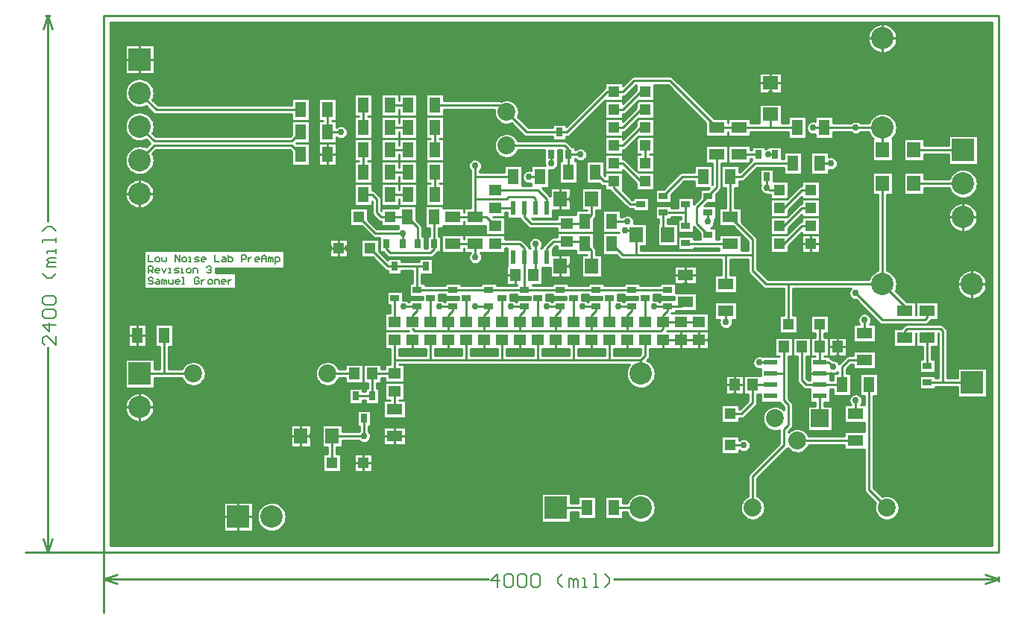
<source format=gtl>
%FSLAX42Y42*%
%MOMM*%
G71*
G01*
G75*
%ADD10C,0.25*%
%ADD11R,1.27X1.27*%
%ADD12R,1.52X1.78*%
%ADD13R,1.02X0.76*%
%ADD14R,0.76X1.02*%
%ADD15R,1.78X1.52*%
%ADD16R,1.78X1.27*%
%ADD17R,1.27X1.78*%
%ADD18R,1.52X0.61*%
%ADD19R,1.27X1.40*%
%ADD20R,0.61X1.52*%
%ADD21R,1.40X1.27*%
%ADD22C,0.13*%
%ADD23C,0.15*%
%ADD24C,0.76*%
%ADD25C,2.54*%
%ADD26C,2.03*%
%ADD27R,2.03X2.03*%
%ADD28R,2.54X2.54*%
%ADD29C,9.14*%
D10*
X22804Y17983D02*
X22802Y18009D01*
X22796Y18033D01*
X22787Y18057D01*
X22774Y18078D01*
X22758Y18098D01*
X22739Y18115D01*
X22718Y18128D01*
X22695Y18139D01*
X22670Y18145D01*
X22645Y18148D01*
X22620Y18147D01*
X22595Y18143D01*
X22571Y18134D01*
X22549Y18122D01*
X22529Y18107D01*
X22512Y18088D01*
X22497Y18068D01*
X22486Y18045D01*
X22478Y18021D01*
X22474Y17996D01*
Y17971D01*
X22478Y17946D01*
X22486Y17922D01*
X22497Y17899D01*
X22512Y17878D01*
X22529Y17860D01*
X22549Y17845D01*
X22571Y17833D01*
X22595Y17824D01*
X22620Y17819D01*
X22645Y17818D01*
X22670Y17821D01*
X22695Y17828D01*
X22718Y17838D01*
X22739Y17852D01*
X22758Y17869D01*
X22774Y17888D01*
X22787Y17910D01*
X22796Y17934D01*
X22802Y17958D01*
X22804Y17983D01*
X21305Y19228D02*
X21303Y19253D01*
X21298Y19278D01*
X21288Y19301D01*
X21275Y19323D01*
X21259Y19342D01*
X21240Y19359D01*
X21219Y19373D01*
X21196Y19383D01*
X21172Y19390D01*
X21147Y19393D01*
X21121Y19392D01*
X21097Y19387D01*
X21073Y19379D01*
X21051Y19367D01*
X21030Y19351D01*
X21013Y19333D01*
X20998Y19312D01*
X20987Y19290D01*
X20980Y19266D01*
X20976Y19241D01*
Y19215D01*
X20980Y19190D01*
X20987Y19166D01*
X20998Y19144D01*
X21013Y19123D01*
X21030Y19105D01*
X21051Y19089D01*
X21073Y19077D01*
X21097Y19069D01*
X21121Y19064D01*
X21147Y19063D01*
X21172Y19066D01*
X21196Y19073D01*
X21219Y19083D01*
X21240Y19097D01*
X21259Y19114D01*
X21275Y19133D01*
X21288Y19155D01*
X21298Y19178D01*
X21303Y19203D01*
X21305Y19228D01*
X23630Y18847D02*
X23650Y18831D01*
X23675Y18822D01*
X23701Y18823D01*
X23726Y18832D01*
X23745Y18849D01*
X23758Y18872D01*
X23763Y18898D01*
X23760Y18919D01*
X23751Y18938D01*
X23737Y18955D01*
X23636D02*
X23630Y18949D01*
X21620Y19558D02*
X21631Y19535D01*
X21647Y19515D01*
X21666Y19497D01*
X21688Y19484D01*
X21712Y19475D01*
X21737Y19470D01*
X21763Y19470D01*
X21788Y19475D01*
X21812Y19484D01*
X21834Y19498D01*
X21853Y19515D01*
X21869Y19536D01*
X21880Y19559D01*
X21887Y19583D01*
X21890Y19609D01*
X21887Y19635D01*
X21880Y19659D01*
X21869Y19682D01*
X21853Y19703D01*
X21834Y19720D01*
X21812Y19734D01*
X21788Y19743D01*
X21763Y19748D01*
X21737Y19748D01*
X21712Y19743D01*
X21688Y19734D01*
X21666Y19721D01*
X21647Y19703D01*
X21631Y19683D01*
X21620Y19660D01*
X23404D02*
X23393Y19683D01*
X23377Y19703D01*
X23358Y19721D01*
X23336Y19734D01*
X23312Y19743D01*
X23287Y19748D01*
X23261Y19748D01*
X23236Y19743D01*
X23212Y19734D01*
X23190Y19720D01*
X23171Y19703D01*
X23155Y19682D01*
X23144Y19659D01*
X23137Y19635D01*
X23134Y19609D01*
X23137Y19583D01*
X23144Y19559D01*
X23155Y19536D01*
X23171Y19515D01*
X23190Y19498D01*
X23212Y19484D01*
X23236Y19475D01*
X23261Y19470D01*
X23287Y19470D01*
X23312Y19475D01*
X23336Y19484D01*
X23358Y19497D01*
X23377Y19515D01*
X23393Y19535D01*
X23404Y19558D01*
X23924Y20792D02*
X23940Y20781D01*
X23960Y20777D01*
X23924Y20792D02*
X23940Y20781D01*
X23960Y20777D01*
X24194Y20422D02*
X24174Y20438D01*
X24150Y20446D01*
X24125Y20446D01*
X24601Y20422D02*
X24581Y20438D01*
X24557Y20446D01*
X24531Y20446D01*
X23949Y20945D02*
X23966Y20934D01*
X23985Y20930D01*
X23949Y20945D02*
X23966Y20934D01*
X23985Y20930D01*
X24442D02*
X24462Y20934D01*
X24478Y20945D01*
X24442Y20930D02*
X24462Y20934D01*
X24478Y20945D01*
X24894Y20981D02*
X24880Y20960D01*
X24874Y20936D01*
X24876Y20912D01*
X24886Y20889D01*
X24902Y20871D01*
X24923Y20859D01*
X24947Y20854D01*
X24971Y20857D01*
X24994Y20867D01*
X25011Y20884D01*
X25023Y20906D01*
X25027Y20930D01*
X25021Y20957D01*
X25007Y20981D01*
X25414Y20422D02*
X25394Y20438D01*
X25370Y20446D01*
X25344Y20446D01*
X25820Y20422D02*
X25800Y20438D01*
X25776Y20446D01*
X25750Y20446D01*
X26226Y20422D02*
X26206Y20438D01*
X26182Y20446D01*
X26157Y20446D01*
X21305Y21654D02*
X21303Y21679D01*
X21298Y21704D01*
X21288Y21727D01*
X21275Y21749D01*
X21259Y21768D01*
X21240Y21785D01*
X21219Y21799D01*
X21196Y21809D01*
X21172Y21816D01*
X21147Y21819D01*
X21121Y21818D01*
X21097Y21813D01*
X21073Y21804D01*
X21051Y21792D01*
X21030Y21777D01*
X21013Y21759D01*
X20998Y21738D01*
X20987Y21715D01*
X20980Y21691D01*
X20976Y21666D01*
Y21641D01*
X20980Y21616D01*
X20987Y21592D01*
X20998Y21569D01*
X21013Y21549D01*
X21030Y21530D01*
X21051Y21515D01*
X21073Y21503D01*
X21097Y21494D01*
X21121Y21490D01*
X21147Y21489D01*
X21172Y21492D01*
X21196Y21498D01*
X21219Y21509D01*
X21240Y21522D01*
X21259Y21539D01*
X21275Y21559D01*
X21288Y21580D01*
X21298Y21604D01*
X21303Y21628D01*
X21305Y21654D01*
Y22035D02*
X21303Y22061D01*
X21297Y22086D01*
X21287Y22110D01*
X21215Y22182D02*
X21192Y22191D01*
X21168Y22197D01*
X21143Y22200D01*
X21118Y22198D01*
X21093Y22193D01*
X21070Y22184D01*
X21048Y22171D01*
X21028Y22156D01*
X21011Y22137D01*
X20997Y22117D01*
X20986Y22094D01*
X20979Y22070D01*
X20976Y22045D01*
X20976Y22020D01*
X20980Y21995D01*
X20988Y21971D01*
X20999Y21949D01*
X21014Y21928D01*
X21032Y21910D01*
X21052Y21895D01*
X21074Y21883D01*
X21098Y21875D01*
X21123Y21871D01*
X21148Y21870D01*
X21173Y21873D01*
X21197Y21880D01*
X21220Y21890D01*
X21241Y21904D01*
X21260Y21921D01*
X21276Y21940D01*
X21288Y21962D01*
X21298Y21985D01*
X21303Y22010D01*
X21305Y22035D01*
X23778Y21167D02*
X23794Y21156D01*
X23814Y21152D01*
X23778Y21167D02*
X23794Y21156D01*
X23814Y21152D01*
X23782Y21438D02*
X23786Y21418D01*
X23797Y21402D01*
X23782Y21438D02*
X23786Y21418D01*
X23797Y21402D01*
X24081Y21260D02*
X24074Y21254D01*
X24347Y21273D02*
X24343Y21292D01*
X24332Y21309D01*
X23848Y21351D02*
X23864Y21340D01*
X23884Y21336D01*
X23848Y21351D02*
X23864Y21340D01*
X23884Y21336D01*
X24347Y21273D02*
X24343Y21292D01*
X24332Y21309D01*
X23818Y21677D02*
X23801Y21688D01*
X23782Y21692D01*
X23818Y21677D02*
X23801Y21688D01*
X23782Y21692D01*
X23884Y21590D02*
X23880Y21610D01*
X23869Y21626D01*
X23884Y21590D02*
X23880Y21610D01*
X23869Y21626D01*
X23376Y22295D02*
X23397Y22282D01*
X23421Y22276D01*
X23446Y22278D01*
X23468Y22289D01*
X23487Y22306D01*
X23498Y22328D01*
X23503Y22352D01*
X21305Y22416D02*
X21303Y22441D01*
X21298Y22465D01*
X21288Y22489D01*
X21276Y22510D01*
X21260Y22530D01*
X21241Y22547D01*
X21220Y22560D01*
X21197Y22571D01*
X21173Y22578D01*
X21148Y22581D01*
X21123Y22580D01*
X21098Y22575D01*
X21074Y22567D01*
X21052Y22555D01*
X21032Y22540D01*
X21014Y22522D01*
X20999Y22502D01*
X20988Y22479D01*
X20980Y22456D01*
X20976Y22431D01*
X20976Y22406D01*
X20979Y22381D01*
X20986Y22357D01*
X20997Y22334D01*
X21011Y22313D01*
X21028Y22295D01*
X21048Y22279D01*
X21070Y22266D01*
X21093Y22257D01*
X21118Y22252D01*
X21143Y22251D01*
X21168Y22253D01*
X21192Y22259D01*
X21215Y22269D01*
X21287Y22341D02*
X21297Y22365D01*
X21303Y22390D01*
X21305Y22416D01*
X21295Y22570D02*
X21311Y22559D01*
X21331Y22555D01*
X21295Y22570D02*
X21311Y22559D01*
X21331Y22555D01*
X21305Y22797D02*
X21303Y22822D01*
X21298Y22846D01*
X21288Y22870D01*
X21276Y22891D01*
X21260Y22911D01*
X21241Y22928D01*
X21220Y22941D01*
X21197Y22952D01*
X21173Y22959D01*
X21148Y22962D01*
X21123Y22961D01*
X21098Y22956D01*
X21074Y22948D01*
X21052Y22936D01*
X21032Y22921D01*
X21014Y22903D01*
X20999Y22883D01*
X20988Y22860D01*
X20980Y22837D01*
X20976Y22812D01*
X20976Y22787D01*
X20979Y22762D01*
X20986Y22738D01*
X20997Y22715D01*
X21011Y22694D01*
X21028Y22676D01*
X21048Y22660D01*
X21070Y22647D01*
X21093Y22638D01*
X21118Y22633D01*
X21143Y22632D01*
X21168Y22634D01*
X21192Y22640D01*
X21215Y22650D01*
X21287Y22722D02*
X21297Y22746D01*
X21303Y22771D01*
X21305Y22797D01*
X23503Y22352D02*
X23498Y22377D01*
X23487Y22399D01*
X23468Y22416D01*
X23446Y22426D01*
X23421Y22428D01*
X23397Y22422D01*
X23376Y22409D01*
X25558Y21044D02*
X25545Y21067D01*
X25558Y21044D02*
X25545Y21067D01*
X25712Y21082D02*
X25708Y21107D01*
X25696Y21129D01*
X25677Y21146D01*
X25654Y21156D01*
X25629Y21158D01*
X25604Y21152D01*
X25584Y21137D01*
X25568Y21117D01*
X25561Y21093D01*
X25561Y21068D01*
X25570Y21044D01*
X25494Y21118D02*
X25478Y21129D01*
X25458Y21133D01*
X25494Y21118D02*
X25478Y21129D01*
X25458Y21133D01*
X25549Y21275D02*
X25566Y21264D01*
X25585Y21260D01*
X25549Y21275D02*
X25566Y21264D01*
X25585Y21260D01*
X25460Y21374D02*
X25473Y21351D01*
X25460Y21374D02*
X25473Y21351D01*
X25001Y21914D02*
X25015Y21931D01*
X25024Y21950D01*
X25027Y21971D01*
X25484Y21844D02*
X25488Y21820D01*
X25499Y21799D01*
X25516Y21782D01*
X25538Y21771D01*
X25562Y21768D01*
X25585Y21772D01*
Y21916D02*
X25562Y21920D01*
X25538Y21917D01*
X25516Y21906D01*
X25499Y21890D01*
X25488Y21868D01*
X25484Y21844D01*
X25570Y21044D02*
X25578Y21033D01*
X25695D02*
X25702Y21044D01*
X25710Y21062D01*
X25712Y21082D01*
X25727Y21067D02*
X25714Y21044D01*
X25727Y21067D02*
X25714Y21044D01*
X25839Y21158D02*
X25820Y21155D01*
X25803Y21143D01*
X25839Y21158D02*
X25820Y21155D01*
X25803Y21144D01*
X26322Y21006D02*
X26318Y21025D01*
X26307Y21042D01*
X26322Y21006D02*
X26318Y21025D01*
X26307Y21042D01*
X26307Y21376D02*
X26318Y21393D01*
X26322Y21412D01*
X26307Y21376D02*
X26318Y21393D01*
X26322Y21412D01*
X25789Y21925D02*
X25812Y21920D01*
X25836Y21924D01*
X25858Y21934D01*
X25875Y21951D01*
X25886Y21973D01*
X25890Y21997D01*
X25739Y22009D02*
X25738Y21990D01*
X25742Y21971D01*
X25890Y21997D02*
X25889Y22009D01*
X26375Y21758D02*
X26391Y21746D01*
X26411Y21743D01*
X26375Y21757D02*
X26391Y21746D01*
X26411Y21743D01*
X25027Y21971D02*
X25022Y21996D01*
X25010Y22018D01*
X24992Y22035D01*
X24969Y22045D01*
X24944Y22047D01*
X24919Y22041D01*
X24898Y22027D01*
X24883Y22007D01*
X24875Y21983D01*
X24875Y21958D01*
X24884Y21934D01*
X24900Y21914D01*
X25436Y22251D02*
X25425Y22274D01*
X25409Y22294D01*
X25390Y22311D01*
X25368Y22325D01*
X25344Y22334D01*
X25319Y22339D01*
X25293Y22339D01*
X25268Y22334D01*
X25244Y22325D01*
X25222Y22311D01*
X25203Y22294D01*
X25187Y22273D01*
X25176Y22250D01*
X25169Y22225D01*
X25166Y22200D01*
X25169Y22174D01*
X25176Y22149D01*
X25187Y22126D01*
X25203Y22106D01*
X25222Y22088D01*
X25244Y22075D01*
X25268Y22065D01*
X25293Y22061D01*
X25319Y22061D01*
X25344Y22065D01*
X25368Y22075D01*
X25390Y22088D01*
X25409Y22105D01*
X25425Y22126D01*
X25436Y22149D01*
X25169Y22606D02*
X25166Y22581D01*
X25168Y22556D01*
X25175Y22532D01*
X25186Y22509D01*
X25201Y22489D01*
X25219Y22471D01*
X25240Y22458D01*
X25263Y22448D01*
X25288Y22442D01*
X25313Y22441D01*
X25338Y22445D01*
X25362Y22453D01*
X25244Y22706D02*
X25230Y22708D01*
X25244Y22706D02*
X25230Y22708D01*
X25446Y22581D02*
X25443Y22606D01*
X25436Y22631D01*
X25425Y22654D01*
X25409Y22675D01*
X25390Y22692D01*
X25368Y22706D01*
X25344Y22715D01*
X25319Y22720D01*
X25293Y22720D01*
X25268Y22715D01*
X25244Y22706D01*
X26087Y22047D02*
X26108Y22031D01*
X26133Y22023D01*
X26159Y22023D01*
X26183Y22033D01*
X26203Y22050D01*
X26216Y22072D01*
X26220Y22098D01*
X26216Y22124D01*
X26203Y22147D01*
X26183Y22164D01*
X26159Y22173D01*
X26133Y22174D01*
X26108Y22165D01*
X26087Y22149D01*
X26048Y22187D02*
X26040Y22198D01*
X26048Y22187D02*
X26040Y22198D01*
X26002Y22236D02*
X25986Y22247D01*
X25966Y22251D01*
X26002Y22236D02*
X25986Y22247D01*
X25966Y22251D01*
X25499Y22316D02*
X25515Y22305D01*
X25535Y22301D01*
X25499Y22316D02*
X25515Y22305D01*
X25535Y22301D01*
X25434Y22525D02*
X25443Y22552D01*
X25446Y22581D01*
X25992Y22301D02*
X26011Y22305D01*
X26028Y22316D01*
X25992Y22301D02*
X26011Y22305D01*
X26028Y22316D01*
X26673Y18034D02*
X26683Y18010D01*
X26696Y17988D01*
X26713Y17968D01*
X26733Y17952D01*
X26755Y17938D01*
X26779Y17928D01*
X26804Y17922D01*
X26830Y17920D01*
X26856Y17922D01*
X26881Y17928D01*
X26905Y17938D01*
X26927Y17951D01*
X26947Y17968D01*
X26963Y17988D01*
X26977Y18010D01*
X26987Y18034D01*
X26993Y18059D01*
X26995Y18085D01*
X28049Y18215D02*
X28027Y18204D01*
X28006Y18189D01*
X27989Y18170D01*
X27976Y18149D01*
X27966Y18126D01*
X27961Y18101D01*
X27961Y18076D01*
X27964Y18051D01*
X27973Y18027D01*
X27985Y18005D01*
X28002Y17986D01*
X28021Y17970D01*
X28043Y17957D01*
X28067Y17949D01*
X28092Y17946D01*
X28117Y17946D01*
X28142Y17952D01*
X28165Y17961D01*
X28186Y17975D01*
X28205Y17993D01*
X28220Y18013D01*
X28231Y18036D01*
X28237Y18060D01*
X28240Y18085D01*
X26995D02*
X26993Y18111D01*
X26987Y18136D01*
X26977Y18160D01*
X26963Y18182D01*
X26947Y18202D01*
X26927Y18219D01*
X26905Y18232D01*
X26881Y18242D01*
X26856Y18248D01*
X26830Y18250D01*
X26804Y18248D01*
X26779Y18242D01*
X26755Y18232D01*
X26733Y18218D01*
X26713Y18202D01*
X26696Y18182D01*
X26683Y18160D01*
X26673Y18136D01*
X26700Y19711D02*
X26686Y19690D01*
X26675Y19667D01*
X26668Y19643D01*
X26665Y19618D01*
X26666Y19593D01*
X26670Y19568D01*
X26678Y19544D01*
X26690Y19522D01*
X26704Y19502D01*
X26722Y19484D01*
X26742Y19469D01*
X26764Y19457D01*
X26788Y19449D01*
X26813Y19445D01*
X26838Y19444D01*
X26863Y19447D01*
X26887Y19454D01*
X26910Y19465D01*
X26931Y19478D01*
X26949Y19495D01*
X26965Y19515D01*
X26978Y19536D01*
X26987Y19560D01*
X26993Y19584D01*
X26995Y19609D01*
X26993Y19636D01*
X26986Y19662D01*
X26976Y19686D01*
X26961Y19709D01*
X26943Y19729D01*
X26923Y19746D01*
X26899Y19759D01*
X26917Y19776D02*
X26928Y19793D01*
X26932Y19812D01*
X26917Y19776D02*
X26928Y19793D01*
X26932Y19812D01*
X27948Y18739D02*
X27969Y18726D01*
X27993Y18720D01*
X28018Y18722D01*
X28040Y18733D01*
X28059Y18750D01*
X28070Y18772D01*
X28075Y18796D01*
X28070Y18821D01*
X28059Y18843D01*
X28040Y18860D01*
X28018Y18870D01*
X27993Y18872D01*
X27969Y18866D01*
X27948Y18853D01*
X27973Y19101D02*
X27992Y19105D01*
X28009Y19116D01*
X27973Y19101D02*
X27992Y19105D01*
X28009Y19116D01*
X28064Y18477D02*
X28053Y18460D01*
X28049Y18441D01*
X28064Y18477D02*
X28053Y18460D01*
X28049Y18441D01*
X28240Y18085D02*
X28238Y18109D01*
X28231Y18132D01*
X28222Y18154D01*
X28208Y18173D01*
X28191Y18191D01*
X28172Y18205D01*
X28151Y18215D01*
X28495Y18764D02*
X28512Y18746D01*
X28531Y18730D01*
X28553Y18719D01*
X28577Y18711D01*
X28601Y18707D01*
X28626Y18708D01*
X28650Y18714D01*
X28673Y18723D01*
X28694Y18737D01*
X28712Y18754D01*
X28727Y18774D01*
X28738Y18796D01*
X28456Y19197D02*
X28437Y19214D01*
X28415Y19227D01*
X28392Y19236D01*
X28367Y19240D01*
X28342Y19240D01*
X28317Y19236D01*
X28293Y19227D01*
X28272Y19214D01*
X28253Y19197D01*
X28237Y19178D01*
X28225Y19156D01*
X28218Y19132D01*
X28214Y19107D01*
X28216Y19082D01*
X28221Y19057D01*
X28231Y19034D01*
X28245Y19013D01*
X28263Y18995D01*
X28283Y18980D01*
X28306Y18970D01*
X28330Y18963D01*
X28356Y18961D01*
X28381Y18964D01*
X28405Y18971D01*
X28738Y18898D02*
X28727Y18921D01*
X28711Y18941D01*
X28692Y18958D01*
X28671Y18972D01*
X28647Y18981D01*
X28622Y18986D01*
X28596Y18986D01*
X28571Y18982D01*
X28547Y18973D01*
X28525Y18960D01*
X28506Y18943D01*
X28542Y18989D02*
X28553Y19005D01*
X28557Y19025D01*
X28542Y18989D02*
X28553Y19005D01*
X28557Y19025D01*
X28136Y19243D02*
X28147Y19259D01*
X28151Y19279D01*
X28136Y19243D02*
X28147Y19259D01*
X28151Y19279D01*
X28408Y19286D02*
X28420Y19268D01*
X28408Y19286D02*
X28420Y19268D01*
X28557Y19253D02*
X28553Y19273D01*
X28542Y19289D01*
X28557Y19253D02*
X28553Y19273D01*
X28542Y19289D01*
X28209Y19805D02*
X28184Y19812D01*
X28159Y19810D01*
X28135Y19800D01*
X28116Y19782D01*
X28104Y19759D01*
X28100Y19734D01*
X28105Y19708D01*
X28118Y19686D01*
X28138Y19670D01*
X28163Y19661D01*
X28189Y19661D01*
X28674Y19446D02*
X28690Y19435D01*
X28710Y19431D01*
X28674Y19446D02*
X28690Y19435D01*
X28710Y19431D01*
X28608Y19533D02*
X28612Y19513D01*
X28623Y19497D01*
X28608Y19533D02*
X28612Y19513D01*
X28623Y19497D01*
X26633Y20422D02*
X26613Y20438D01*
X26589Y20446D01*
X26563Y20446D01*
X27039Y20422D02*
X27019Y20438D01*
X26995Y20446D01*
X26970Y20446D01*
X27723Y20219D02*
X27719Y20193D01*
X27724Y20167D01*
X27737Y20144D01*
X27757Y20127D01*
X27782Y20118D01*
X27809Y20118D01*
X27833Y20127D01*
X27854Y20144D01*
X27867Y20167D01*
X27871Y20193D01*
X27867Y20219D01*
X28049Y20777D02*
X28053Y20758D01*
X28064Y20741D01*
X28049Y20777D02*
X28053Y20758D01*
X28064Y20741D01*
X28216Y20589D02*
X28233Y20578D01*
X28252Y20574D01*
X28216Y20589D02*
X28233Y20578D01*
X28252Y20574D01*
X28976Y19619D02*
X28995Y19612D01*
X29014Y19609D01*
X29041Y19614D01*
X29065Y19628D01*
X29212Y19355D02*
X29197Y19331D01*
X29192Y19304D01*
X29197Y19277D01*
X29212Y19253D01*
X29325D02*
X29339Y19277D01*
X29345Y19304D01*
X29339Y19331D01*
X29325Y19355D01*
X29218Y19361D02*
X29212Y19355D01*
X29319Y19361D02*
X29295Y19375D01*
X29268Y19380D01*
X29241Y19375D01*
X29218Y19361D01*
X29325Y19355D02*
X29319Y19361D01*
X29370Y18288D02*
X29374Y18269D01*
X29385Y18252D01*
X29370Y18288D02*
X29374Y18269D01*
X29385Y18252D01*
X29496Y18141D02*
X29488Y18118D01*
X29484Y18093D01*
X29485Y18068D01*
X29490Y18044D01*
X29500Y18021D01*
X29513Y18000D01*
X29530Y17982D01*
X29549Y17967D01*
X29572Y17955D01*
X29595Y17948D01*
X29620Y17945D01*
X29645Y17947D01*
X29669Y17953D01*
X29691Y17963D01*
X29712Y17977D01*
X29730Y17994D01*
X29744Y18014D01*
X29755Y18036D01*
X29761Y18060D01*
X29764Y18085D01*
Y18085D02*
X29761Y18110D01*
X29755Y18134D01*
X29744Y18157D01*
X29729Y18177D01*
X29711Y18195D01*
X29689Y18208D01*
X29666Y18218D01*
X29642Y18224D01*
X29617Y18225D01*
X29592Y18221D01*
X29568Y18213D01*
X28999Y19772D02*
X28976Y19785D01*
X29000Y19772D02*
X28976Y19785D01*
X29081Y19722D02*
X29063Y19744D01*
X29038Y19758D01*
X29010Y19761D01*
X29192Y19812D02*
X29173Y19808D01*
X29156Y19797D01*
X29192Y19812D02*
X29173Y19808D01*
X29156Y19797D01*
X29212Y20574D02*
X29198Y20553D01*
X29192Y20528D01*
X29195Y20502D01*
X29206Y20479D01*
X29224Y20461D01*
X29247Y20450D01*
X29273Y20447D01*
X29446Y20219D02*
X29442Y20243D01*
X29431Y20264D01*
X29413Y20281D01*
X29391Y20292D01*
X29367Y20295D01*
X29343Y20290D01*
X29322Y20277D01*
X29305Y20259D01*
X29296Y20237D01*
X29294Y20212D01*
X29300Y20188D01*
X29313Y20168D01*
X29427D02*
X29441Y20191D01*
X29446Y20219D01*
X29537Y20183D02*
X29554Y20172D01*
X29573Y20168D01*
X29537Y20183D02*
X29554Y20172D01*
X29573Y20168D01*
X29522Y20782D02*
X29498Y20772D01*
X29476Y20759D01*
X29456Y20742D01*
X29439Y20722D01*
X29426Y20700D01*
X29416Y20676D01*
X29791Y20128D02*
X29783Y20117D01*
X29791Y20128D02*
X29783Y20117D01*
X30310Y20092D02*
X30306Y20111D01*
X30295Y20128D01*
X30310Y20092D02*
X30306Y20111D01*
X30295Y20128D01*
X29853Y20168D02*
X29833Y20164D01*
X29817Y20153D01*
X29853Y20168D02*
X29833Y20164D01*
X29817Y20153D01*
X29720Y20550D02*
X29730Y20574D01*
X29736Y20599D01*
X29738Y20625D01*
X29736Y20651D01*
X29730Y20676D01*
X29720Y20700D01*
X29707Y20722D01*
X29690Y20742D01*
X29670Y20759D01*
X29648Y20772D01*
X29624Y20782D01*
X30056Y20168D02*
X30075Y20172D01*
X30092Y20183D01*
X30056Y20168D02*
X30075Y20172D01*
X30092Y20183D01*
X30269Y20153D02*
X30253Y20164D01*
X30234Y20168D01*
X30270Y20153D02*
X30253Y20164D01*
X30234Y20168D01*
X30117Y20208D02*
X30125Y20219D01*
X30117Y20208D02*
X30125Y20219D01*
X30754Y20625D02*
X30752Y20650D01*
X30747Y20675D01*
X30737Y20698D01*
X30724Y20720D01*
X30708Y20739D01*
X30689Y20756D01*
X30668Y20770D01*
X30645Y20780D01*
X30621Y20787D01*
X30595Y20790D01*
X30570Y20789D01*
X30545Y20784D01*
X30522Y20776D01*
X30499Y20764D01*
X30479Y20748D01*
X30462Y20730D01*
X30447Y20709D01*
X30436Y20687D01*
X30428Y20663D01*
X30424Y20638D01*
Y20612D01*
X30428Y20587D01*
X30436Y20563D01*
X30447Y20541D01*
X30462Y20520D01*
X30479Y20502D01*
X30499Y20486D01*
X30522Y20474D01*
X30545Y20466D01*
X30570Y20461D01*
X30595Y20460D01*
X30621Y20463D01*
X30645Y20470D01*
X30668Y20480D01*
X30689Y20494D01*
X30708Y20511D01*
X30724Y20530D01*
X30737Y20552D01*
X30747Y20575D01*
X30752Y20600D01*
X30754Y20625D01*
X26591Y20919D02*
X26607Y20908D01*
X26627Y20904D01*
X26591Y20919D02*
X26607Y20908D01*
X26627Y20904D01*
X26749Y21311D02*
X26754Y21336D01*
X26749Y21362D01*
X26736Y21385D01*
X26716Y21402D01*
X26692Y21411D01*
X26666Y21412D01*
X26641Y21403D01*
X26621Y21387D01*
X26673Y21497D02*
X26690Y21486D01*
X26709Y21482D01*
X26673Y21497D02*
X26690Y21486D01*
X26709Y21482D01*
X26481Y21692D02*
X26489Y21681D01*
X26481Y21692D02*
X26489Y21681D01*
X28151Y21133D02*
X28147Y21152D01*
X28136Y21169D01*
X28151Y21133D02*
X28147Y21152D01*
X28136Y21169D01*
X27622Y21266D02*
X27646Y21283D01*
X27662Y21307D01*
X27668Y21336D01*
X27664Y21362D01*
X27729Y21694D02*
X27740Y21710D01*
X27744Y21730D01*
X27729Y21694D02*
X27740Y21710D01*
X27744Y21730D01*
X26663Y22033D02*
X26646Y22044D01*
X26627Y22047D01*
X26663Y22032D02*
X26646Y22044D01*
X26627Y22047D01*
Y22149D02*
X26646Y22153D01*
X26663Y22164D01*
X26627Y22149D02*
X26646Y22153D01*
X26663Y22164D01*
X26627Y22352D02*
X26646Y22356D01*
X26663Y22367D01*
X26627Y22352D02*
X26646Y22356D01*
X26663Y22367D01*
X26627Y22555D02*
X26646Y22559D01*
X26663Y22570D01*
X26627Y22555D02*
X26646Y22559D01*
X26663Y22570D01*
X26424Y22853D02*
X26413Y22845D01*
X26424Y22853D02*
X26413Y22845D01*
X26627Y22759D02*
X26646Y22762D01*
X26663Y22773D01*
X26627Y22759D02*
X26646Y22762D01*
X26663Y22774D01*
X26754Y22987D02*
X26734Y22983D01*
X26718Y22972D01*
X26754Y22987D02*
X26734Y22983D01*
X26718Y22972D01*
X27300Y21895D02*
X27280Y21891D01*
X27264Y21880D01*
X27300Y21895D02*
X27280Y21891D01*
X27264Y21880D01*
X27973Y21793D02*
X27992Y21797D01*
X28009Y21808D01*
X27973Y21793D02*
X27992Y21797D01*
X28009Y21808D01*
X27196Y22972D02*
X27180Y22983D01*
X27160Y22987D01*
X27196Y22972D02*
X27180Y22983D01*
X27160Y22987D01*
X28659Y21336D02*
X28639Y21332D01*
X28623Y21321D01*
X28659Y21336D02*
X28639Y21332D01*
X28623Y21321D01*
X28189Y21755D02*
X28183Y21730D01*
X28185Y21704D01*
X28196Y21680D01*
X28215Y21661D01*
X28239Y21650D01*
X28265Y21648D01*
X28290Y21641D01*
X28265Y21648D02*
X28290Y21641D01*
X28659Y21539D02*
X28639Y21536D01*
X28623Y21524D01*
X28659Y21539D02*
X28639Y21536D01*
X28623Y21525D01*
X28659Y21743D02*
X28639Y21739D01*
X28623Y21728D01*
X28659Y21743D02*
X28639Y21739D01*
X28623Y21728D01*
X30653Y21387D02*
X30651Y21412D01*
X30645Y21437D01*
X30635Y21460D01*
X30623Y21482D01*
X30606Y21501D01*
X30588Y21518D01*
X30566Y21532D01*
X30543Y21542D01*
X30519Y21549D01*
X30494Y21552D01*
X30469Y21551D01*
X30444Y21546D01*
X30420Y21538D01*
X30398Y21526D01*
X30378Y21510D01*
X30360Y21492D01*
X30346Y21471D01*
X30334Y21449D01*
X30327Y21425D01*
X30323Y21400D01*
Y21374D01*
X30327Y21349D01*
X30334Y21325D01*
X30346Y21303D01*
X30360Y21282D01*
X30378Y21264D01*
X30398Y21248D01*
X30420Y21236D01*
X30444Y21228D01*
X30469Y21223D01*
X30494Y21222D01*
X30519Y21225D01*
X30543Y21232D01*
X30566Y21242D01*
X30588Y21256D01*
X30606Y21273D01*
X30623Y21292D01*
X30635Y21314D01*
X30645Y21337D01*
X30651Y21362D01*
X30653Y21387D01*
X30330Y21717D02*
X30340Y21693D01*
X30354Y21671D01*
X30371Y21651D01*
X30390Y21635D01*
X30412Y21621D01*
X30436Y21611D01*
X30462Y21605D01*
X30487Y21603D01*
X30513Y21605D01*
X30538Y21611D01*
X30562Y21621D01*
X30584Y21634D01*
X30604Y21651D01*
X30621Y21671D01*
X30635Y21693D01*
X30645Y21717D01*
X30651Y21742D01*
X30653Y21768D01*
X28964Y21925D02*
X28987Y21920D01*
X29011Y21924D01*
X29033Y21934D01*
X29050Y21951D01*
X29061Y21973D01*
X29065Y21997D01*
X30653Y21768D02*
X30651Y21794D01*
X30645Y21819D01*
X30635Y21843D01*
X30621Y21865D01*
X30604Y21885D01*
X30584Y21902D01*
X30562Y21915D01*
X30538Y21925D01*
X30513Y21931D01*
X30487Y21933D01*
X30462Y21931D01*
X30436Y21925D01*
X30412Y21915D01*
X30390Y21901D01*
X30371Y21885D01*
X30354Y21865D01*
X30340Y21843D01*
X30330Y21819D01*
X28278Y22174D02*
X28258Y22172D01*
X28240Y22164D01*
X29065Y21997D02*
X29061Y22020D01*
X29050Y22042D01*
X29033Y22059D01*
X29011Y22069D01*
X28987Y22073D01*
X28964Y22068D01*
X28710Y22403D02*
X28713Y22379D01*
X28724Y22358D01*
X28742Y22341D01*
X28763Y22330D01*
X28787Y22327D01*
X28811Y22331D01*
Y22475D02*
X28787Y22479D01*
X28763Y22476D01*
X28742Y22465D01*
X28724Y22448D01*
X28713Y22427D01*
X28710Y22403D01*
X29416Y22352D02*
X29425Y22331D01*
X29436Y22310D01*
X29451Y22292D01*
X29468Y22276D01*
X29679D02*
X29696Y22293D01*
X29711Y22312D01*
X29723Y22333D01*
X29731Y22355D01*
X29736Y22379D01*
X29738Y22403D01*
X29212Y22352D02*
X29231Y22336D01*
X29256Y22328D01*
X29281D01*
X29305Y22336D01*
X29325Y22352D01*
Y22454D02*
X29305Y22470D01*
X29281Y22478D01*
X29256D01*
X29231Y22470D01*
X29212Y22454D01*
X29738Y22403D02*
X29736Y22429D01*
X29730Y22454D01*
X29720Y22478D01*
X29707Y22500D01*
X29690Y22520D01*
X29670Y22537D01*
X29648Y22550D01*
X29624Y22560D01*
X29599Y22566D01*
X29573Y22568D01*
X29547Y22566D01*
X29522Y22560D01*
X29498Y22550D01*
X29476Y22536D01*
X29456Y22520D01*
X29439Y22500D01*
X29426Y22478D01*
X29416Y22454D01*
X29738Y23419D02*
X29736Y23444D01*
X29731Y23469D01*
X29721Y23492D01*
X29708Y23514D01*
X29692Y23533D01*
X29673Y23550D01*
X29652Y23564D01*
X29629Y23574D01*
X29605Y23581D01*
X29579Y23584D01*
X29554Y23583D01*
X29529Y23578D01*
X29506Y23570D01*
X29483Y23558D01*
X29463Y23542D01*
X29446Y23524D01*
X29431Y23503D01*
X29420Y23481D01*
X29412Y23457D01*
X29408Y23432D01*
Y23406D01*
X29412Y23381D01*
X29420Y23357D01*
X29431Y23335D01*
X29446Y23314D01*
X29463Y23296D01*
X29483Y23280D01*
X29506Y23268D01*
X29529Y23260D01*
X29554Y23255D01*
X29579Y23254D01*
X29605Y23257D01*
X29629Y23264D01*
X29652Y23274D01*
X29673Y23288D01*
X29692Y23305D01*
X29708Y23324D01*
X29721Y23346D01*
X29731Y23369D01*
X29736Y23394D01*
X29738Y23419D01*
X28633Y21082D02*
X28887D01*
X28760Y20955D02*
Y21082D01*
X28659Y21285D02*
X28760D01*
X28659Y21489D02*
X28760D01*
X28659Y21692D02*
X28760D01*
X26525Y21997D02*
X26627D01*
X26525Y22200D02*
X26627D01*
X26525Y22403D02*
X26627D01*
X26525Y22606D02*
X26627D01*
X26525Y21717D02*
X26709Y21533D01*
X26525Y21717D02*
Y21793D01*
X26411D02*
X26525D01*
X23630Y21387D02*
X23814Y21203D01*
X23757Y21031D02*
X23960Y20828D01*
X24392D01*
X23680Y18466D02*
Y18720D01*
X23553Y18593D02*
X23807D01*
X29929Y22149D02*
X30488D01*
X29929Y21768D02*
X30488D01*
X27338Y21285D02*
Y21533D01*
X27084Y21438D02*
X27338D01*
X27084Y21235D02*
X27135Y21184D01*
X27084Y21235D02*
Y21438D01*
X26728Y21235D02*
X26779Y21184D01*
X26652Y21235D02*
X26728D01*
X26500Y21082D02*
X26627Y20955D01*
X26170Y21108D02*
X26271Y21006D01*
Y20828D02*
Y21006D01*
X25585Y21311D02*
X26170D01*
X26271Y21412D01*
Y21590D01*
X24950Y21387D02*
Y21971D01*
X24696Y21387D02*
X25077D01*
X24950Y21844D02*
X25382D01*
X24950Y21590D02*
X25306D01*
X24696Y21082D02*
X24950D01*
X26449Y22809D02*
X26627D01*
X24493Y22657D02*
X25230D01*
X25535Y22352D01*
X25992D01*
X21305Y22200D02*
X22868D01*
X21305Y22251D02*
X22868D01*
X21331Y22606D02*
X22969D01*
X24138Y20371D02*
X24290D01*
X27084Y20117D02*
Y20269D01*
X26678Y20092D02*
Y20269D01*
X24265Y20092D02*
X27059D01*
X26271D02*
Y20269D01*
X25865Y20092D02*
Y20269D01*
X25458Y20092D02*
Y20269D01*
X25052Y20092D02*
Y20269D01*
X24646Y20092D02*
Y20269D01*
X24544Y20371D02*
X24696D01*
X25357D02*
X25509D01*
X25763D02*
X25916D01*
X26170D02*
X26322D01*
X26576D02*
X26728D01*
X26982D02*
X27287D01*
X24239Y20117D02*
X24265Y20092D01*
X24646Y20269D02*
X24696Y20320D01*
Y20371D01*
X27338Y20612D02*
Y20854D01*
X27186Y20727D02*
X27490D01*
X27287Y20371D02*
X27338Y20422D01*
X28176Y19736D02*
X28303D01*
X25916Y21438D02*
Y21743D01*
Y21590D02*
X26043D01*
X25916Y20828D02*
X26043D01*
X25916Y20676D02*
Y20981D01*
X27846Y21387D02*
X28100Y21133D01*
X27846Y21387D02*
Y21844D01*
Y18796D02*
X27998D01*
X25814Y21997D02*
Y22098D01*
X28125Y21997D02*
X28557D01*
X27973Y21844D02*
X28125Y21997D01*
X27846Y21844D02*
X27973D01*
X23147Y22098D02*
X23401D01*
X23274Y21946D02*
Y22098D01*
X26004Y21895D02*
Y22162D01*
X25966Y22200D02*
X26004Y22162D01*
X25306Y22200D02*
X25966D01*
X21140Y22797D02*
X21331Y22606D01*
X21140Y22416D02*
X21305Y22251D01*
X21140Y22035D02*
X21305Y22200D01*
X22868Y22251D02*
X22969Y22352D01*
X22868Y22200D02*
X22969Y22098D01*
X23274Y22352D02*
Y22606D01*
Y22352D02*
X23426D01*
X25636Y21489D02*
Y21590D01*
X25509Y21387D02*
Y21489D01*
Y21387D02*
X25585Y21311D01*
X28405Y21082D02*
X28456D01*
X28659Y21285D01*
X28405D02*
X28456D01*
X28659Y21489D01*
X28405D02*
X28456D01*
X28659Y21692D01*
X28259Y21724D02*
X28290Y21692D01*
X28405D01*
X25281Y20727D02*
X25408D01*
X25611D02*
X25636Y20752D01*
X28259Y21724D02*
Y21844D01*
X27948Y22098D02*
X28163D01*
X24290Y20561D02*
X27135D01*
X25509D02*
Y21031D01*
X24290Y20561D02*
Y20828D01*
X27465Y21501D02*
X27694Y21730D01*
Y22098D01*
X25077Y21387D02*
X25179Y21285D01*
X24036Y20193D02*
Y20466D01*
X24442Y20193D02*
Y20466D01*
X24239Y20193D02*
Y20269D01*
X24290Y20320D01*
Y20371D01*
X25052Y20269D02*
X25103Y20320D01*
Y20371D01*
X25458Y20269D02*
X25509Y20320D01*
Y20371D01*
X25865Y20269D02*
X25916Y20320D01*
Y20371D01*
X26271Y20269D02*
X26322Y20320D01*
Y20371D01*
X26678Y20269D02*
X26728Y20320D01*
Y20371D01*
X27084Y20269D02*
X27135Y20320D01*
Y20371D01*
X26881Y20193D02*
Y20466D01*
X26474Y20193D02*
Y20466D01*
X26068Y20193D02*
Y20466D01*
X25662Y20193D02*
Y20466D01*
X25255Y20193D02*
Y20466D01*
X24849Y20193D02*
Y20466D01*
X24036Y19203D02*
Y19406D01*
X23782Y19609D02*
X24036D01*
X23274D02*
X23579D01*
X25763Y21031D02*
X25839Y21108D01*
X25763Y20930D02*
Y21031D01*
X25179Y21489D02*
X25382D01*
X25611Y21616D02*
X25636Y21590D01*
X25331Y21616D02*
X25611D01*
X25306Y21590D02*
X25331Y21616D01*
X25179Y21692D02*
X25662D01*
X25763Y21590D01*
Y21489D02*
Y21590D01*
X25179Y21082D02*
X25458D01*
X25509Y21031D01*
X25839Y21108D02*
X26170D01*
X21115Y19888D02*
Y20193D01*
X20988Y20041D02*
X21242D01*
X23884Y18898D02*
X24188D01*
X24036Y18771D02*
Y19025D01*
X24239Y19863D02*
Y19990D01*
X24646Y19863D02*
Y19990D01*
X25052Y19863D02*
Y19990D01*
X25458Y19863D02*
Y19990D01*
X25865Y19863D02*
Y19990D01*
X26271Y19863D02*
Y19990D01*
X26678Y19863D02*
Y19990D01*
X27084Y19863D02*
Y19990D01*
X27287Y19863D02*
Y19990D01*
X27059Y20092D02*
X27084Y20117D01*
X24950Y20930D02*
Y21082D01*
Y20371D02*
X25103D01*
X24442Y20981D02*
X24487Y21025D01*
X23985Y20981D02*
X24442D01*
X23941Y21025D02*
X23985Y20981D01*
X23941Y21025D02*
Y21082D01*
X24487Y21025D02*
Y21387D01*
X24296Y21082D02*
Y21273D01*
X24182Y21387D02*
X24296Y21273D01*
X23680Y21641D02*
X23782D01*
X23833Y21590D01*
Y21438D02*
Y21590D01*
Y21438D02*
X23884Y21387D01*
X24182D01*
X23985Y21641D02*
X24188D01*
X24493D02*
Y21895D01*
X23985D02*
X24188D01*
X23680D02*
Y22149D01*
X23985D02*
X24188D01*
X24493D02*
Y22403D01*
X23985D02*
X24188D01*
X23680D02*
Y22657D01*
X23985D02*
X24188D01*
X24131Y21082D02*
Y21203D01*
X23814D02*
X24131D01*
X26881Y21997D02*
Y22200D01*
X26627D02*
X26830Y22403D01*
X26881D01*
X26627D02*
X26830Y22606D01*
X26881D01*
X26627D02*
X26830Y22809D01*
X26881D01*
X27084Y20193D02*
X27490D01*
Y19863D02*
Y19990D01*
X27084D02*
X27617D01*
X23401Y20904D02*
Y21158D01*
X23299Y21031D02*
X23503D01*
X27465Y21317D02*
X27592Y21190D01*
X27465Y21317D02*
Y21501D01*
X27592Y21336D02*
Y21438D01*
X26004Y22098D02*
X26144D01*
X27351Y21082D02*
X27846D01*
X27338Y21095D02*
X27351Y21082D01*
X27300Y21844D02*
X27541D01*
X27084Y21628D02*
X27300Y21844D01*
X23591Y19355D02*
X23782D01*
Y19609D01*
X22969Y18771D02*
Y19025D01*
X28100Y19482D02*
X28303D01*
X27770D02*
X27897D01*
Y19355D02*
Y19609D01*
X29065Y19914D02*
X29192D01*
X29065Y19787D02*
Y20041D01*
X28659Y19533D02*
Y19914D01*
X29421Y18288D02*
X29624Y18085D01*
X29192Y19761D02*
X29370D01*
X29116Y19685D02*
X29192Y19761D01*
X29116Y19482D02*
Y19685D01*
X28862Y19101D02*
Y19355D01*
X29421Y18288D02*
Y19482D01*
X28456Y18796D02*
Y18974D01*
X28506Y19025D01*
Y19253D01*
X28456Y19304D02*
X28506Y19253D01*
X28608Y18847D02*
X29268D01*
X28862Y19736D02*
X28964D01*
X29014Y19685D01*
X29268Y19152D02*
Y19304D01*
X25560Y21844D02*
X25687D01*
X29370Y20066D02*
Y20219D01*
X28100Y19279D02*
Y19482D01*
X27973Y19152D02*
X28100Y19279D01*
X27846Y19152D02*
X27973D01*
X28862Y19736D02*
Y20168D01*
X21420Y19609D02*
Y20041D01*
X21140Y19609D02*
X21750D01*
X25865Y18085D02*
X26220D01*
X26525D02*
X26830D01*
X28659Y19533D02*
X28710Y19482D01*
X29116D01*
X28735Y19609D02*
X28862D01*
X23325Y18593D02*
Y18898D01*
X27795Y20193D02*
Y20320D01*
X23687Y18898D02*
Y19101D01*
X23325Y18898D02*
X23687D01*
X28100Y18085D02*
Y18441D01*
X28303Y19609D02*
X28456D01*
X28100Y18441D02*
X28456Y18796D01*
Y19304D02*
Y19914D01*
X28278Y22098D02*
X28354D01*
X28862Y21997D02*
X28989D01*
X28100Y20777D02*
X28252Y20625D01*
X25636Y20752D02*
Y21082D01*
X26627Y21997D02*
X26830Y21793D01*
X26881D01*
X26309Y21895D02*
X26411Y21793D01*
X26709Y21533D02*
X26830D01*
X25992Y22352D02*
X26449Y22809D01*
X26754Y22936D02*
X27160D01*
X26627Y22809D02*
X26754Y22936D01*
X27160D02*
X27694Y22403D01*
X22969Y18745D02*
Y19050D01*
X29573Y22149D02*
Y22403D01*
Y20625D02*
Y21768D01*
X28303Y22403D02*
Y22555D01*
X27694Y22403D02*
X28608D01*
X28151Y22911D02*
X28456D01*
X28303Y22784D02*
Y23038D01*
X26500Y21336D02*
X26678D01*
X22842Y18898D02*
X23096D01*
X30081Y19698D02*
Y20015D01*
X29827Y20320D02*
Y20371D01*
X29573Y20625D02*
X29827Y20371D01*
X27795Y20625D02*
Y20955D01*
X26779D02*
Y21184D01*
X28506Y20168D02*
Y20625D01*
X28100Y20777D02*
Y21133D01*
X26627Y20955D02*
X28100D01*
X28252Y20625D02*
X29573D01*
X29827Y20015D02*
Y20092D01*
X29853Y20117D01*
X30234D01*
X30259Y20092D01*
Y19507D02*
Y20092D01*
X30081Y19507D02*
X30589D01*
X30081Y20244D02*
Y20320D01*
X30056Y20219D02*
X30081Y20244D01*
X29268Y20523D02*
X29573Y20219D01*
X30056D01*
X28786Y22403D02*
X29573D01*
X26830Y19609D02*
Y19761D01*
X26881Y19812D02*
Y19990D01*
X26830Y19761D02*
X26881Y19812D01*
X24442Y19761D02*
Y19990D01*
X24849Y19761D02*
Y19990D01*
X25255Y19761D02*
Y19990D01*
X25662Y19761D02*
Y19990D01*
X26068Y19761D02*
Y19990D01*
X26474Y19761D02*
Y19990D01*
X24036Y19609D02*
Y19990D01*
Y19761D02*
X26830D01*
X20810Y17818D02*
X22093D01*
X20810Y17831D02*
X22093D01*
X20810Y17844D02*
X22093D01*
X20810Y17856D02*
X22093D01*
X20810Y17869D02*
X22093D01*
X20810Y17882D02*
X22093D01*
X20810Y17894D02*
X22093D01*
X20810Y17907D02*
X22093D01*
X20810Y17920D02*
X22093D01*
X20810Y17933D02*
X22093D01*
X20810Y17945D02*
X22093D01*
X20810Y17958D02*
X22093D01*
X20810Y17971D02*
X22093D01*
X20810Y17983D02*
X22093D01*
X20810Y17996D02*
X22093D01*
X20810Y18009D02*
X22093D01*
X20810Y18021D02*
X22093D01*
X20810Y18034D02*
X22093D01*
X20810Y18047D02*
X22093D01*
X20810Y18060D02*
X22093D01*
X20810Y18072D02*
X22093D01*
X20810Y18085D02*
X22093D01*
Y17653D02*
Y17818D01*
X22106Y17653D02*
Y17818D01*
X21102Y17653D02*
Y19067D01*
X21115Y17653D02*
Y19065D01*
X21128Y17653D02*
Y19063D01*
X22118Y17653D02*
Y17818D01*
X22131Y17653D02*
Y17818D01*
X22144Y17653D02*
Y17818D01*
X22156Y17653D02*
Y17818D01*
X22169Y17653D02*
Y17818D01*
X22182Y17653D02*
Y17818D01*
X20810Y18098D02*
X22093D01*
X22194Y17653D02*
Y17818D01*
X20810Y18110D02*
X22093D01*
X20810Y18123D02*
X22093D01*
Y17818D02*
Y18148D01*
Y17818D02*
Y18148D01*
X22207Y17653D02*
Y17818D01*
X22220Y17653D02*
Y17818D01*
X22233Y17653D02*
Y17818D01*
X22245Y17653D02*
Y17818D01*
X22258Y17653D02*
Y17818D01*
Y17831D02*
Y17983D01*
X21013Y17653D02*
Y19123D01*
X21026Y17653D02*
Y19109D01*
X20975Y17653D02*
Y19228D01*
X20988Y17653D02*
Y19164D01*
X21001Y17653D02*
Y19140D01*
X21077Y17653D02*
Y19076D01*
X21090Y17653D02*
Y19071D01*
X21140Y17653D02*
Y19063D01*
X21039Y17653D02*
Y19098D01*
X21051Y17653D02*
Y19089D01*
X21064Y17653D02*
Y19082D01*
X21153Y17653D02*
Y19063D01*
X21166Y17653D02*
Y19065D01*
X21178Y17653D02*
Y19067D01*
X21191Y17653D02*
Y19071D01*
X21204Y17653D02*
Y19076D01*
X21217Y17653D02*
Y19082D01*
X21229Y17653D02*
Y19089D01*
X21242Y17653D02*
Y19098D01*
X21255Y17653D02*
Y19109D01*
X21267Y17653D02*
Y19123D01*
X21280Y17653D02*
Y19140D01*
X21293Y17653D02*
Y19164D01*
X21305Y17653D02*
Y19228D01*
X21623Y17653D02*
Y19551D01*
X21636Y17653D02*
Y19529D01*
X21648Y17653D02*
Y19513D01*
X21686Y17653D02*
Y19485D01*
X21712Y17653D02*
Y19475D01*
X21725Y17653D02*
Y19472D01*
X21661Y17653D02*
Y19501D01*
X21674Y17653D02*
Y19492D01*
X21699Y17653D02*
Y19479D01*
X21737Y17653D02*
Y19470D01*
X21750Y17653D02*
Y19469D01*
X21763Y17653D02*
Y19470D01*
X21775Y17653D02*
Y19472D01*
X21788Y17653D02*
Y19475D01*
X21801Y17653D02*
Y19479D01*
X21813Y17653D02*
Y19485D01*
X21826Y17653D02*
Y19492D01*
X21839Y17653D02*
Y19501D01*
X21852Y17653D02*
Y19513D01*
X21864Y17653D02*
Y19529D01*
X21877Y17653D02*
Y19551D01*
X22271Y17653D02*
Y17818D01*
X22283Y17653D02*
Y17818D01*
X22296Y17653D02*
Y17818D01*
X22309Y17653D02*
Y17818D01*
X22321Y17653D02*
Y17818D01*
X22334Y17653D02*
Y17818D01*
X22347Y17653D02*
Y17818D01*
X22360Y17653D02*
Y17818D01*
X22372Y17653D02*
Y17818D01*
X22385Y17653D02*
Y17818D01*
X22398Y17653D02*
Y17818D01*
X22410Y17653D02*
Y17818D01*
X22423Y17653D02*
Y17818D01*
X22093D02*
X22423D01*
X22093D02*
X22423D01*
Y17894D02*
X22500D01*
X22423Y17818D02*
X22639D01*
X22423Y17831D02*
X22575D01*
X22423Y17844D02*
X22551D01*
X22423Y17856D02*
X22533D01*
X22423Y17869D02*
X22520D01*
X22423Y17882D02*
X22509D01*
X22537Y17653D02*
Y17853D01*
X22550Y17653D02*
Y17844D01*
X22499Y17653D02*
Y17895D01*
X22512Y17653D02*
Y17878D01*
X22525Y17653D02*
Y17864D01*
X22588Y17653D02*
Y17826D01*
X22601Y17653D02*
Y17823D01*
X22626Y17653D02*
Y17819D01*
X22563Y17653D02*
Y17837D01*
X22575Y17653D02*
Y17831D01*
X22614Y17653D02*
Y17820D01*
X22639Y17653D02*
Y17818D01*
X22652Y17653D02*
Y17819D01*
X22664Y17653D02*
Y17820D01*
X22677Y17653D02*
Y17823D01*
X22690Y17653D02*
Y17826D01*
X22702Y17653D02*
Y17831D01*
X22715Y17653D02*
Y17837D01*
X22728Y17653D02*
Y17844D01*
X22741Y17653D02*
Y17853D01*
X22753Y17653D02*
Y17864D01*
X22766Y17653D02*
Y17878D01*
X22779Y17653D02*
Y17895D01*
X22106Y17983D02*
X22258D01*
X22410D01*
X22258D02*
Y18136D01*
X22423Y17818D02*
Y18148D01*
Y17818D02*
Y18148D01*
Y17907D02*
X22492D01*
X22423Y17920D02*
X22487D01*
X22423Y17933D02*
X22482D01*
X22423Y17945D02*
X22478D01*
X22423Y17958D02*
X22476D01*
X22423Y17971D02*
X22474D01*
X22423Y17983D02*
X22474D01*
X22423Y17996D02*
X22474D01*
X22423Y18009D02*
X22476D01*
X22423Y18021D02*
X22478D01*
X22423Y18034D02*
X22482D01*
X22423Y18047D02*
X22487D01*
X22423Y18060D02*
X22492D01*
X22423Y18072D02*
X22500D01*
X22423Y18085D02*
X22509D01*
X22423Y18098D02*
X22520D01*
X22423Y18110D02*
X22533D01*
X22487Y17653D02*
Y17920D01*
X22791Y17653D02*
Y17920D01*
X22474Y17653D02*
Y17983D01*
X22804Y17653D02*
Y17983D01*
X22855Y17653D02*
Y18771D01*
X22868Y17653D02*
Y18771D01*
X22880Y17653D02*
Y18771D01*
X22893Y17653D02*
Y18771D01*
X22906Y17653D02*
Y18771D01*
X22918Y17653D02*
Y18771D01*
X22931Y17653D02*
Y18771D01*
X22944Y17653D02*
Y18771D01*
X22956Y17653D02*
Y18771D01*
X22969Y17653D02*
Y18771D01*
X22982Y17653D02*
Y18771D01*
X22995Y17653D02*
Y18771D01*
X23007Y17653D02*
Y18771D01*
X23020Y17653D02*
Y18771D01*
X23033Y17653D02*
Y18771D01*
X23045Y17653D02*
Y18771D01*
X23058Y17653D02*
Y18771D01*
X23071Y17653D02*
Y18771D01*
X20810Y19088D02*
X21052D01*
X20810Y19101D02*
X21035D01*
X20810Y19114D02*
X21021D01*
X20810Y19126D02*
X21010D01*
X20810Y19139D02*
X21001D01*
X20810Y18136D02*
X22093D01*
X20810Y18148D02*
X22093D01*
X20810Y18771D02*
X22855D01*
X20810Y18783D02*
X22855D01*
X20810Y19063D02*
X21140D01*
X20810Y19076D02*
X21077D01*
X20810Y19190D02*
X20980D01*
X20810Y19203D02*
X20977D01*
X20810Y19215D02*
X20976D01*
X20810Y19228D02*
X20975D01*
X20810Y19241D02*
X20976D01*
X20810Y19152D02*
X20994D01*
X20810Y19164D02*
X20988D01*
X20810Y19177D02*
X20983D01*
X20810Y19253D02*
X20977D01*
X20810Y19266D02*
X20980D01*
X20810Y19279D02*
X20983D01*
X21140Y19076D02*
Y19228D01*
X22093Y18148D02*
X22423D01*
X20975Y19228D02*
Y19444D01*
X20988Y19228D02*
X21140D01*
X22093Y18148D02*
X22423D01*
Y18123D02*
X22551D01*
X22423Y18136D02*
X22575D01*
X22423Y18148D02*
X22639D01*
X22855Y18771D02*
Y19025D01*
Y18771D02*
Y19025D01*
X20810Y19291D02*
X20988D01*
X20810Y19304D02*
X20994D01*
X20810Y19317D02*
X21001D01*
X20810Y19330D02*
X21010D01*
X20810Y19342D02*
X21021D01*
X20810Y19444D02*
X20975D01*
X20810Y19355D02*
X21035D01*
X21140Y19228D02*
X21293D01*
X20810Y19368D02*
X21052D01*
X20810Y19380D02*
X21077D01*
X21140Y19228D02*
Y19380D01*
X20810Y19393D02*
X21140D01*
X20988Y19291D02*
Y19444D01*
X21001Y19316D02*
Y19444D01*
X21013Y19333D02*
Y19444D01*
X21026Y19347D02*
Y19444D01*
X21039Y19358D02*
Y19444D01*
X21051Y19367D02*
Y19444D01*
X21064Y19374D02*
Y19444D01*
X21077Y19380D02*
Y19444D01*
X21090Y19385D02*
Y19444D01*
X21102Y19389D02*
Y19444D01*
X21115Y19391D02*
Y19444D01*
X20810Y19457D02*
X20975D01*
X20810Y19469D02*
X20975D01*
X20810Y19482D02*
X20975D01*
X20810Y19495D02*
X20975D01*
X20810Y19507D02*
X20975D01*
X20810Y19520D02*
X20975D01*
Y19444D02*
X21305D01*
X20975D02*
X21305D01*
X20810Y19533D02*
X20975D01*
X20810Y19545D02*
X20975D01*
X20810Y19558D02*
X20975D01*
X21128Y19393D02*
Y19444D01*
X21191Y19385D02*
Y19444D01*
X21204Y19380D02*
Y19444D01*
X21229Y19367D02*
Y19444D01*
X21217Y19374D02*
Y19444D01*
X21242Y19358D02*
Y19444D01*
X21267Y19333D02*
Y19444D01*
X21255Y19347D02*
Y19444D01*
X21280Y19316D02*
Y19444D01*
X21305Y19228D02*
Y19444D01*
X21293Y19291D02*
Y19444D01*
X21140Y19393D02*
Y19444D01*
X21153Y19393D02*
Y19444D01*
X21166Y19391D02*
Y19444D01*
X21178Y19389D02*
Y19444D01*
X21305D02*
Y19558D01*
Y19533D02*
X21633D01*
X21305Y19469D02*
X21750D01*
X21305Y19482D02*
X21692D01*
X21305Y19495D02*
X21670D01*
X21305Y19507D02*
X21654D01*
X21305Y19520D02*
X21642D01*
X21305Y19545D02*
X21625D01*
X20810Y18491D02*
X23223D01*
X20810Y18504D02*
X23223D01*
X20810Y18517D02*
X23223D01*
X20810Y18529D02*
X23223D01*
X20810Y18542D02*
X23223D01*
X20810Y18555D02*
X23223D01*
X20810Y18568D02*
X23223D01*
X20810Y18580D02*
X23223D01*
X20810Y18593D02*
X23223D01*
X20810Y18606D02*
X23223D01*
X20810Y18618D02*
X23223D01*
X20810Y18631D02*
X23223D01*
X20810Y18644D02*
X23223D01*
X20810Y18656D02*
X23223D01*
X20810Y18669D02*
X23223D01*
X20810Y18682D02*
X23223D01*
X20810Y18695D02*
X23223D01*
X20810Y18707D02*
X23274D01*
X20810Y18720D02*
X23274D01*
X20810Y18733D02*
X23274D01*
X20810Y18745D02*
X23274D01*
X20810Y18758D02*
X23274D01*
X20810Y18796D02*
X22855D01*
X20810Y18809D02*
X22855D01*
X20810Y18822D02*
X22855D01*
X20810Y18834D02*
X22855D01*
X20810Y18847D02*
X22855D01*
X20810Y18860D02*
X22855D01*
Y18771D02*
X23083D01*
X22855D02*
X23083D01*
X20810Y18872D02*
X22855D01*
X22969Y18783D02*
Y18898D01*
X20810Y18885D02*
X22855D01*
X20810Y18898D02*
X22855D01*
X20810Y18910D02*
X22855D01*
X20810Y18923D02*
X22855D01*
X20810Y18936D02*
X22855D01*
X20810Y18949D02*
X22855D01*
X20810Y18961D02*
X22855D01*
X20810Y18974D02*
X22855D01*
X22868Y18898D02*
X22969D01*
X23071D01*
X20810Y18987D02*
X22855D01*
X20810Y18999D02*
X22855D01*
X20810Y19012D02*
X22855D01*
X20810Y19025D02*
X22855D01*
X20810Y19037D02*
X23610D01*
X20810Y19050D02*
X23610D01*
X21140Y19063D02*
X23610D01*
X21204Y19076D02*
X23610D01*
X21228Y19088D02*
X23610D01*
X21246Y19101D02*
X23610D01*
X21259Y19114D02*
X23610D01*
X21270Y19126D02*
X23610D01*
X21279Y19139D02*
X23610D01*
X21287Y19152D02*
X23610D01*
X21270Y19330D02*
X23515D01*
X21279Y19317D02*
X23515D01*
X21228Y19368D02*
X23515D01*
X21259Y19342D02*
X23515D01*
X21246Y19355D02*
X23515D01*
X21140Y19393D02*
X23515D01*
X21293Y19164D02*
X23610D01*
X21204Y19380D02*
X23515D01*
X20810Y19406D02*
X23515D01*
X20810Y19418D02*
X23515D01*
X20810Y19431D02*
X23515D01*
X22855Y19025D02*
X23083D01*
X22969Y18898D02*
Y19012D01*
X21297Y19177D02*
X23610D01*
X22855Y19025D02*
X23083D01*
X21301Y19266D02*
X23515D01*
X21301Y19190D02*
X23610D01*
X21303Y19203D02*
X23909D01*
X21305Y19215D02*
X23909D01*
X21305Y19228D02*
X23909D01*
X21305Y19241D02*
X23909D01*
X21303Y19253D02*
X23909D01*
X21808Y19482D02*
X23216D01*
X21830Y19495D02*
X23194D01*
X21846Y19507D02*
X23178D01*
X21858Y19520D02*
X23166D01*
X21867Y19533D02*
X23157D01*
X21874Y19545D02*
X23149D01*
X21293Y19291D02*
X23515D01*
X21297Y19279D02*
X23515D01*
X21287Y19304D02*
X23515D01*
X21305Y19444D02*
X23515D01*
X21305Y19457D02*
X23731D01*
X21750Y19469D02*
X23274D01*
X23223Y17653D02*
Y18491D01*
X23236Y17653D02*
Y18491D01*
X23083Y17653D02*
Y18771D01*
X23210Y17653D02*
Y18771D01*
X23223Y18491D02*
Y18695D01*
X23249Y17653D02*
Y18491D01*
X23261Y17653D02*
Y18491D01*
X23274Y17653D02*
Y18491D01*
X23223D02*
X23426D01*
X23287Y17653D02*
Y18491D01*
X23223D02*
X23426D01*
X23083Y18771D02*
X23210D01*
X23223Y18491D02*
Y18695D01*
Y18771D01*
X23236Y18695D02*
Y18771D01*
X23249Y18695D02*
Y18771D01*
X23223Y18695D02*
X23274D01*
X23223D02*
X23274D01*
X23261D02*
Y18771D01*
X23210D02*
X23274D01*
Y18695D02*
Y18771D01*
Y18695D02*
Y18771D01*
X23299Y17653D02*
Y18491D01*
X23312Y17653D02*
Y18491D01*
X23325Y17653D02*
Y18491D01*
X23337Y17653D02*
Y18491D01*
X23350Y17653D02*
Y18491D01*
X23363Y17653D02*
Y18491D01*
X23376Y17653D02*
Y18491D01*
X23388Y17653D02*
Y18491D01*
X23401Y17653D02*
Y18491D01*
X23414Y17653D02*
Y18491D01*
X23426Y17653D02*
Y18491D01*
X23579D01*
Y17653D02*
Y18491D01*
X23426D02*
Y18695D01*
X23376D02*
X23426D01*
Y18491D02*
Y18695D01*
X23376D02*
X23426D01*
Y18504D02*
X23579D01*
X23426Y18517D02*
X23579D01*
X23426Y18529D02*
X23579D01*
X23426Y18542D02*
X23579D01*
Y18491D02*
Y18695D01*
Y18491D02*
Y18695D01*
X23083Y18771D02*
Y19025D01*
Y18771D02*
Y19025D01*
X23147Y17653D02*
Y19551D01*
X23160Y17653D02*
Y19529D01*
X23172Y17653D02*
Y19513D01*
X23083Y18783D02*
X23210D01*
Y18771D02*
X23274D01*
X23083Y18796D02*
X23210D01*
X23083Y18809D02*
X23210D01*
X23185Y17653D02*
Y19501D01*
X23198Y17653D02*
Y19492D01*
X23083Y18822D02*
X23210D01*
X23083Y18834D02*
X23210D01*
X23083Y18847D02*
X23210D01*
X23083Y18860D02*
X23210D01*
X23083Y18872D02*
X23210D01*
X23083Y18885D02*
X23210D01*
X23083Y18898D02*
X23210D01*
X23083Y18910D02*
X23210D01*
X23083Y18923D02*
X23210D01*
X23083Y18936D02*
X23210D01*
X23083Y18949D02*
X23210D01*
X23439Y17653D02*
Y18771D01*
X23452Y17653D02*
Y18847D01*
X23464Y17653D02*
Y18847D01*
X23477Y17653D02*
Y18847D01*
X23490Y17653D02*
Y18847D01*
X23503Y17653D02*
Y18847D01*
X23515Y17653D02*
Y18847D01*
X23528Y17653D02*
Y18847D01*
X23541Y17653D02*
Y18847D01*
X23553Y17653D02*
Y18847D01*
X23566Y17653D02*
Y18847D01*
X23376Y18695D02*
Y18771D01*
Y18695D02*
Y18771D01*
X23388Y18695D02*
Y18771D01*
X23210D02*
Y19025D01*
X23401Y18695D02*
Y18771D01*
X23210D02*
Y19025D01*
X23376Y18771D02*
X23439D01*
X23414Y18695D02*
Y18771D01*
X23426Y18695D02*
Y18771D01*
X23376D02*
X23439D01*
Y18847D01*
Y18771D02*
Y18847D01*
X23426Y18555D02*
X23579D01*
X23426Y18568D02*
X23579D01*
X23426Y18580D02*
X23579D01*
X23426Y18593D02*
X23579D01*
X23426Y18606D02*
X23579D01*
X23591Y17653D02*
Y18491D01*
X23604Y17653D02*
Y18491D01*
X23617Y17653D02*
Y18491D01*
X23579D02*
X23782D01*
X23579D02*
X23782D01*
X23591Y18593D02*
X23680D01*
X23426Y18618D02*
X23579D01*
X23426Y18631D02*
X23579D01*
X23426Y18644D02*
X23579D01*
X23426Y18656D02*
X23579D01*
X23426Y18669D02*
X23579D01*
X23426Y18682D02*
X23579D01*
X23426Y18695D02*
X23579D01*
X23782D01*
X23439Y18796D02*
X23909D01*
X23579Y18695D02*
X23782D01*
X23439Y18809D02*
X23909D01*
X23630Y17653D02*
Y18491D01*
X23642Y17653D02*
Y18491D01*
X23655Y17653D02*
Y18491D01*
X23668Y17653D02*
Y18491D01*
X23680Y17653D02*
Y18491D01*
X23693Y17653D02*
Y18491D01*
X23706Y17653D02*
Y18491D01*
X23718Y17653D02*
Y18491D01*
X23731Y17653D02*
Y18491D01*
X23744Y17653D02*
Y18491D01*
X23757Y17653D02*
Y18491D01*
X23680Y18504D02*
Y18593D01*
X23769Y17653D02*
Y18491D01*
X23782Y17653D02*
Y18491D01*
X23680Y18593D02*
X23769D01*
X23782Y18491D02*
Y18695D01*
X23680Y18593D02*
Y18682D01*
X23782Y18491D02*
Y18695D01*
X23909Y17653D02*
Y18796D01*
X23922Y17653D02*
Y18796D01*
X23934Y17653D02*
Y18796D01*
X23947Y17653D02*
Y18796D01*
X23960Y17653D02*
Y18796D01*
X23579Y18695D02*
Y18847D01*
X23591Y18695D02*
Y18847D01*
X23604Y18695D02*
Y18847D01*
X23617Y18695D02*
Y18847D01*
X23630Y18695D02*
Y18847D01*
X23668Y18695D02*
Y18824D01*
X23680Y18695D02*
Y18822D01*
X23693Y18695D02*
Y18822D01*
X23642Y18695D02*
Y18836D01*
X23655Y18695D02*
Y18829D01*
X23706Y18695D02*
Y18824D01*
X23439Y18822D02*
X23687D01*
X23439Y18834D02*
X23645D01*
X23439Y18847D02*
X23630D01*
X23439D02*
X23630D01*
X23439Y18949D02*
X23630D01*
X23687Y18822D02*
X23909D01*
X23718Y18695D02*
Y18829D01*
X23729Y18834D02*
X23909D01*
X23731Y18695D02*
Y18836D01*
X23743Y18847D02*
X23909D01*
X23744Y18695D02*
Y18847D01*
X23757Y18695D02*
Y18867D01*
X23769Y18695D02*
Y19266D01*
X23795Y17653D02*
Y19266D01*
X23807Y17653D02*
Y19266D01*
X23820Y17653D02*
Y19266D01*
X23833Y17653D02*
Y19266D01*
X23845Y17653D02*
Y19266D01*
X23858Y17653D02*
Y19266D01*
X23871Y17653D02*
Y19501D01*
X23884Y17653D02*
Y19501D01*
X23909Y18796D02*
Y18999D01*
X23753Y18860D02*
X23909D01*
X23757Y18928D02*
Y19012D01*
X23782Y18695D02*
Y19266D01*
X23909Y18796D02*
Y18999D01*
X23759Y18872D02*
X23909D01*
X23762Y18885D02*
X23909D01*
X23763Y18898D02*
X23909D01*
X23759Y18923D02*
X23909D01*
X23762Y18910D02*
X23909D01*
X23753Y18936D02*
X23909D01*
X23083Y18961D02*
X23210D01*
X23083Y18974D02*
X23210D01*
X23083Y18987D02*
X23210D01*
X23439Y18949D02*
Y19025D01*
Y18949D02*
Y19025D01*
Y18949D02*
X23630D01*
X23439Y18961D02*
X23636D01*
X23439Y18974D02*
X23636D01*
X23515Y18949D02*
Y19266D01*
X23528Y18949D02*
Y19266D01*
X23541Y18949D02*
Y19266D01*
X23083Y18999D02*
X23210D01*
X23083Y19012D02*
X23210D01*
X23083Y19025D02*
X23210D01*
X23439D01*
X23210D02*
X23439D01*
Y18987D02*
X23636D01*
X23439Y18999D02*
X23636D01*
X23439Y19012D02*
X23610D01*
X23439Y19025D02*
X23610D01*
X23515Y19266D02*
X23668D01*
X23515D02*
X23668D01*
X23553Y18949D02*
Y19266D01*
X23566Y18949D02*
Y19266D01*
X23579Y18949D02*
Y19266D01*
X23591Y18949D02*
Y19266D01*
X23604Y18949D02*
Y19266D01*
X23617Y18949D02*
Y19012D01*
X23630Y18949D02*
Y19012D01*
X23610D02*
X23636D01*
Y18955D02*
Y19012D01*
X23610D02*
X23636D01*
X23610D02*
Y19190D01*
X23617D02*
Y19266D01*
X23630Y19190D02*
Y19266D01*
X23642Y19190D02*
Y19266D01*
X23655Y19190D02*
Y19266D01*
X23668Y19190D02*
Y19266D01*
X23706D01*
Y19190D02*
Y19266D01*
X23668D02*
Y19304D01*
Y19266D02*
Y19304D01*
X23680Y19190D02*
Y19304D01*
X23693Y19190D02*
Y19304D01*
X23236Y19025D02*
Y19475D01*
X23261Y19025D02*
Y19470D01*
X23210Y19025D02*
Y19485D01*
X23223Y19025D02*
Y19479D01*
X23249Y19025D02*
Y19472D01*
X23274Y19025D02*
Y19469D01*
X23287Y19025D02*
Y19470D01*
X23299Y19025D02*
Y19472D01*
X23312Y19025D02*
Y19475D01*
X23477Y18949D02*
Y19501D01*
X23325Y19025D02*
Y19479D01*
X23337Y19025D02*
Y19485D01*
X23350Y19025D02*
Y19492D01*
X23363Y19025D02*
Y19501D01*
X23376Y19025D02*
Y19513D01*
X23388Y19025D02*
Y19529D01*
X23370Y19507D02*
X23477D01*
Y19501D02*
X23680D01*
X23382Y19520D02*
X23477D01*
X23391Y19533D02*
X23477D01*
X23401Y19025D02*
Y19551D01*
X23398Y19545D02*
X23477D01*
X23515Y19266D02*
Y19444D01*
Y19266D02*
Y19444D01*
X23490Y18949D02*
Y19501D01*
X23503Y18949D02*
Y19501D01*
X23515Y19444D02*
Y19501D01*
Y19444D02*
X23668D01*
Y19406D02*
Y19444D01*
Y19406D02*
Y19444D01*
X23515D02*
X23668D01*
X23680Y19406D02*
Y19501D01*
X23693Y19406D02*
Y19501D01*
X23528Y19444D02*
Y19501D01*
X23541Y19444D02*
Y19501D01*
X23553Y19444D02*
Y19501D01*
X23566Y19444D02*
Y19501D01*
X23579Y19444D02*
Y19501D01*
X23591Y19444D02*
Y19501D01*
X23604Y19444D02*
Y19501D01*
X23617Y19444D02*
Y19501D01*
X23630Y19444D02*
Y19501D01*
X23642Y19444D02*
Y19501D01*
X23655Y19444D02*
Y19501D01*
X23668Y19444D02*
Y19501D01*
X23737Y18955D02*
Y19012D01*
X23744Y18948D02*
Y19012D01*
X23610Y19190D02*
X23763D01*
X23737Y19012D02*
X23763D01*
X23737D02*
X23763D01*
X23743Y18949D02*
X23909D01*
X23737Y18961D02*
X23909D01*
X23737Y18974D02*
X23909D01*
X23610Y19190D02*
X23763D01*
X23737Y18987D02*
X23909D01*
X23737Y18999D02*
X23909D01*
X23668Y19279D02*
X23706D01*
X23668Y19291D02*
X23706D01*
X23668Y19304D02*
X23706D01*
Y19266D02*
Y19304D01*
Y19266D02*
Y19304D01*
X23718Y19190D02*
Y19266D01*
X23731Y19190D02*
Y19266D01*
X23744Y19190D02*
Y19266D01*
X23668Y19304D02*
X23706D01*
Y19266D02*
X23858D01*
X23706D02*
X23858D01*
X23763Y19101D02*
X23909D01*
Y18999D02*
Y19101D01*
X23763Y19012D02*
Y19190D01*
X23909Y19101D02*
Y19304D01*
Y19101D02*
Y19304D01*
X23922Y18999D02*
Y19101D01*
X23934Y18999D02*
Y19101D01*
X23947Y18999D02*
Y19101D01*
X23763Y19114D02*
X23909D01*
X23960Y18999D02*
Y19101D01*
X23763Y19126D02*
X23909D01*
X23763Y19139D02*
X23909D01*
X23763Y19152D02*
X23909D01*
X23763Y19164D02*
X23909D01*
X23757Y19190D02*
Y19266D01*
X23763Y19177D02*
X23909D01*
X23763Y19190D02*
X23909D01*
X23858Y19266D02*
X23909D01*
X23858Y19279D02*
X23909D01*
X23858Y19291D02*
X23909D01*
X23858Y19304D02*
X23909D01*
X23928D01*
X23909D02*
X23928D01*
X23668Y19406D02*
X23706D01*
X23668D02*
X23706D01*
X23668Y19418D02*
X23706D01*
Y19406D02*
Y19444D01*
Y19406D02*
Y19444D01*
X23668Y19431D02*
X23706D01*
X23668Y19444D02*
X23706D01*
X23731D01*
X23706D02*
X23731D01*
X23706D02*
Y19501D01*
X23718Y19444D02*
Y19501D01*
X23274Y19469D02*
X23731D01*
Y19444D02*
Y19501D01*
X23332Y19482D02*
X23731D01*
X23354Y19495D02*
X23731D01*
Y19444D02*
Y19501D01*
X23680D02*
X23731D01*
X23833Y19444D02*
X23858D01*
X23833D02*
X23858D01*
X23833Y19457D02*
X23928D01*
X23833Y19469D02*
X23928D01*
X23833Y19444D02*
Y19501D01*
Y19482D02*
X23928D01*
X23858Y19317D02*
X23928D01*
X23858Y19330D02*
X23928D01*
X23858Y19266D02*
Y19444D01*
Y19266D02*
Y19444D01*
X23928Y19304D02*
Y19507D01*
X23858Y19342D02*
X23928D01*
X23858Y19355D02*
X23928D01*
X23858Y19368D02*
X23928D01*
X23858Y19380D02*
X23928D01*
X23858Y19393D02*
X23928D01*
X23858Y19406D02*
X23928D01*
X23833Y19444D02*
Y19501D01*
X23858Y19418D02*
X23928D01*
X23858Y19431D02*
X23928D01*
X23833Y19501D02*
X23884D01*
X23845Y19444D02*
Y19501D01*
X23858Y19444D02*
Y19501D01*
X23833Y19495D02*
X23928D01*
X23858Y19444D02*
X23928D01*
X23884Y19507D02*
X23928D01*
X23884Y19520D02*
X23928D01*
X23884Y19533D02*
X23928D01*
X23884Y19545D02*
X23928D01*
X20810Y19571D02*
X20975D01*
X20810Y19584D02*
X20975D01*
X20810Y19596D02*
X20975D01*
Y19444D02*
Y19774D01*
Y19444D02*
Y19774D01*
X20810Y19609D02*
X20975D01*
X20810Y19622D02*
X20975D01*
X20810Y19634D02*
X20975D01*
X20810Y19647D02*
X20975D01*
X20810Y19660D02*
X20975D01*
X20810Y19672D02*
X20975D01*
X20810Y19685D02*
X20975D01*
X20810Y19698D02*
X20975D01*
X20810Y19711D02*
X20975D01*
X20810Y19723D02*
X20975D01*
X20810Y19736D02*
X20975D01*
X20810Y19749D02*
X20975D01*
X20810Y19761D02*
X20975D01*
X20810Y19774D02*
X20975D01*
X20810Y19914D02*
X21013D01*
X20975Y19774D02*
X21305D01*
X20975D02*
X21305D01*
X21013D02*
Y19914D01*
X21026Y19774D02*
Y19914D01*
X21039Y19774D02*
Y19914D01*
X21051Y19774D02*
Y19914D01*
X21064Y19774D02*
Y19914D01*
X21305Y19444D02*
Y19558D01*
X21318Y17653D02*
Y19558D01*
X21305Y19660D02*
Y19774D01*
X21077D02*
Y19914D01*
X21305Y19660D02*
Y19774D01*
X21090D02*
Y19914D01*
X21102Y19774D02*
Y19914D01*
X21115Y19774D02*
Y19914D01*
X21128Y19774D02*
Y19914D01*
X21140Y19774D02*
Y19914D01*
X21153Y19774D02*
Y19914D01*
X21166Y19774D02*
Y19914D01*
X21178Y19774D02*
Y19914D01*
X21191Y19774D02*
Y19914D01*
X21204Y19774D02*
Y19914D01*
X21013D02*
X21217D01*
Y19774D02*
Y19914D01*
X21013D02*
X21217D01*
X20810Y17653D02*
Y23597D01*
Y17653D02*
Y23597D01*
X20823Y17653D02*
Y23597D01*
X20836Y17653D02*
Y23597D01*
X20848Y17653D02*
Y23597D01*
X20861Y17653D02*
Y23597D01*
X20874Y17653D02*
Y23597D01*
X20886Y17653D02*
Y23597D01*
X20899Y17653D02*
Y23597D01*
X20912Y17653D02*
Y23597D01*
X20924Y17653D02*
Y23597D01*
X20810Y19926D02*
X21013D01*
X20975Y19774D02*
Y21654D01*
X20937Y17653D02*
Y23597D01*
X20950Y17653D02*
Y23597D01*
X20963Y17653D02*
Y23597D01*
X20810Y19939D02*
X21013D01*
X20810Y19952D02*
X21013D01*
X20810Y19965D02*
X21013D01*
X20810Y19977D02*
X21013D01*
X20810Y19990D02*
X21013D01*
X20810Y20003D02*
X21013D01*
Y19914D02*
Y20168D01*
X21229Y19774D02*
Y20574D01*
X20988Y19774D02*
Y21590D01*
X21001Y19774D02*
Y21566D01*
X21242Y19774D02*
Y20574D01*
X21255Y19774D02*
Y20574D01*
X21318Y19660D02*
Y19914D01*
X21267Y19774D02*
Y20574D01*
X21280Y19774D02*
Y20574D01*
X21293Y19774D02*
Y20574D01*
X21305Y19774D02*
Y20574D01*
X21013Y19914D02*
Y20168D01*
X21217Y19914D02*
X21318D01*
X21115Y19926D02*
Y20041D01*
X21217Y19914D02*
Y20168D01*
Y19914D02*
Y20168D01*
X21318Y19914D02*
Y20168D01*
X21217Y19926D02*
X21318D01*
X21217Y19939D02*
X21318D01*
X21217Y19952D02*
X21318D01*
X21217Y19965D02*
X21318D01*
Y19914D02*
Y20168D01*
X21217Y19977D02*
X21318D01*
X21331Y17653D02*
Y19558D01*
X21344Y17653D02*
Y19558D01*
X21356Y17653D02*
Y19558D01*
X21369Y17653D02*
Y19558D01*
X21382Y17653D02*
Y19558D01*
X21394Y17653D02*
Y19558D01*
X21407Y17653D02*
Y19558D01*
X21420Y17653D02*
Y19558D01*
X21305D02*
X21420D01*
X21305D02*
X21620D01*
X21420D02*
X21620D01*
X21305Y19660D02*
X21369D01*
X21305D02*
X21369D01*
X21305Y19672D02*
X21369D01*
X21305Y19685D02*
X21369D01*
X21305Y19698D02*
X21369D01*
X21305Y19711D02*
X21369D01*
X21305Y19723D02*
X21369D01*
X21305Y19736D02*
X21369D01*
X21305Y19749D02*
X21369D01*
X21305Y19761D02*
X21369D01*
X21305Y19774D02*
X21369D01*
X21432Y17653D02*
Y19558D01*
X21445Y17653D02*
Y19558D01*
X21458Y17653D02*
Y19558D01*
X21471Y17653D02*
Y19558D01*
X21483Y17653D02*
Y19558D01*
X21496Y17653D02*
Y19558D01*
X21509Y17653D02*
Y19558D01*
X21521Y17653D02*
Y19558D01*
X21534Y17653D02*
Y19558D01*
X21547Y17653D02*
Y19558D01*
X21559Y17653D02*
Y19558D01*
X21572Y17653D02*
Y19558D01*
X21585Y17653D02*
Y19558D01*
X21598Y17653D02*
Y19558D01*
X21471Y19660D02*
X21620D01*
X21471D02*
X21620D01*
X21471Y19672D02*
X21625D01*
X21471Y19685D02*
X21633D01*
X21471Y19698D02*
X21642D01*
X21471Y19711D02*
X21654D01*
X21471Y19723D02*
X21670D01*
X21471Y19736D02*
X21692D01*
X21471Y19749D02*
X21750D01*
X21331Y19660D02*
Y19914D01*
X21344Y19660D02*
Y19914D01*
X21356Y19660D02*
Y19914D01*
X21369Y19660D02*
Y19914D01*
Y19660D02*
Y19914D01*
X20810Y19787D02*
X21369D01*
X20810Y19799D02*
X21369D01*
X20810Y19812D02*
X21369D01*
X20810Y19825D02*
X21369D01*
X21471Y19660D02*
Y19914D01*
X20810Y19838D02*
X21369D01*
X20810Y19850D02*
X21369D01*
X20810Y19863D02*
X21369D01*
X20810Y19876D02*
X21369D01*
X21217Y19990D02*
X21318D01*
X21217Y20003D02*
X21318D01*
X20810Y19888D02*
X21369D01*
X21471D02*
X23928D01*
X20810Y19901D02*
X21369D01*
X21318Y19914D02*
X21369D01*
X21471Y19901D02*
X23928D01*
X21318Y19914D02*
X21369D01*
X21471Y19660D02*
Y19914D01*
X21483Y19660D02*
Y19914D01*
X21496Y19660D02*
Y19914D01*
X21509Y19660D02*
Y19914D01*
X21521Y19660D02*
Y19914D01*
X21534Y19660D02*
Y20574D01*
X21547Y19660D02*
Y20574D01*
X21559Y19660D02*
Y20574D01*
X21572Y19660D02*
Y20574D01*
X21585Y19660D02*
Y20574D01*
X21598Y19660D02*
Y20574D01*
X21471Y19914D02*
X21521D01*
X21471D02*
X21521D01*
X23928D01*
X21521Y19926D02*
X23928D01*
X21521Y19914D02*
Y20168D01*
Y19914D02*
Y20168D01*
Y19939D02*
X23928D01*
X21521Y19952D02*
X23928D01*
X21521Y19965D02*
X23928D01*
X21521Y19977D02*
X23928D01*
X21521Y19990D02*
X23928D01*
X21521Y20003D02*
X23928D01*
X20810Y20015D02*
X21013D01*
X20810Y20028D02*
X21013D01*
X20810Y20041D02*
X21013D01*
X20810Y20053D02*
X21013D01*
X20810Y20066D02*
X21013D01*
X20810Y20079D02*
X21013D01*
X20810Y20092D02*
X21013D01*
X20810Y20104D02*
X21013D01*
X20810Y20117D02*
X21013D01*
X20810Y20130D02*
X21013D01*
X20810Y20142D02*
X21013D01*
X20810Y20155D02*
X21013D01*
X20810Y20168D02*
X21013D01*
X20810Y20574D02*
X21191D01*
X20810Y20587D02*
X21191D01*
X20810Y20600D02*
X21191D01*
X20810Y20612D02*
X21191D01*
X20810Y20625D02*
X21191D01*
X20810Y20638D02*
X21191D01*
X20810Y20650D02*
X21191D01*
X20810Y20663D02*
X21191D01*
X20810Y20676D02*
X21191D01*
X21026Y20041D02*
X21115D01*
X21204D01*
X21115D02*
Y20155D01*
X21191Y20168D02*
Y20574D01*
X21204Y20168D02*
Y20574D01*
X21217Y20015D02*
X21318D01*
X21217Y20028D02*
X21318D01*
X21217Y20041D02*
X21318D01*
X21013Y20168D02*
X21217D01*
X21013D02*
X21217D01*
Y20574D01*
X20810Y20688D02*
X21191D01*
Y20574D02*
Y20701D01*
X20810D02*
X21191D01*
X20810Y20714D02*
X21191D01*
Y20701D02*
Y20752D01*
Y20701D02*
Y20752D01*
X20810Y20727D02*
X21191D01*
X20810Y20739D02*
X21191D01*
X20810Y20752D02*
X21191D01*
X20810Y20765D02*
X21191D01*
X20810Y20777D02*
X21191D01*
X20810Y20790D02*
X21191D01*
X21051Y20168D02*
Y21515D01*
X21064Y20168D02*
Y21507D01*
X21013Y20168D02*
Y21548D01*
X21026Y20168D02*
Y21535D01*
X21039Y20168D02*
Y21524D01*
X20810Y20803D02*
X21191D01*
X20810Y20815D02*
X21191D01*
X20810Y20828D02*
X21191D01*
X20810Y20841D02*
X21191D01*
X21077Y20168D02*
Y21501D01*
X20810Y20854D02*
X21191D01*
X20810Y20866D02*
X21191D01*
X20810Y20879D02*
X21191D01*
X20810Y20892D02*
X21191D01*
X20810Y20904D02*
X21191D01*
X20810Y20917D02*
X21191D01*
X20810Y20930D02*
X21191D01*
X20810Y20942D02*
X21191D01*
X20810Y20955D02*
X21191D01*
X20810Y20968D02*
X21191D01*
X20810Y20981D02*
X21191D01*
X20810Y20993D02*
X21191D01*
X21102Y20168D02*
Y21493D01*
X21115Y20168D02*
Y21491D01*
X21090Y20168D02*
Y21497D01*
X21128Y20168D02*
Y21489D01*
X21140Y20168D02*
Y21489D01*
X21191Y20752D02*
Y20803D01*
Y20574D02*
Y21006D01*
Y20803D02*
Y20879D01*
X21153Y20168D02*
Y21489D01*
X21166Y20168D02*
Y21491D01*
X21178Y20168D02*
Y21493D01*
X21191Y20803D02*
Y20879D01*
Y21006D01*
Y21497D01*
X21204Y21006D02*
Y21501D01*
X21217Y21006D02*
Y21507D01*
X21229Y21006D02*
Y21515D01*
X21242Y21006D02*
Y21524D01*
X21255Y21006D02*
Y21535D01*
X21267Y21006D02*
Y21548D01*
X21280Y21006D02*
Y21566D01*
X21293Y21006D02*
Y21590D01*
X21305Y21006D02*
Y21654D01*
X21217Y20053D02*
X21318D01*
X21217Y20066D02*
X21318D01*
X20810Y20180D02*
X23928D01*
X20810Y20193D02*
X23928D01*
X20810Y20206D02*
X23928D01*
X20810Y20219D02*
X23928D01*
X20810Y20231D02*
X23928D01*
X20810Y20244D02*
X23928D01*
X20810Y20257D02*
X23928D01*
X20810Y20269D02*
X23928D01*
X20810Y20282D02*
X23928D01*
X20810Y20295D02*
X23928D01*
X20810Y20396D02*
X23947D01*
X20810Y20409D02*
X23947D01*
X20810Y20422D02*
X23947D01*
X20810Y20434D02*
X23947D01*
X20810Y20447D02*
X23947D01*
X20810Y20460D02*
X23947D01*
X20810Y20473D02*
X23947D01*
X20810Y20485D02*
X23947D01*
X20810Y20498D02*
X23947D01*
X20810Y20511D02*
X23947D01*
X21521Y20015D02*
X23928D01*
X21521Y20028D02*
X23928D01*
X21217Y20079D02*
X21318D01*
X21217Y20092D02*
X21318D01*
X21217Y20104D02*
X21318D01*
X21521Y20041D02*
X23928D01*
X21521Y20053D02*
X23928D01*
X21521Y20066D02*
X23928D01*
X21521Y20079D02*
X23928D01*
X21521Y20092D02*
X23928D01*
X21521Y20104D02*
X23928D01*
X21217Y20117D02*
X21318D01*
X21217Y20130D02*
X21318D01*
X21217Y20142D02*
X21318D01*
X21217Y20155D02*
X21318D01*
X21217Y20168D02*
X21318D01*
X21521D01*
Y20117D02*
X23928D01*
X21521Y20130D02*
X23928D01*
X21521Y20142D02*
X23928D01*
X21318Y20168D02*
X21521D01*
Y20155D02*
X23928D01*
X21521Y20168D02*
X23928D01*
X21318D02*
Y20574D01*
X21331Y20168D02*
Y20574D01*
X21344Y20168D02*
Y20574D01*
X21356Y20168D02*
Y20574D01*
X21369Y20168D02*
Y20574D01*
X20810Y20523D02*
X23947D01*
X21382Y20168D02*
Y20574D01*
X20810Y20536D02*
X23947D01*
X21394Y20168D02*
Y20574D01*
X21407Y20168D02*
Y20574D01*
X21420Y20168D02*
Y20574D01*
X21318Y21006D02*
Y22141D01*
X21331Y21006D02*
Y22149D01*
X21344Y21006D02*
Y22149D01*
X21356Y21006D02*
Y22149D01*
X21369Y21006D02*
Y22149D01*
X21382Y21006D02*
Y22149D01*
X21191Y20574D02*
X22232D01*
X21191D02*
X22232D01*
X21191Y21006D02*
X22778D01*
X20810Y21006D02*
X23299D01*
X21394Y21006D02*
Y22149D01*
X21407Y21006D02*
Y22149D01*
X21432Y20168D02*
Y20574D01*
X21445Y20168D02*
Y20574D01*
X21420Y21006D02*
Y22149D01*
X21432Y21006D02*
Y22149D01*
X21445Y21006D02*
Y22149D01*
X21458Y20168D02*
Y20574D01*
X21471Y20168D02*
Y20574D01*
X21483Y20168D02*
Y20574D01*
X21496Y20168D02*
Y20574D01*
X21509Y20168D02*
Y20574D01*
X21521Y20168D02*
Y20574D01*
X21458Y21006D02*
Y22149D01*
X21471Y21006D02*
Y22149D01*
X21483Y21006D02*
Y22149D01*
X21496Y21006D02*
Y22149D01*
X21509Y21006D02*
Y22149D01*
X21521Y21006D02*
Y22149D01*
X21534Y21006D02*
Y22149D01*
X21547Y21006D02*
Y22149D01*
X21559Y21006D02*
Y22149D01*
X21572Y21006D02*
Y22149D01*
X21585Y21006D02*
Y22149D01*
X21598Y21006D02*
Y22149D01*
X21610Y17653D02*
Y19558D01*
X21890Y17653D02*
Y19609D01*
X21902Y17653D02*
Y20574D01*
X21915Y17653D02*
Y20574D01*
X21928Y17653D02*
Y20574D01*
X21940Y17653D02*
Y20574D01*
X21953Y17653D02*
Y20574D01*
X21966Y17653D02*
Y20574D01*
X21979Y17653D02*
Y20574D01*
X21991Y17653D02*
Y20574D01*
X22004Y17653D02*
Y20574D01*
X21610Y19660D02*
Y20574D01*
X21623Y19667D02*
Y20574D01*
X21636Y19689D02*
Y20574D01*
X21648Y19705D02*
Y20574D01*
X21661Y19717D02*
Y20574D01*
X21852Y19705D02*
Y20574D01*
X21864Y19689D02*
Y20574D01*
X21890Y19609D02*
Y20574D01*
X21877Y19667D02*
Y20574D01*
X22017Y17653D02*
Y20574D01*
X22029Y17653D02*
Y20574D01*
X22042Y17653D02*
Y20574D01*
X22055Y17653D02*
Y20574D01*
X22067Y17653D02*
Y20574D01*
X22080Y17653D02*
Y20574D01*
X22093Y18148D02*
Y20574D01*
X22106Y18148D02*
Y20574D01*
X22118Y18148D02*
Y20574D01*
X22131Y18148D02*
Y20574D01*
X22144Y18148D02*
Y20574D01*
X22156Y18148D02*
Y20574D01*
X22169Y18148D02*
Y20574D01*
X22182Y18148D02*
Y20574D01*
X22194Y18148D02*
Y20574D01*
X22207Y18148D02*
Y20574D01*
X22220Y18148D02*
Y20574D01*
X22233Y18148D02*
Y20803D01*
X22245Y18148D02*
Y20803D01*
X22258Y18148D02*
Y20803D01*
X22271Y18148D02*
Y20803D01*
X22283Y18148D02*
Y20803D01*
X22296Y18148D02*
Y20803D01*
X22436Y17653D02*
Y20803D01*
X22448Y17653D02*
Y20803D01*
X22461Y17653D02*
Y20803D01*
X22474Y17983D02*
Y20803D01*
X22487Y18047D02*
Y20803D01*
X22499Y18071D02*
Y20803D01*
X22512Y18089D02*
Y20803D01*
X22525Y18103D02*
Y20803D01*
X22537Y18114D02*
Y20803D01*
X22550Y18123D02*
Y20803D01*
X22563Y18130D02*
Y20803D01*
X22309Y18148D02*
Y20803D01*
X22321Y18148D02*
Y20803D01*
X22334Y18148D02*
Y20803D01*
X22347Y18148D02*
Y20803D01*
X22360Y18148D02*
Y20803D01*
X22372Y18148D02*
Y20803D01*
X22385Y18148D02*
Y20803D01*
X22398Y18148D02*
Y20803D01*
X22410Y18148D02*
Y20803D01*
X22575Y18136D02*
Y20803D01*
X22423Y18148D02*
Y20803D01*
X22715Y18130D02*
Y20803D01*
X22728Y18123D02*
Y20803D01*
X22741Y18114D02*
Y20803D01*
X22766Y18089D02*
Y20803D01*
X22753Y18103D02*
Y20803D01*
X22779Y18071D02*
Y22149D01*
X22804Y17983D02*
Y22149D01*
X22791Y18047D02*
Y22149D01*
X22817Y17653D02*
Y22149D01*
X22829Y17653D02*
Y22149D01*
X22842Y17653D02*
Y22149D01*
X22588Y18140D02*
Y20803D01*
X22601Y18144D02*
Y20803D01*
X22614Y18147D02*
Y20803D01*
X22626Y18148D02*
Y20803D01*
X22639Y18148D02*
Y20803D01*
X22652Y18148D02*
Y20803D01*
X22664Y18147D02*
Y20803D01*
X22677Y18144D02*
Y20803D01*
X22690Y18140D02*
Y20803D01*
X22702Y18136D02*
Y20803D01*
X22855Y19025D02*
Y22141D01*
X22868Y19025D02*
Y21971D01*
X21887Y19584D02*
X23137D01*
X21889Y19596D02*
X23135D01*
X21890Y19609D02*
X23134D01*
Y17653D02*
Y19609D01*
X21889Y19622D02*
X23135D01*
X21880Y19558D02*
X23144D01*
X23404D02*
X23477D01*
X23404D02*
X23477D01*
X21884Y19571D02*
X23140D01*
X21887Y19634D02*
X23137D01*
X21884Y19647D02*
X23140D01*
X21874Y19672D02*
X23149D01*
X21880Y19660D02*
X23144D01*
X21846Y19711D02*
X23178D01*
X21867Y19685D02*
X23157D01*
X21858Y19698D02*
X23166D01*
X23398Y19672D02*
X23477D01*
X23404Y19660D02*
X23477D01*
X23404D02*
X23477D01*
X23370Y19711D02*
X23477D01*
X23391Y19685D02*
X23477D01*
X23382Y19698D02*
X23477D01*
X23414Y19025D02*
Y19558D01*
X23426Y19025D02*
Y19558D01*
X23439Y19025D02*
Y19558D01*
X23452Y18949D02*
Y19558D01*
X23464Y18949D02*
Y19558D01*
X23477Y19501D02*
Y19558D01*
Y19501D02*
Y19558D01*
X23884Y19501D02*
Y19558D01*
X23896Y17653D02*
Y19558D01*
X23909Y19304D02*
Y19558D01*
X23922Y19304D02*
Y19558D01*
X23884Y19501D02*
Y19558D01*
X23928Y19507D02*
Y19558D01*
X23884D02*
X23928D01*
X23477Y19660D02*
Y19717D01*
X23884Y19558D02*
X23928D01*
X23884Y19660D02*
X23928D01*
X23884D02*
X23928D01*
X23884Y19672D02*
X23928D01*
X23884Y19685D02*
X23928D01*
X23884Y19698D02*
X23928D01*
Y19660D02*
Y19711D01*
X23884D02*
X23928D01*
X22880Y19025D02*
Y21971D01*
X22893Y19025D02*
Y21971D01*
X22906Y19025D02*
Y21971D01*
X22918Y19025D02*
Y21971D01*
X22931Y19025D02*
Y21971D01*
X22944Y19025D02*
Y21971D01*
X22956Y19025D02*
Y21971D01*
X22969Y19025D02*
Y21971D01*
X23096Y17653D02*
Y23597D01*
X23109Y17653D02*
Y23597D01*
X23122Y17653D02*
Y23597D01*
X22982Y19025D02*
Y21971D01*
X22995Y19025D02*
Y21971D01*
X23007Y19025D02*
Y21971D01*
X23020Y19025D02*
Y21971D01*
X23033Y19025D02*
Y21971D01*
X23045Y19025D02*
Y21971D01*
X23058Y19025D02*
Y21971D01*
X23071Y19025D02*
Y21971D01*
X23083Y19025D02*
Y23597D01*
X23134Y19609D02*
Y23597D01*
X23414Y19660D02*
Y20930D01*
X23426Y19660D02*
Y20930D01*
X23439Y19660D02*
Y20930D01*
X23452Y19660D02*
Y20930D01*
X23464Y19660D02*
Y20930D01*
X23477Y19660D02*
Y19717D01*
X23680Y19501D02*
Y19717D01*
Y19501D02*
Y19717D01*
Y19501D02*
Y19717D01*
X23884Y19660D02*
Y19717D01*
Y19660D02*
Y19717D01*
X23376Y19705D02*
Y20930D01*
X23401Y19667D02*
Y20930D01*
X23388Y19689D02*
Y20930D01*
X23147Y19667D02*
Y23597D01*
X23160Y19689D02*
Y23597D01*
X23172Y19705D02*
Y21971D01*
X23934Y19711D02*
Y19888D01*
X23947Y19711D02*
Y19888D01*
X23960Y19711D02*
Y19888D01*
X23896Y19660D02*
Y20820D01*
X23909Y19660D02*
Y20807D01*
X23922Y19660D02*
Y20794D01*
X21674Y19726D02*
Y20574D01*
X21686Y19733D02*
Y20574D01*
X21699Y19739D02*
Y20574D01*
X21712Y19743D02*
Y20574D01*
X21788Y19743D02*
Y20574D01*
X21801Y19739D02*
Y20574D01*
X21830Y19723D02*
X23194D01*
X21808Y19736D02*
X23216D01*
X21813Y19733D02*
Y20574D01*
X21839Y19717D02*
Y20574D01*
X21826Y19726D02*
Y20574D01*
X21725Y19746D02*
Y20574D01*
X21737Y19748D02*
Y20574D01*
X21750Y19749D02*
Y20574D01*
X21763Y19748D02*
Y20574D01*
X21775Y19746D02*
Y20574D01*
X21750Y19749D02*
X23274D01*
X22004Y20752D02*
X22232D01*
X22004D02*
Y20803D01*
X22004Y20752D02*
Y20803D01*
X22017Y20752D02*
Y20803D01*
X22004D02*
X22778D01*
X22029Y20752D02*
Y20803D01*
X22042Y20752D02*
Y20803D01*
X22055Y20752D02*
Y20803D01*
X22067Y20752D02*
Y20803D01*
X22080Y20752D02*
Y20803D01*
X22232Y20574D02*
Y20752D01*
X23312Y19743D02*
Y20930D01*
X23299Y19746D02*
Y20930D01*
X23325Y19739D02*
Y20930D01*
X23350Y19726D02*
Y20930D01*
X23337Y19733D02*
Y20930D01*
X22093Y20752D02*
Y20803D01*
X22106Y20752D02*
Y20803D01*
X22118Y20752D02*
Y20803D01*
X22131Y20752D02*
Y20803D01*
X22144Y20752D02*
Y20803D01*
X22156Y20752D02*
Y20803D01*
X22169Y20752D02*
Y20803D01*
X22182Y20752D02*
Y20803D01*
X22194Y20752D02*
Y20803D01*
X22207Y20752D02*
Y20803D01*
X22220Y20752D02*
Y20803D01*
X22778Y20930D02*
X23299D01*
X21610Y21006D02*
Y22149D01*
X21623Y21006D02*
Y22149D01*
X21636Y21006D02*
Y22149D01*
X21648Y21006D02*
Y22149D01*
X21661Y21006D02*
Y22149D01*
X21674Y21006D02*
Y22149D01*
X21686Y21006D02*
Y22149D01*
X21699Y21006D02*
Y22149D01*
X21712Y21006D02*
Y22149D01*
X21725Y21006D02*
Y22149D01*
X21737Y21006D02*
Y22149D01*
X21750Y21006D02*
Y22149D01*
X21763Y21006D02*
Y22149D01*
X21775Y21006D02*
Y22149D01*
X21788Y21006D02*
Y22149D01*
X21801Y21006D02*
Y22149D01*
X21813Y21006D02*
Y22149D01*
X21826Y21006D02*
Y22149D01*
X21839Y21006D02*
Y22149D01*
X21852Y21006D02*
Y22149D01*
X21864Y21006D02*
Y22149D01*
X21877Y21006D02*
Y22149D01*
X23185Y19717D02*
Y21971D01*
X23198Y19726D02*
Y21971D01*
X23210Y19733D02*
Y21971D01*
X23223Y19739D02*
Y21971D01*
X23236Y19743D02*
Y21971D01*
X23363Y19717D02*
Y20930D01*
X23477Y19717D02*
Y20930D01*
X23490Y19717D02*
Y20930D01*
X23249Y19746D02*
Y21971D01*
X23503Y19717D02*
Y20930D01*
X23261Y19748D02*
Y21971D01*
X22778Y20942D02*
X23299D01*
X22778Y20803D02*
Y21006D01*
X23299Y20930D02*
Y21133D01*
X23274Y19749D02*
Y21971D01*
X23287Y19748D02*
Y21971D01*
X23299Y20930D02*
Y21133D01*
X22778Y20955D02*
X23299D01*
Y20930D02*
X23503D01*
X22778Y20968D02*
X23299D01*
X22778Y20981D02*
X23299D01*
X23401Y20942D02*
Y21031D01*
X22778Y20993D02*
X23299D01*
X23477Y19717D02*
X23680D01*
X23884D01*
X23655D02*
Y20930D01*
X23668Y19717D02*
Y20930D01*
X23680Y19717D02*
Y20930D01*
X22004Y20752D02*
X23960D01*
X22232Y20739D02*
X23960D01*
X22004Y20765D02*
X23960D01*
X22004Y20777D02*
X23960D01*
X22004Y20790D02*
X23926D01*
X22004Y20803D02*
X23913D01*
X22778Y20892D02*
X23824D01*
X22778Y20904D02*
X23812D01*
X22778Y20917D02*
X23799D01*
X23299Y20930D02*
X23503D01*
X23655D01*
X22778Y20815D02*
X23901D01*
X22778Y20828D02*
X23888D01*
X22778Y20841D02*
X23875D01*
X22778Y20854D02*
X23862D01*
X22778Y20866D02*
X23850D01*
X22778Y20879D02*
X23837D01*
X23833Y19717D02*
Y20883D01*
X23845Y19717D02*
Y20871D01*
X23795Y19717D02*
Y20921D01*
X23807Y19717D02*
Y20909D01*
X23820Y19717D02*
Y20896D01*
X23928Y19888D02*
Y20092D01*
Y20295D01*
X23934D02*
Y20784D01*
X23858Y19717D02*
Y20858D01*
X23871Y19717D02*
Y20845D01*
X23884Y19717D02*
Y20833D01*
X23947Y20295D02*
Y20390D01*
X23960Y20295D02*
Y20390D01*
X23947D02*
Y20542D01*
Y20390D02*
Y20542D01*
Y20779D01*
X23960Y20542D02*
Y20739D01*
Y20777D01*
Y20739D02*
Y20777D01*
Y20900D02*
Y20917D01*
Y20900D02*
Y20917D01*
X23528Y19717D02*
Y21285D01*
X23541Y19717D02*
Y21285D01*
X23515Y19717D02*
Y23597D01*
X23553Y19717D02*
Y21285D01*
X23566Y19717D02*
Y21285D01*
X23579Y19717D02*
Y21285D01*
X23591Y19717D02*
Y21285D01*
X23604Y19717D02*
Y21285D01*
X23617Y19717D02*
Y21285D01*
X23630Y19717D02*
Y21285D01*
X23642Y19717D02*
Y21285D01*
X23503Y20942D02*
X23655D01*
X23503Y20930D02*
Y21133D01*
Y20955D02*
X23655D01*
X23503Y20930D02*
Y21133D01*
X23655Y20930D02*
Y21133D01*
Y20930D02*
Y21133D01*
Y20930D02*
X23786D01*
X23693Y19717D02*
Y20930D01*
X23655D02*
X23786D01*
X23503Y20968D02*
X23655D01*
X23503Y20981D02*
X23655D01*
X23503Y20993D02*
X23655D01*
X23706Y19717D02*
Y20930D01*
X23718Y19717D02*
Y20930D01*
X23731Y19717D02*
Y20930D01*
X23744Y19717D02*
Y20930D01*
X23757Y19717D02*
Y20930D01*
X23769Y19717D02*
Y20930D01*
X23782Y19717D02*
Y20930D01*
X23786D02*
X23924Y20792D01*
X23866Y20993D02*
X23960Y20900D01*
X23947Y20913D02*
Y20947D01*
X23934Y20925D02*
Y20960D01*
X23884Y20976D02*
Y20993D01*
X23909Y20951D02*
Y20985D01*
X23896Y20964D02*
Y20993D01*
X23858Y21002D02*
X23864Y20995D01*
X23866Y20993D02*
X23901D01*
X23864Y20995D02*
Y21152D01*
X23905Y20955D02*
X23939D01*
X23922Y20938D02*
Y20972D01*
X23917Y20942D02*
X23952D01*
X23879Y20981D02*
X23913D01*
X23905Y20989D02*
X23949Y20945D01*
X23892Y20968D02*
X23926D01*
X22791Y17920D02*
X25700D01*
X22796Y17933D02*
X25700D01*
X22800Y17945D02*
X25700D01*
X22802Y17958D02*
X25700D01*
X22804Y17971D02*
X25700D01*
X22804Y17983D02*
X25700D01*
X22804Y17996D02*
X25700D01*
X22802Y18009D02*
X25700D01*
X22796Y18034D02*
X25700D01*
X22800Y18021D02*
X25700D01*
X22791Y18047D02*
X25700D01*
X23909Y18796D02*
X24163D01*
X23909D02*
X24163D01*
X23909Y18999D02*
X24163D01*
X23922Y18898D02*
X24036D01*
X23909Y18999D02*
X24163D01*
X22769Y18085D02*
X25700D01*
X22785Y18060D02*
X25700D01*
X22778Y18072D02*
X25700D01*
X22727Y18123D02*
X25700D01*
X22758Y18098D02*
X25700D01*
X22744Y18110D02*
X25700D01*
X23972Y17653D02*
Y18796D01*
X23985Y17653D02*
Y18796D01*
X23998Y17653D02*
Y18796D01*
X24011Y17653D02*
Y18796D01*
X24023Y17653D02*
Y18796D01*
X24036Y17653D02*
Y18796D01*
X24049Y17653D02*
Y18796D01*
X24061Y17653D02*
Y18796D01*
X24074Y17653D02*
Y18796D01*
X24087Y17653D02*
Y18796D01*
X24099Y17653D02*
Y18796D01*
X24036Y18809D02*
Y18898D01*
X24112Y17653D02*
Y18796D01*
X24125Y17653D02*
Y18796D01*
X23972Y18999D02*
Y19101D01*
X24036Y18898D02*
Y18987D01*
X23985Y18999D02*
Y19101D01*
X24138Y17653D02*
Y18796D01*
X24150Y17653D02*
Y18796D01*
X24163Y17653D02*
Y18796D01*
X24036Y18898D02*
X24150D01*
X24163Y18796D02*
Y18999D01*
Y18796D02*
Y18999D01*
X24176Y17653D02*
Y19711D01*
X24188Y17653D02*
Y19711D01*
X24201Y17653D02*
Y19711D01*
X24214Y17653D02*
Y19711D01*
X24226Y17653D02*
Y19711D01*
X24239Y17653D02*
Y19711D01*
X24252Y17653D02*
Y19711D01*
X24265Y17653D02*
Y19711D01*
X24277Y17653D02*
Y19711D01*
X24290Y17653D02*
Y19711D01*
X24303Y17653D02*
Y19711D01*
X23998Y18999D02*
Y19101D01*
X24011Y18999D02*
Y19101D01*
X24023Y18999D02*
Y19101D01*
X24315Y17653D02*
Y19711D01*
X24328Y17653D02*
Y19711D01*
X24341Y17653D02*
Y19711D01*
X24353Y17653D02*
Y19711D01*
X24366Y17653D02*
Y19711D01*
X24379Y17653D02*
Y19711D01*
X24392Y17653D02*
Y19711D01*
X24404Y17653D02*
Y19711D01*
X24417Y17653D02*
Y19711D01*
X24430Y17653D02*
Y19711D01*
X24442Y17653D02*
Y19711D01*
X24455Y17653D02*
Y19711D01*
X24468Y17653D02*
Y19711D01*
X24480Y17653D02*
Y19711D01*
X24493Y17653D02*
Y19711D01*
X24506Y17653D02*
Y19711D01*
X24519Y17653D02*
Y19711D01*
X24531Y17653D02*
Y19711D01*
X24544Y17653D02*
Y19711D01*
X24557Y17653D02*
Y19711D01*
X24569Y17653D02*
Y19711D01*
X24582Y17653D02*
Y19711D01*
X24595Y17653D02*
Y19711D01*
X24607Y17653D02*
Y19711D01*
X24620Y17653D02*
Y19711D01*
X24633Y17653D02*
Y19711D01*
X24646Y17653D02*
Y19711D01*
X24658Y17653D02*
Y19711D01*
X24671Y17653D02*
Y19711D01*
X24684Y17653D02*
Y19711D01*
X24696Y17653D02*
Y19711D01*
X20810Y17653D02*
X30818D01*
X20810D02*
X30818D01*
X20810Y17666D02*
X30818D01*
X20810Y17679D02*
X30818D01*
X20810Y17691D02*
X30818D01*
X20810Y17704D02*
X30818D01*
X20810Y17717D02*
X30818D01*
X20810Y17729D02*
X30818D01*
X20810Y17742D02*
X30818D01*
X20810Y17755D02*
X30818D01*
X20810Y17767D02*
X30818D01*
X20810Y18161D02*
X25700D01*
X20810Y18174D02*
X25700D01*
X20810Y18187D02*
X25700D01*
X20810Y18199D02*
X25700D01*
X20810Y18212D02*
X25700D01*
X20810Y17780D02*
X30818D01*
X20810Y17793D02*
X30818D01*
X20810Y17806D02*
X30818D01*
X20810Y18225D02*
X25700D01*
X20810Y18237D02*
X25700D01*
X20810Y18250D02*
X25700D01*
X22639Y17818D02*
X30818D01*
X22702Y17831D02*
X30818D01*
X20810Y18263D02*
X28049D01*
X22702Y18136D02*
X25700D01*
X22639Y18148D02*
X25700D01*
X22727Y17844D02*
X30818D01*
X22744Y17856D02*
X30818D01*
X22758Y17869D02*
X30818D01*
X22769Y17882D02*
X30818D01*
X22778Y17894D02*
X30818D01*
X22785Y17907D02*
X30818D01*
X20810Y18275D02*
X28049D01*
X20810Y18288D02*
X28049D01*
X20810Y18301D02*
X28049D01*
X20810Y18314D02*
X28049D01*
X20810Y18326D02*
X28049D01*
X20810Y18339D02*
X28049D01*
X20810Y18352D02*
X28049D01*
X20810Y18364D02*
X28049D01*
X20810Y18377D02*
X28049D01*
X20810Y18390D02*
X28049D01*
X20810Y18402D02*
X28049D01*
X20810Y18415D02*
X28049D01*
X20810Y18428D02*
X28049D01*
X20810Y18441D02*
X28049D01*
X20810Y18453D02*
X28051D01*
X20810Y18466D02*
X28056D01*
X20810Y18479D02*
X28066D01*
X23782Y18491D02*
X28079D01*
X23782Y18504D02*
X28092D01*
X23782Y18517D02*
X28104D01*
X23782Y18529D02*
X28117D01*
X23782Y18542D02*
X28130D01*
X23782Y18555D02*
X28142D01*
X23376Y18707D02*
X27744D01*
X23376Y18720D02*
X27744D01*
X23376Y18733D02*
X27744D01*
X23376Y18745D02*
X27744D01*
X23376Y18758D02*
X27744D01*
X23782Y18568D02*
X28155D01*
X23782Y18580D02*
X28168D01*
X23782Y18593D02*
X28180D01*
X23439Y18771D02*
X27744D01*
X23782Y18606D02*
X28193D01*
X23439Y18783D02*
X27744D01*
X23782Y18695D02*
X27744D01*
X24163Y18796D02*
X27744D01*
X24163Y18809D02*
X27744D01*
X24163Y18822D02*
X27744D01*
X24163Y18834D02*
X27744D01*
X23782Y18618D02*
X28206D01*
X23782Y18631D02*
X28219D01*
X23782Y18644D02*
X28231D01*
X23782Y18656D02*
X28244D01*
X23782Y18669D02*
X28257D01*
X23782Y18682D02*
X28269D01*
X24163Y18847D02*
X27744D01*
X24163Y18860D02*
X27744D01*
X24163Y18872D02*
X27744D01*
X24163Y18885D02*
X27744D01*
X24163Y18898D02*
X27744D01*
X24163Y18987D02*
X28274D01*
X24163Y18910D02*
X28405D01*
X24163Y18923D02*
X28405D01*
X24163Y18936D02*
X28405D01*
X24163Y18949D02*
X28405D01*
X24163Y18961D02*
X28354D01*
X24163Y18974D02*
X28296D01*
X24036Y18999D02*
Y19101D01*
X24049Y18999D02*
Y19101D01*
X23928Y19304D02*
X23985D01*
X23928D02*
X23985D01*
X23928Y19711D02*
X23985D01*
X23909Y19101D02*
X24163D01*
X24061Y18999D02*
Y19101D01*
X23909D02*
X24163D01*
X23928Y19507D02*
X24144D01*
X23928D02*
X24144D01*
X23928D02*
X24144D01*
X23354Y19723D02*
X23985D01*
X23928Y19711D02*
X23985D01*
X23274Y19749D02*
X23985D01*
Y19711D02*
Y19761D01*
X23332Y19736D02*
X23985D01*
X21471Y19761D02*
X23985D01*
X21471Y19774D02*
X23985D01*
X21471Y19787D02*
X23985D01*
X21471Y19799D02*
X23985D01*
X21471Y19812D02*
X23985D01*
X21471Y19825D02*
X23985D01*
X24074Y18999D02*
Y19101D01*
X24087Y18999D02*
Y19101D01*
X24099Y18999D02*
Y19101D01*
X24112Y18999D02*
Y19101D01*
X24125Y18999D02*
Y19101D01*
X24138Y18999D02*
Y19101D01*
X24150Y18999D02*
Y19101D01*
X24163Y18999D02*
Y19101D01*
X24087Y19304D02*
X24144D01*
X24163Y19101D02*
Y19304D01*
Y19101D02*
Y19304D01*
X24087D02*
X24144D01*
Y19507D01*
Y19711D01*
X24087D02*
X24144D01*
X24150Y19304D02*
Y19711D01*
X24087D02*
X24144D01*
Y19304D02*
X24163D01*
X24144D02*
X24163D01*
Y19711D01*
X24087Y19812D02*
X24392D01*
X24087D02*
X24392D01*
X24087Y19825D02*
X24392D01*
X21471Y19838D02*
X23985D01*
X23972Y19711D02*
Y19888D01*
X23985Y19711D02*
Y19888D01*
Y19761D02*
Y19888D01*
X24087Y19812D02*
Y19888D01*
Y19838D02*
X24392D01*
X24087Y19812D02*
Y19888D01*
X24099Y19812D02*
Y19888D01*
X24112Y19812D02*
Y19888D01*
X24125Y19812D02*
Y19888D01*
X24138Y19812D02*
Y19888D01*
X21471Y19850D02*
X23985D01*
X21471Y19863D02*
X23985D01*
X21471Y19876D02*
X23985D01*
X23928Y19888D02*
X23985D01*
X23928D02*
X23985D01*
X24087Y19850D02*
X24392D01*
X24087Y19863D02*
X24392D01*
X24087Y19888D02*
X24131D01*
X24144D01*
X24131D02*
X24144D01*
X24334D01*
X24150Y19812D02*
Y19888D01*
X24163Y19812D02*
Y19888D01*
X24176Y19812D02*
Y19888D01*
X24188Y19812D02*
Y19888D01*
X24201Y19812D02*
Y19888D01*
X24214Y19812D02*
Y19888D01*
X24226Y19812D02*
Y19888D01*
X24239Y19812D02*
Y19888D01*
X24252Y19812D02*
Y19888D01*
X24265Y19812D02*
Y19888D01*
X24277Y19812D02*
Y19888D01*
X24290Y19812D02*
Y19888D01*
X24303Y19812D02*
Y19888D01*
X24315Y19812D02*
Y19888D01*
X24328Y19812D02*
Y19888D01*
X24341Y19812D02*
Y19888D01*
X24353Y19812D02*
Y19888D01*
X24334D02*
X24347D01*
X24366Y19812D02*
Y19888D01*
X24334D02*
X24347D01*
X24379Y19812D02*
Y19888D01*
X24392Y19812D02*
Y19888D01*
Y19812D02*
Y19888D01*
X23763Y19050D02*
X27744D01*
X23763Y19063D02*
X27744D01*
X23763Y19076D02*
X27744D01*
X23763Y19088D02*
X27744D01*
X24144Y19317D02*
X28049D01*
X23763Y19012D02*
X28246D01*
X23763Y19025D02*
X28237D01*
X23763Y19037D02*
X28229D01*
X24144Y19330D02*
X28049D01*
X24144Y19342D02*
X28049D01*
X24144Y19355D02*
X28049D01*
X24144Y19444D02*
X26830D01*
X24144Y19457D02*
X26766D01*
X24144Y19469D02*
X26742D01*
X24144Y19482D02*
X26724D01*
X24144Y19495D02*
X26711D01*
X24144Y19368D02*
X28049D01*
X24144Y19380D02*
X27795D01*
X24144Y19393D02*
X27795D01*
X24144Y19406D02*
X27795D01*
X24144Y19418D02*
X27795D01*
X24144Y19431D02*
X27795D01*
X24163Y19101D02*
X27744D01*
X24163Y19114D02*
X27744D01*
X24163Y19126D02*
X27744D01*
X24163Y19139D02*
X27744D01*
X24163Y19152D02*
X27744D01*
X24163Y18999D02*
X28258D01*
X24163Y19164D02*
X27744D01*
X24163Y19177D02*
X27744D01*
X24163Y19190D02*
X27744D01*
X24163Y19203D02*
X27744D01*
X24163Y19215D02*
X27744D01*
X24144Y19507D02*
X26700D01*
X24163Y19228D02*
X27744D01*
X24144Y19520D02*
X26691D01*
X24144Y19533D02*
X26683D01*
X24144Y19545D02*
X26678D01*
X24144Y19558D02*
X26673D01*
X24163Y19241D02*
X27744D01*
X24163Y19253D02*
X27744D01*
X24163Y19266D02*
X28015D01*
X24163Y19279D02*
X28028D01*
X24163Y19291D02*
X28041D01*
X24163Y19304D02*
X28049D01*
X24144Y19571D02*
X26669D01*
X24144Y19584D02*
X26667D01*
X24144Y19596D02*
X26665D01*
X24144Y19609D02*
X26665D01*
X24144Y19622D02*
X26665D01*
X24144Y19634D02*
X26667D01*
X24144Y19647D02*
X26669D01*
X24144Y19660D02*
X26673D01*
X24144Y19672D02*
X26678D01*
X24144Y19685D02*
X26683D01*
X24144Y19698D02*
X26691D01*
X24144Y19711D02*
X24442D01*
X24493Y19812D02*
X24798D01*
X24493D02*
X24798D01*
X24087Y19876D02*
X24392D01*
X24087Y19888D02*
X24392D01*
X24347D02*
X24392D01*
X24144Y19711D02*
X26700D01*
X24442D02*
X24849D01*
X24493Y19825D02*
X24798D01*
X24493Y19838D02*
X24798D01*
X24493Y19850D02*
X24798D01*
X24493Y19863D02*
X24798D01*
X24493Y19812D02*
Y19888D01*
Y19812D02*
Y19888D01*
X24506Y19812D02*
Y19888D01*
X24519Y19812D02*
Y19888D01*
X24531Y19812D02*
Y19888D01*
X24544Y19812D02*
Y19888D01*
X24557Y19812D02*
Y19888D01*
X24569Y19812D02*
Y19888D01*
X24582Y19812D02*
Y19888D01*
X24595Y19812D02*
Y19888D01*
X24607Y19812D02*
Y19888D01*
X24493D02*
X24538D01*
X24550D01*
X24538D02*
X24550D01*
X24620Y19812D02*
Y19888D01*
X24633Y19812D02*
Y19888D01*
X24646Y19812D02*
Y19888D01*
X24493Y19876D02*
X24798D01*
X24658Y19812D02*
Y19888D01*
X24671Y19812D02*
Y19888D01*
X24493D02*
X24798D01*
X24684Y19812D02*
Y19888D01*
X24550D02*
X24741D01*
X24709Y17653D02*
Y19711D01*
X24722Y17653D02*
Y19711D01*
X24734Y17653D02*
Y19711D01*
X24747Y17653D02*
Y19711D01*
X24760Y17653D02*
Y19711D01*
X24773Y17653D02*
Y19711D01*
X24785Y17653D02*
Y19711D01*
X24798Y17653D02*
Y19711D01*
X24811Y17653D02*
Y19711D01*
X24823Y17653D02*
Y19711D01*
X24836Y17653D02*
Y19711D01*
X24849Y17653D02*
Y19711D01*
X24861Y17653D02*
Y19711D01*
X24874Y17653D02*
Y19711D01*
X24887Y17653D02*
Y19711D01*
X24900Y17653D02*
Y19711D01*
X24912Y17653D02*
Y19711D01*
X24925Y17653D02*
Y19711D01*
X24938Y17653D02*
Y19711D01*
X24950Y17653D02*
Y19711D01*
X24963Y17653D02*
Y19711D01*
X24976Y17653D02*
Y19711D01*
X24988Y17653D02*
Y19711D01*
X25001Y17653D02*
Y19711D01*
X25014Y17653D02*
Y19711D01*
X25027Y17653D02*
Y19711D01*
X25039Y17653D02*
Y19711D01*
X25052Y17653D02*
Y19711D01*
X25065Y17653D02*
Y19711D01*
X25077Y17653D02*
Y19711D01*
X25090Y17653D02*
Y19711D01*
X25103Y17653D02*
Y19711D01*
X25115Y17653D02*
Y19711D01*
X25700Y17653D02*
Y17920D01*
X25712Y17653D02*
Y17920D01*
X25725Y17653D02*
Y17920D01*
X25700D02*
Y18250D01*
X25738Y17653D02*
Y17920D01*
X25700D02*
Y18250D01*
X25750Y17653D02*
Y17920D01*
X25763Y17653D02*
Y17920D01*
X25776Y17653D02*
Y17920D01*
X25789Y17653D02*
Y17920D01*
X25801Y17653D02*
Y17920D01*
X25814Y17653D02*
Y17920D01*
X25128Y17653D02*
Y19711D01*
X25141Y17653D02*
Y19711D01*
X25154Y17653D02*
Y19711D01*
X25166Y17653D02*
Y19711D01*
X25179Y17653D02*
Y19711D01*
X25192Y17653D02*
Y19711D01*
X25204Y17653D02*
Y19711D01*
X25217Y17653D02*
Y19711D01*
X25230Y17653D02*
Y19711D01*
X25242Y17653D02*
Y19711D01*
X25255Y17653D02*
Y19711D01*
X25268Y17653D02*
Y19711D01*
X25281Y17653D02*
Y19711D01*
X25293Y17653D02*
Y19711D01*
X25306Y17653D02*
Y19711D01*
X25319Y17653D02*
Y19711D01*
X25331Y17653D02*
Y19711D01*
X25344Y17653D02*
Y19711D01*
X25357Y17653D02*
Y19711D01*
X25369Y17653D02*
Y19711D01*
X25382Y17653D02*
Y19711D01*
X25395Y17653D02*
Y19711D01*
X25408Y17653D02*
Y19711D01*
X25420Y17653D02*
Y19711D01*
X25433Y17653D02*
Y19711D01*
X25446Y17653D02*
Y19711D01*
X25458Y17653D02*
Y19711D01*
X25471Y17653D02*
Y19711D01*
X25484Y17653D02*
Y19711D01*
X25496Y17653D02*
Y19711D01*
X25509Y17653D02*
Y19711D01*
X25522Y17653D02*
Y19711D01*
X25535Y17653D02*
Y19711D01*
X25547Y17653D02*
Y19711D01*
X25560Y17653D02*
Y19711D01*
X25573Y17653D02*
Y19711D01*
X25585Y17653D02*
Y19711D01*
X25598Y17653D02*
Y19711D01*
X25611Y17653D02*
Y19711D01*
X25623Y17653D02*
Y19711D01*
X25636Y17653D02*
Y19711D01*
X25649Y17653D02*
Y19711D01*
X25662Y17653D02*
Y19711D01*
X25674Y17653D02*
Y19711D01*
X25687Y17653D02*
Y19711D01*
X25827Y17653D02*
Y17920D01*
X25839Y17653D02*
Y17920D01*
X25852Y17653D02*
Y17920D01*
X25865Y17653D02*
Y17920D01*
X25877Y17653D02*
Y17920D01*
X25890Y17653D02*
Y17920D01*
X25903Y17653D02*
Y17920D01*
X25916Y17653D02*
Y17920D01*
X25928Y17653D02*
Y17920D01*
X25941Y17653D02*
Y17920D01*
X25954Y17653D02*
Y17920D01*
X25966Y17653D02*
Y17920D01*
X25979Y17653D02*
Y17920D01*
X25992Y17653D02*
Y17920D01*
X26004Y17653D02*
Y17920D01*
X26017Y17653D02*
Y17920D01*
X25700D02*
X26030D01*
Y17653D02*
Y17920D01*
X25700D02*
X26030D01*
X26830D01*
X26030Y17933D02*
X26766D01*
X26030Y17945D02*
X26742D01*
X26119Y17653D02*
Y17958D01*
X26131Y17653D02*
Y17958D01*
X26144Y17653D02*
Y17958D01*
X26157Y17653D02*
Y17958D01*
X26170Y17653D02*
Y17958D01*
X26182Y17653D02*
Y17958D01*
X26195Y17653D02*
Y17958D01*
X26208Y17653D02*
Y17958D01*
X26220Y17653D02*
Y17958D01*
X26233Y17653D02*
Y17958D01*
X26246Y17653D02*
Y17958D01*
X26030D02*
X26119D01*
X26258Y17653D02*
Y17958D01*
X26271Y17653D02*
Y17958D01*
X26030Y17971D02*
X26119D01*
X26284Y17653D02*
Y17958D01*
X26297Y17653D02*
Y17958D01*
X26119D02*
X26322D01*
X26309Y17653D02*
Y17958D01*
X26322Y17653D02*
Y17958D01*
X26119D02*
X26322D01*
X26424D01*
X26322Y17971D02*
X26424D01*
X26030Y17920D02*
Y18034D01*
Y17920D02*
Y18034D01*
X26043Y17653D02*
Y18034D01*
X26055Y17653D02*
Y18034D01*
X26068Y17653D02*
Y18034D01*
X26030Y17983D02*
X26119D01*
X26030Y17996D02*
X26119D01*
X26030Y18009D02*
X26119D01*
X26030Y18021D02*
X26119D01*
X26081Y17653D02*
Y18034D01*
X26093Y17653D02*
Y18034D01*
X26030Y18136D02*
Y18250D01*
Y18136D02*
Y18250D01*
X26043Y18136D02*
Y19711D01*
X26055Y18136D02*
Y19711D01*
X26068Y18136D02*
Y19711D01*
X26030Y18034D02*
X26119D01*
X26030D02*
X26119D01*
X26030Y18136D02*
X26119D01*
X26030D02*
X26119D01*
X26081D02*
Y19711D01*
X26093Y18136D02*
Y19711D01*
X26106Y17653D02*
Y18034D01*
X26119Y17958D02*
Y18034D01*
Y17958D02*
Y18034D01*
X26322Y17958D02*
Y18212D01*
Y17958D02*
Y18212D01*
Y17983D02*
X26424D01*
X26335Y17653D02*
Y19711D01*
X26322Y17996D02*
X26424D01*
X26347Y17653D02*
Y19711D01*
X26360Y17653D02*
Y19711D01*
X26373Y17653D02*
Y19711D01*
X26322Y18009D02*
X26424D01*
X26322Y18021D02*
X26424D01*
X26322Y18034D02*
X26424D01*
X26106Y18136D02*
Y19711D01*
X26322Y18047D02*
X26424D01*
X26119Y18136D02*
Y18212D01*
X26322Y18060D02*
X26424D01*
X26322Y18072D02*
X26424D01*
X26322Y18085D02*
X26424D01*
X26322Y18098D02*
X26424D01*
X26322Y18110D02*
X26424D01*
X26322Y18123D02*
X26424D01*
X24696Y19812D02*
Y19888D01*
X24709Y19812D02*
Y19888D01*
X24722Y19812D02*
Y19888D01*
X24734Y19812D02*
Y19888D01*
X24747Y19812D02*
Y19888D01*
X24760Y19812D02*
Y19888D01*
X24849Y19711D02*
X25255D01*
X24773Y19812D02*
Y19888D01*
X24785Y19812D02*
Y19888D01*
X24798Y19812D02*
Y19888D01*
Y19812D02*
Y19888D01*
X24741D02*
X24753D01*
X24900Y19812D02*
X25204D01*
X24741Y19888D02*
X24753D01*
X24900Y19812D02*
Y19888D01*
X24753D02*
X24798D01*
X24900Y19812D02*
X25204D01*
X24900Y19825D02*
X25204D01*
X24900Y19838D02*
X25204D01*
X24900Y19850D02*
X25204D01*
X24900Y19863D02*
X25204D01*
X24900Y19876D02*
X25204D01*
X24900Y19812D02*
Y19888D01*
X24912Y19812D02*
Y19888D01*
X24925Y19812D02*
Y19888D01*
X24938Y19812D02*
Y19888D01*
X24950Y19812D02*
Y19888D01*
X24963Y19812D02*
Y19888D01*
X24976Y19812D02*
Y19888D01*
X24988Y19812D02*
Y19888D01*
X25001Y19812D02*
Y19888D01*
X25014Y19812D02*
Y19888D01*
X25027Y19812D02*
Y19888D01*
X24900D02*
X24944D01*
X24957D01*
X24944D02*
X24957D01*
X25039Y19812D02*
Y19888D01*
X25052Y19812D02*
Y19888D01*
X25065Y19812D02*
Y19888D01*
X25077Y19812D02*
Y19888D01*
X25306Y19812D02*
X25611D01*
X25306D02*
X25611D01*
X25090D02*
Y19888D01*
X25103Y19812D02*
Y19888D01*
X25115Y19812D02*
Y19888D01*
X25128Y19812D02*
Y19888D01*
X25141Y19812D02*
Y19888D01*
X25154Y19812D02*
Y19888D01*
X25166Y19812D02*
Y19888D01*
X25179Y19812D02*
Y19888D01*
X25192Y19812D02*
Y19888D01*
X25204Y19812D02*
Y19888D01*
Y19812D02*
Y19888D01*
X25306Y19812D02*
Y19888D01*
Y19812D02*
Y19888D01*
X25319Y19812D02*
Y19888D01*
X24957D02*
X25147D01*
X25160D01*
X24900D02*
X25204D01*
X25147D02*
X25160D01*
X25204D01*
X25306D02*
X25350D01*
X25331Y19812D02*
Y19888D01*
X25344Y19812D02*
Y19888D01*
X25350D02*
X25363D01*
X25357Y19812D02*
Y19888D01*
X25350D02*
X25363D01*
X25369Y19812D02*
Y19888D01*
X25382Y19812D02*
Y19888D01*
X25395Y19812D02*
Y19888D01*
X25408Y19812D02*
Y19888D01*
X25420Y19812D02*
Y19888D01*
X25433Y19812D02*
Y19888D01*
X25446Y19812D02*
Y19888D01*
X25458Y19812D02*
Y19888D01*
X25471Y19812D02*
Y19888D01*
X25484Y19812D02*
Y19888D01*
X25496Y19812D02*
Y19888D01*
X25509Y19812D02*
Y19888D01*
X25522Y19812D02*
Y19888D01*
X25535Y19812D02*
Y19888D01*
X25363D02*
X25554D01*
X25547Y19812D02*
Y19888D01*
X25560Y19812D02*
Y19888D01*
X25554D02*
X25566D01*
X25573Y19812D02*
Y19888D01*
X25554D02*
X25566D01*
X25585Y19812D02*
Y19888D01*
X25598Y19812D02*
Y19888D01*
X25611Y19812D02*
Y19888D01*
X25700Y18250D02*
Y19711D01*
X25712Y18250D02*
Y19711D01*
X25725Y18250D02*
Y19711D01*
X25738Y18250D02*
Y19711D01*
X25750Y18250D02*
Y19711D01*
X25700Y18250D02*
X26030D01*
X25700D02*
X26030D01*
X25763D02*
Y19711D01*
X25776Y18250D02*
Y19711D01*
X25789Y18250D02*
Y19711D01*
X25801Y18250D02*
Y19711D01*
X25255D02*
X25662D01*
X25814Y18250D02*
Y19711D01*
X25827Y18250D02*
Y19711D01*
X25839Y18250D02*
Y19711D01*
X25852Y18250D02*
Y19711D01*
X25865Y18250D02*
Y19711D01*
X25877Y18250D02*
Y19711D01*
X25890Y18250D02*
Y19711D01*
X25903Y18250D02*
Y19711D01*
X25916Y18250D02*
Y19711D01*
X25928Y18250D02*
Y19711D01*
X26030Y18148D02*
X26119D01*
X26030Y18161D02*
X26119D01*
X26030Y18174D02*
X26119D01*
Y18136D02*
Y18212D01*
X26030Y18187D02*
X26119D01*
X26322Y18136D02*
X26424D01*
X26322Y18148D02*
X26424D01*
X26322Y18161D02*
X26424D01*
X26030Y18199D02*
X26119D01*
X26322Y18174D02*
X26424D01*
X26322Y18187D02*
X26424D01*
X25941Y18250D02*
Y19711D01*
X26030Y18212D02*
X26119D01*
X26322D01*
X25954Y18250D02*
Y19711D01*
X25966Y18250D02*
Y19711D01*
X25979Y18250D02*
Y19711D01*
X26119Y18212D02*
X26322D01*
Y18199D02*
X26424D01*
X26322Y18212D02*
X26424D01*
X26030Y18225D02*
X26742D01*
X26030Y18237D02*
X26766D01*
X26030Y18250D02*
X26830D01*
X25992D02*
Y19711D01*
X26004Y18250D02*
Y19711D01*
X25611Y19812D02*
Y19888D01*
X26017Y18250D02*
Y19711D01*
X25712Y19812D02*
Y19888D01*
X25662Y19711D02*
X26068D01*
X26119Y18212D02*
Y19711D01*
X26030Y18250D02*
Y19711D01*
X25712Y19812D02*
X26017D01*
X26068Y19711D02*
X26474D01*
X25712Y19812D02*
X26017D01*
X25306Y19825D02*
X25611D01*
X25306Y19838D02*
X25611D01*
X25306Y19850D02*
X25611D01*
X25306Y19863D02*
X25611D01*
X25306Y19876D02*
X25611D01*
X25306Y19888D02*
X25611D01*
X25712Y19825D02*
X26017D01*
X25712Y19838D02*
X26017D01*
X25712Y19850D02*
X26017D01*
X25566Y19888D02*
X25611D01*
X25712Y19863D02*
X26017D01*
X25712Y19876D02*
X26017D01*
X26131Y18212D02*
Y19711D01*
X26144Y18212D02*
Y19711D01*
X26157Y18212D02*
Y19711D01*
X26170Y18212D02*
Y19711D01*
X26182Y18212D02*
Y19711D01*
X26195Y18212D02*
Y19711D01*
X26208Y18212D02*
Y19711D01*
X26220Y18212D02*
Y19711D01*
X26233Y18212D02*
Y19711D01*
X26246Y18212D02*
Y19711D01*
X26258Y18212D02*
Y19711D01*
X26271Y18212D02*
Y19711D01*
X26284Y18212D02*
Y19711D01*
X26297Y18212D02*
Y19711D01*
X26119Y19812D02*
X26424D01*
X26309Y18212D02*
Y19711D01*
X26322Y18212D02*
Y19711D01*
X26119Y19812D02*
X26424D01*
X26119Y19825D02*
X26424D01*
X26119Y19838D02*
X26424D01*
X26119Y19850D02*
X26424D01*
X26119Y19863D02*
X26424D01*
X26119Y19876D02*
X26424D01*
X23928Y20295D02*
X23985D01*
X23928D02*
X23985D01*
X23972D02*
Y20390D01*
X23985Y20295D02*
Y20390D01*
Y20295D02*
Y20390D01*
X23928Y20092D02*
X24131D01*
X23928D02*
X24131D01*
X24144D01*
X24131D02*
X24144D01*
X24131D02*
X24144D01*
X24131D02*
X24144D01*
X20810Y20307D02*
X23985D01*
X20810Y20320D02*
X23985D01*
X20810Y20333D02*
X23985D01*
X20810Y20346D02*
X23985D01*
X20810Y20358D02*
X23985D01*
X20810Y20371D02*
X23985D01*
X20810Y20384D02*
X23985D01*
X23947Y20390D02*
X23985D01*
X24125Y20447D02*
X24138D01*
X24125Y20460D02*
X24353D01*
X24144Y20092D02*
X24195D01*
X24144D02*
X24195D01*
X24138Y20447D02*
X24201D01*
Y20422D02*
Y20447D01*
X24180Y20434D02*
X24201D01*
Y20447D02*
X24353D01*
X24239Y19901D02*
Y19990D01*
X24201Y20447D02*
X24353D01*
X24201D02*
Y20485D01*
X24214Y20447D02*
Y20485D01*
X24226Y20447D02*
Y20485D01*
X24125D02*
X24201D01*
X24239Y20447D02*
Y20485D01*
X24252Y20447D02*
Y20485D01*
X24265Y20447D02*
Y20485D01*
X24277Y20447D02*
Y20485D01*
X24290Y20447D02*
Y20485D01*
X24125Y20473D02*
X24353D01*
X24303Y20447D02*
Y20485D01*
X24315Y20447D02*
Y20485D01*
X24328Y20447D02*
Y20485D01*
X24341Y20447D02*
Y20485D01*
X24353Y20447D02*
Y20485D01*
X23972Y20542D02*
Y20739D01*
X23985Y20542D02*
Y20739D01*
X23998Y20542D02*
Y20739D01*
X24011Y20542D02*
Y20739D01*
X24023Y20542D02*
Y20739D01*
X23947Y20542D02*
X24125D01*
Y20498D02*
X24201D01*
X24036Y20542D02*
Y20739D01*
X24049Y20542D02*
Y20739D01*
X24061Y20542D02*
Y20739D01*
X24074Y20542D02*
Y20739D01*
X20810Y20549D02*
X24201D01*
X20810Y20561D02*
X24201D01*
X24087Y20542D02*
Y20739D01*
X24099Y20542D02*
Y20739D01*
X24112Y20542D02*
Y20739D01*
X22232Y20574D02*
X24201D01*
X22232Y20587D02*
X24201D01*
X22232Y20600D02*
X24201D01*
X22232Y20612D02*
X24201D01*
X22232Y20625D02*
X24201D01*
X22232Y20638D02*
X24201D01*
X24125Y20446D02*
Y20542D01*
Y20446D02*
Y20542D01*
X24138Y20447D02*
Y20777D01*
X24150Y20446D02*
Y20777D01*
X24163Y20443D02*
Y20777D01*
X24201Y20485D02*
X24353D01*
Y20447D02*
Y20485D01*
X24201D02*
X24353D01*
X24176Y20437D02*
Y20777D01*
X24188Y20428D02*
Y20777D01*
X24201Y20485D02*
Y20638D01*
X24125Y20511D02*
X24201D01*
X24125Y20523D02*
X24201D01*
X24125Y20536D02*
X24201D01*
X24125Y20542D02*
Y20777D01*
X24201Y20485D02*
Y20638D01*
Y20777D01*
Y20638D02*
X24239D01*
X24201D02*
X24239D01*
X24214D02*
Y20777D01*
X24226Y20638D02*
Y20777D01*
X24239Y20638D02*
Y20777D01*
Y20638D02*
Y20777D01*
X24531Y20447D02*
X24544D01*
X24531Y20446D02*
Y20511D01*
Y20446D02*
Y20511D01*
X24544Y20447D02*
Y20511D01*
X24557Y20446D02*
Y20511D01*
X24607Y20422D02*
Y20447D01*
X24586Y20434D02*
X24607D01*
X24544Y20447D02*
X24607D01*
X24595Y20428D02*
Y20511D01*
X24582Y20437D02*
Y20511D01*
X24531Y20485D02*
X24607D01*
X24531Y20498D02*
X24607D01*
X24531Y20511D02*
X24607D01*
X24569Y20443D02*
Y20511D01*
X24531D02*
X24607D01*
X24531Y20460D02*
X24760D01*
X24607Y20447D02*
X24760D01*
X24607D02*
X24760D01*
X24379Y20612D02*
X24607D01*
X24531Y20473D02*
X24760D01*
X24379Y20612D02*
X24607D01*
Y20447D02*
Y20485D01*
X24646Y19901D02*
Y19990D01*
X24620Y20447D02*
Y20485D01*
X24633Y20447D02*
Y20485D01*
X24646Y20447D02*
Y20485D01*
X24658Y20447D02*
Y20485D01*
X25052Y19901D02*
Y19990D01*
X24671Y20447D02*
Y20485D01*
X24684Y20447D02*
Y20485D01*
X24696Y20447D02*
Y20485D01*
X24709Y20447D02*
Y20485D01*
X24722Y20447D02*
Y20485D01*
X24734Y20447D02*
Y20485D01*
X24747Y20447D02*
Y20485D01*
X24607D02*
Y20511D01*
X24760Y20447D02*
Y20485D01*
X24607D02*
Y20511D01*
Y20485D02*
X24760D01*
Y20447D02*
Y20485D01*
X24607D02*
X24760D01*
X24785Y20612D02*
X25014D01*
X24785D02*
X25014D01*
X25192D02*
X25420D01*
X24379D02*
Y20638D01*
Y20612D02*
Y20638D01*
X24392Y20612D02*
Y20739D01*
X24404Y20612D02*
Y20739D01*
X24417Y20612D02*
Y20739D01*
X24430Y20612D02*
Y20739D01*
X24442Y20612D02*
Y20739D01*
X24455Y20612D02*
Y20739D01*
X24468Y20612D02*
Y20739D01*
X24480Y20612D02*
Y20947D01*
X24493Y20612D02*
Y20960D01*
X24341Y20638D02*
X24379D01*
X24506Y20612D02*
Y20972D01*
X24519Y20612D02*
Y20985D01*
X24531Y20612D02*
Y20993D01*
X24544Y20612D02*
Y20993D01*
X24379Y20625D02*
X24607D01*
X24569Y20612D02*
Y20981D01*
X24607Y20612D02*
Y20638D01*
X24557Y20612D02*
Y20993D01*
X24582Y20612D02*
Y20981D01*
X24595Y20612D02*
Y20981D01*
X24607Y20612D02*
Y20638D01*
X24785Y20612D02*
Y20638D01*
Y20612D02*
Y20638D01*
X24798Y20612D02*
Y20981D01*
X24811Y20612D02*
Y20981D01*
X24823Y20612D02*
Y20981D01*
X24874Y20612D02*
Y20930D01*
X24887Y20612D02*
Y20888D01*
X24836Y20612D02*
Y20981D01*
X24849Y20612D02*
Y20981D01*
X24861Y20612D02*
Y20981D01*
X24925Y20612D02*
Y20858D01*
X24938Y20612D02*
Y20855D01*
X24950Y20612D02*
Y20854D01*
X24900Y20612D02*
Y20873D01*
X24912Y20612D02*
Y20864D01*
X24963Y20612D02*
Y20855D01*
X24785Y20625D02*
X25014D01*
Y20612D02*
Y20638D01*
Y20612D02*
Y20638D01*
X24976Y20612D02*
Y20858D01*
X24988Y20612D02*
Y20864D01*
X25001Y20612D02*
Y20873D01*
X22232Y20650D02*
X24239D01*
X22232Y20663D02*
X24239D01*
X23960Y20739D02*
X24112D01*
X23960D02*
X24112D01*
Y20777D01*
X22232Y20676D02*
X24239D01*
X22232Y20688D02*
X24239D01*
X22232Y20701D02*
X24239D01*
X22232Y20714D02*
X24239D01*
X22232Y20727D02*
X24239D01*
X24112Y20739D02*
X24239D01*
X23943Y20917D02*
X23960D01*
X23972D02*
Y20931D01*
X23930Y20930D02*
X23985D01*
Y20917D02*
Y20930D01*
X23998Y20917D02*
Y20930D01*
X24112Y20752D02*
X24239D01*
X24112Y20739D02*
Y20777D01*
Y20765D02*
X24239D01*
X23960Y20917D02*
X24112D01*
Y20777D02*
X24239D01*
X23960Y20917D02*
X24112D01*
X24341Y20638D02*
Y20739D01*
Y20638D02*
Y20739D01*
X24112Y20777D02*
X24239D01*
X24353Y20638D02*
Y20739D01*
X24366Y20638D02*
Y20739D01*
X24341Y20638D02*
X24379D01*
Y20739D01*
X24341D02*
X24468D01*
X24341D02*
X24468D01*
Y20917D01*
Y20739D02*
Y20917D01*
X24112Y20879D02*
X24290D01*
X24112D02*
X24315D01*
X24290D02*
X24315D01*
X24112D02*
Y20917D01*
Y20879D02*
Y20917D01*
X24315Y20879D02*
Y20917D01*
X24112Y20892D02*
X24315D01*
Y20879D02*
Y20917D01*
X24112Y20904D02*
X24315D01*
X24112Y20917D02*
X24315D01*
X24468D01*
X24315D02*
X24468D01*
X24011D02*
Y20930D01*
X24023Y20917D02*
Y20930D01*
X23960Y20917D02*
Y20937D01*
X24125Y20879D02*
Y20930D01*
X24138Y20879D02*
Y20930D01*
X24150Y20879D02*
Y20930D01*
X24163Y20879D02*
Y20930D01*
X24176Y20879D02*
Y20930D01*
X24188Y20879D02*
Y20930D01*
X24201Y20879D02*
Y20930D01*
X24214Y20879D02*
Y20930D01*
X24036Y20917D02*
Y20930D01*
X24049Y20917D02*
Y20930D01*
X24061Y20917D02*
Y20930D01*
X24074Y20917D02*
Y20930D01*
X24087Y20917D02*
Y20930D01*
X24099Y20917D02*
Y20930D01*
X23985D02*
X24442D01*
X24112Y20917D02*
Y20930D01*
X23985D02*
X24442D01*
X24226Y20879D02*
Y20930D01*
X24239Y20879D02*
Y20930D01*
X24252Y20879D02*
Y20930D01*
X24265Y20879D02*
Y20930D01*
X24277Y20879D02*
Y20930D01*
X24290Y20879D02*
Y20930D01*
X24303Y20879D02*
Y20930D01*
X24315Y20917D02*
Y20930D01*
X24328Y20917D02*
Y20930D01*
X24341Y20917D02*
Y20930D01*
X24353Y20917D02*
Y20930D01*
X24366Y20917D02*
Y20930D01*
X24379Y20917D02*
Y20930D01*
X24392Y20917D02*
Y20930D01*
X24404Y20917D02*
Y20930D01*
X24417Y20917D02*
Y20930D01*
X24430Y20917D02*
Y20930D01*
X24442Y20917D02*
Y20930D01*
X24455Y20917D02*
Y20931D01*
X24468Y20917D02*
Y20937D01*
X24478Y20945D02*
X24523Y20989D01*
X24341Y20650D02*
X25306D01*
X24379Y20638D02*
X24607D01*
X24341Y20663D02*
X25306D01*
X24341Y20676D02*
X25306D01*
X24341Y20688D02*
X25306D01*
X24341Y20701D02*
X25306D01*
X24341Y20714D02*
X25306D01*
X24341Y20727D02*
X25306D01*
X24468Y20739D02*
X25306D01*
X24468Y20752D02*
X25306D01*
X24468Y20765D02*
X25306D01*
X24468Y20854D02*
X24950D01*
X24468Y20866D02*
X24908D01*
X24442Y20930D02*
X24874D01*
X24468Y20879D02*
X24894D01*
X24468Y20892D02*
X24884D01*
X24468Y20777D02*
X25306D01*
X24468Y20790D02*
X25306D01*
X24468Y20803D02*
X25306D01*
X24468Y20815D02*
X25306D01*
X24468Y20828D02*
X25306D01*
X24468Y20841D02*
X25314D01*
X24607Y20638D02*
X24785D01*
X24607D02*
X24785D01*
X25014D01*
Y20888D01*
X25027Y20638D02*
Y20930D01*
X24950Y20854D02*
X25314D01*
X25014Y20638D02*
X25192D01*
X25014D02*
X25192D01*
X24992Y20866D02*
X25314D01*
X25007Y20879D02*
X25314D01*
X25016Y20892D02*
X25314D01*
X24468Y20904D02*
X24878D01*
X24468Y20917D02*
X24875D01*
X24476Y20942D02*
X24875D01*
X24489Y20955D02*
X24878D01*
X24501Y20968D02*
X24884D01*
X24514Y20981D02*
X24569D01*
X25022Y20904D02*
X25314D01*
X25025Y20917D02*
X25314D01*
X25027Y20930D02*
X25314D01*
X25022Y20955D02*
X25314D01*
X25025Y20942D02*
X25314D01*
X25016Y20968D02*
X25314D01*
X24607Y20638D02*
Y20981D01*
X24620Y20638D02*
Y20981D01*
X24633Y20638D02*
Y20981D01*
X24646Y20638D02*
Y20981D01*
X24658Y20638D02*
Y20981D01*
X24671Y20638D02*
Y20981D01*
X24684Y20638D02*
Y20981D01*
X24696Y20638D02*
Y20981D01*
X24709Y20638D02*
Y20981D01*
X24722Y20638D02*
Y20981D01*
X24734Y20638D02*
Y20981D01*
X24526Y20993D02*
X24563D01*
X24747Y20638D02*
Y20981D01*
X24760Y20638D02*
Y20981D01*
X24563Y20993D02*
Y21171D01*
X24569Y20981D02*
Y21184D01*
Y20981D02*
Y21184D01*
Y20981D02*
X24823D01*
X24773Y20638D02*
Y20981D01*
X24785Y20638D02*
Y20981D01*
X24569D02*
X24823D01*
X24894D01*
X24823D02*
X24894D01*
X25039Y20638D02*
Y20981D01*
X25052Y20638D02*
Y20981D01*
X25065Y20638D02*
Y20981D01*
X25077Y20638D02*
Y20981D01*
X25090Y20638D02*
Y20981D01*
X25103Y20638D02*
Y20981D01*
X25115Y20638D02*
Y20981D01*
X25128Y20638D02*
Y20981D01*
X25141Y20638D02*
Y20981D01*
X25154Y20638D02*
Y20981D01*
X25166Y20638D02*
Y20981D01*
X24874Y20930D02*
Y20981D01*
X24887Y20972D02*
Y20981D01*
X25014Y20972D02*
Y20981D01*
X24823D02*
Y21031D01*
Y20981D02*
Y21031D01*
X25027Y20930D02*
Y20981D01*
X25007D02*
X25071D01*
X25007D02*
X25287D01*
X25179Y20638D02*
Y20981D01*
X25077D02*
X25287D01*
X25344Y20447D02*
X25357D01*
X25399Y20434D02*
X25420D01*
Y20422D02*
Y20447D01*
X25357D02*
X25420D01*
X25712Y19812D02*
Y19888D01*
X25725Y19812D02*
Y19888D01*
X25738Y19812D02*
Y19888D01*
X25458Y19901D02*
Y19990D01*
X25750Y19812D02*
Y19888D01*
X25712D02*
X25757D01*
X25344Y20485D02*
X25420D01*
Y20447D02*
Y20485D01*
X25433Y20447D02*
Y20485D01*
X25446Y20447D02*
Y20485D01*
X25458Y20447D02*
Y20485D01*
X25344Y20460D02*
X25573D01*
X25420Y20447D02*
X25573D01*
X25420D02*
X25573D01*
X25344Y20473D02*
X25573D01*
X25471Y20447D02*
Y20485D01*
X25484Y20447D02*
Y20485D01*
X25763Y19812D02*
Y19888D01*
X25776Y19812D02*
Y19888D01*
X25789Y19812D02*
Y19888D01*
X25801Y19812D02*
Y19888D01*
X25814Y19812D02*
Y19888D01*
X25827Y19812D02*
Y19888D01*
X25839Y19812D02*
Y19888D01*
X25852Y19812D02*
Y19888D01*
X25865Y19812D02*
Y19888D01*
X25877Y19812D02*
Y19888D01*
X25890Y19812D02*
Y19888D01*
X25757D02*
X25769D01*
X25757D02*
X25769D01*
X25805Y20434D02*
X25827D01*
X25750Y20447D02*
X25763D01*
X25827Y20422D02*
Y20447D01*
X25903Y19812D02*
Y19888D01*
X25916Y19812D02*
Y19888D01*
X25928Y19812D02*
Y19888D01*
X25763Y20447D02*
X25827D01*
X25941Y19812D02*
Y19888D01*
X25865Y19901D02*
Y19990D01*
X25344Y20446D02*
Y20511D01*
Y20446D02*
Y20511D01*
X25357Y20447D02*
Y20511D01*
X25369Y20446D02*
Y20511D01*
X25382Y20443D02*
Y20511D01*
X25496Y20447D02*
Y20485D01*
X25509Y20447D02*
Y20485D01*
X25522Y20447D02*
Y20485D01*
X25395Y20437D02*
Y20511D01*
X25408Y20428D02*
Y20511D01*
X25535Y20447D02*
Y20485D01*
X25344Y20498D02*
X25420D01*
Y20485D02*
Y20511D01*
X25192Y20612D02*
Y20638D01*
X25420Y20485D02*
Y20511D01*
X25344D02*
X25420D01*
X25547Y20447D02*
Y20485D01*
X25560Y20447D02*
Y20485D01*
X25573Y20447D02*
Y20485D01*
X25344Y20511D02*
X25420D01*
Y20485D02*
X25573D01*
X25420D02*
X25573D01*
Y20447D02*
Y20485D01*
X25750Y20446D02*
Y20511D01*
Y20446D02*
Y20511D01*
X25763Y20447D02*
Y20511D01*
X25776Y20446D02*
Y20511D01*
X25827Y20447D02*
Y20485D01*
X25839Y20447D02*
Y20485D01*
X25852Y20447D02*
Y20485D01*
X25789Y20443D02*
Y20511D01*
X25814Y20428D02*
Y20511D01*
X25801Y20437D02*
Y20511D01*
X25750Y20485D02*
X25827D01*
Y20511D01*
X25750Y20498D02*
X25827D01*
X25750Y20511D02*
X25827D01*
Y20485D02*
Y20511D01*
X25750D02*
X25827D01*
X25865Y20447D02*
Y20485D01*
X25877Y20447D02*
Y20485D01*
X25890Y20447D02*
Y20485D01*
X25903Y20447D02*
Y20485D01*
X25916Y20447D02*
Y20485D01*
X25928Y20447D02*
Y20485D01*
X25954Y19812D02*
Y19888D01*
X25966Y19812D02*
Y19888D01*
X25979Y19812D02*
Y19888D01*
X25992Y19812D02*
Y19888D01*
X26004Y19812D02*
Y19888D01*
X26017Y19812D02*
Y19888D01*
Y19812D02*
Y19888D01*
X26119Y19812D02*
Y19888D01*
Y19812D02*
Y19888D01*
X26131Y19812D02*
Y19888D01*
X26144Y19812D02*
Y19888D01*
X25769D02*
X25960D01*
X25973D01*
X25712D02*
X26017D01*
X25960D02*
X25973D01*
X25827Y20447D02*
X25979D01*
X25973Y19888D02*
X26017D01*
X26157Y19812D02*
Y19888D01*
X26119D02*
X26163D01*
X26119D02*
X26424D01*
X26170Y19812D02*
Y19888D01*
X26163D02*
X26176D01*
X26182Y19812D02*
Y19888D01*
X26195Y19812D02*
Y19888D01*
X26208Y19812D02*
Y19888D01*
X26220Y19812D02*
Y19888D01*
X26233Y19812D02*
Y19888D01*
X26246Y19812D02*
Y19888D01*
X26258Y19812D02*
Y19888D01*
X26271Y19812D02*
Y19888D01*
X26284Y19812D02*
Y19888D01*
X26297Y19812D02*
Y19888D01*
X26309Y19812D02*
Y19888D01*
X26163D02*
X26176D01*
X26322Y19812D02*
Y19888D01*
X26335Y19812D02*
Y19888D01*
X26212Y20434D02*
X26233D01*
X26347Y19812D02*
Y19888D01*
X26271Y19901D02*
Y19990D01*
X26176Y19888D02*
X26366D01*
X26360Y19812D02*
Y19888D01*
X26373Y19812D02*
Y19888D01*
X26366D02*
X26379D01*
X26366D02*
X26379D01*
X26424D01*
X25827Y20447D02*
X25979D01*
X25941D02*
Y20485D01*
X25954Y20447D02*
Y20485D01*
X25966Y20447D02*
Y20485D01*
X25979Y20447D02*
Y20485D01*
X26157Y20447D02*
X26170D01*
X26233D01*
X25979D02*
Y20485D01*
X26157Y20446D02*
Y20511D01*
Y20446D02*
Y20511D01*
X25750Y20460D02*
X25979D01*
X25750Y20473D02*
X25979D01*
X25827Y20485D02*
X25979D01*
X26170Y20447D02*
Y20511D01*
X25827Y20485D02*
X25979D01*
X26157Y20460D02*
X26385D01*
X26157Y20473D02*
X26385D01*
X26157Y20485D02*
X26233D01*
X26157Y20498D02*
X26233D01*
X26157Y20511D02*
X26233D01*
X26157D02*
X26233D01*
X26182Y20446D02*
Y20511D01*
X26233Y20422D02*
Y20447D01*
X26195Y20443D02*
Y20511D01*
X26220Y20428D02*
Y20511D01*
X26208Y20437D02*
Y20511D01*
X26233Y20447D02*
X26385D01*
X26233D02*
X26385D01*
X26233D02*
Y20485D01*
X26246Y20447D02*
Y20485D01*
X26258Y20447D02*
Y20485D01*
X26271Y20447D02*
Y20485D01*
X26284Y20447D02*
Y20485D01*
X26297Y20447D02*
Y20485D01*
X26309Y20447D02*
Y20485D01*
X26233D02*
Y20511D01*
X26322Y20447D02*
Y20485D01*
X26233D02*
Y20511D01*
X26335Y20447D02*
Y20485D01*
X26347Y20447D02*
Y20485D01*
X26360Y20447D02*
Y20485D01*
X26233D02*
X26385D01*
X26373Y20447D02*
Y20485D01*
X26233D02*
X26385D01*
X25192Y20625D02*
X25306D01*
Y20619D02*
X25420D01*
X25192Y20612D02*
Y20638D01*
X25408Y20631D02*
Y20727D01*
X25192Y20638D02*
X25306D01*
X25598Y20612D02*
X25827D01*
X25598Y20619D02*
X25712D01*
Y20625D02*
X25827D01*
X25712Y20619D02*
Y20815D01*
X25801Y20612D02*
Y20701D01*
X25814Y20612D02*
Y20701D01*
X25712D02*
X25801D01*
X25712Y20714D02*
X25801D01*
X25319Y20727D02*
X25408D01*
X25712D02*
X25801D01*
X25712Y20739D02*
X25801D01*
X25712Y20638D02*
X25827D01*
X25712Y20752D02*
X25801D01*
X25712Y20765D02*
X25801D01*
X25712Y20777D02*
X25801D01*
X25712Y20790D02*
X25801D01*
X25712Y20803D02*
X25801D01*
X25827Y20612D02*
Y20638D01*
Y20612D02*
Y20638D01*
Y20701D01*
X25839Y20638D02*
Y20701D01*
X25852Y20638D02*
Y20701D01*
X25827Y20638D02*
X26004D01*
Y20612D02*
Y20638D01*
Y20612D02*
Y20638D01*
X25827D02*
X26004D01*
X26017Y20612D02*
Y20701D01*
X26030Y20612D02*
Y20701D01*
X25865Y20638D02*
Y20701D01*
X25877Y20638D02*
Y20701D01*
X25890Y20638D02*
Y20701D01*
X25903Y20638D02*
Y20701D01*
X25916Y20638D02*
Y20701D01*
X25928Y20638D02*
Y20701D01*
X25941Y20638D02*
Y20701D01*
X25954Y20638D02*
Y20701D01*
X25966Y20638D02*
Y20701D01*
X25979Y20638D02*
Y20701D01*
X25992Y20638D02*
Y20701D01*
X26004Y20638D02*
Y20701D01*
X25204Y20612D02*
Y20981D01*
X25217Y20612D02*
Y20981D01*
X25230Y20612D02*
Y20981D01*
X25242Y20612D02*
Y20981D01*
X25255Y20612D02*
Y20981D01*
X25725Y20612D02*
Y20815D01*
X25738Y20612D02*
Y20815D01*
X25750Y20612D02*
Y20815D01*
X25268Y20612D02*
Y20981D01*
X25281Y20612D02*
Y20981D01*
X25293Y20612D02*
Y21031D01*
X25192Y20638D02*
Y20981D01*
X25306Y20619D02*
Y20835D01*
X25287Y20981D02*
Y21031D01*
X25306Y20619D02*
Y21031D01*
X25314Y20835D02*
Y21031D01*
X25712Y20619D02*
Y20815D01*
X25763Y20612D02*
Y20815D01*
X25712D02*
X25801D01*
X25287Y20981D02*
X25314D01*
X25712Y20815D02*
X25801D01*
X25287Y20993D02*
X25314D01*
X25776Y20612D02*
Y20815D01*
X25789Y20612D02*
Y20815D01*
X25801Y20701D02*
Y20815D01*
Y20701D02*
Y20815D01*
X25832Y20955D02*
Y21028D01*
X25916Y20714D02*
Y20828D01*
X26017D01*
X25916D02*
Y20942D01*
X25839Y20955D02*
Y21036D01*
X25852Y20955D02*
Y21048D01*
X25865Y20955D02*
Y21057D01*
X25890Y20955D02*
Y21006D01*
X25903Y20955D02*
Y21006D01*
X25916Y20955D02*
Y21006D01*
X25877Y20955D02*
Y21057D01*
X25928Y20955D02*
Y21006D01*
X25941Y20955D02*
Y21006D01*
X25954Y20955D02*
Y21006D01*
X25966Y20955D02*
Y21006D01*
X25979Y20955D02*
Y21006D01*
X25992Y20955D02*
Y21006D01*
X26004Y20955D02*
Y21006D01*
X26017Y20955D02*
Y21006D01*
X26004Y20612D02*
X26233D01*
X26004D02*
X26233D01*
X25801Y20701D02*
X26030D01*
X26157Y20612D02*
Y20701D01*
X25801D02*
X26030D01*
X25712Y20650D02*
X27211D01*
X26004Y20625D02*
X26233D01*
X26004Y20638D02*
X26233D01*
X25712Y20663D02*
X27211D01*
X25712Y20676D02*
X27211D01*
X25712Y20688D02*
X27211D01*
X26030Y20701D02*
X26157D01*
X26030Y20714D02*
X26157D01*
X26030Y20727D02*
X26157D01*
X26030Y20739D02*
X26157D01*
X26030Y20752D02*
X26157D01*
X26030Y20765D02*
X26157D01*
X26030Y20777D02*
X26157D01*
X26030Y20790D02*
X26157D01*
X26030Y20803D02*
X26157D01*
X26030Y20815D02*
X26157D01*
X26030Y20828D02*
X26157D01*
X26170Y20612D02*
Y20701D01*
X26182Y20612D02*
Y20701D01*
X26195Y20612D02*
Y20701D01*
X26208Y20612D02*
Y20701D01*
X26220Y20612D02*
Y20701D01*
X26233Y20612D02*
Y20638D01*
Y20612D02*
Y20638D01*
X26411D01*
X26233D02*
X26411D01*
X26233D02*
Y20701D01*
X26246Y20638D02*
Y20701D01*
X26258Y20638D02*
Y20701D01*
X26271Y20638D02*
Y20701D01*
X26284Y20638D02*
Y20701D01*
X26297Y20638D02*
Y20701D01*
X26309Y20638D02*
Y20701D01*
X26322Y20638D02*
Y20701D01*
X26335Y20638D02*
Y20701D01*
X26347Y20638D02*
Y20701D01*
X26360Y20638D02*
Y20701D01*
X26157D02*
X26385D01*
X26373Y20638D02*
Y20701D01*
X26157D02*
X26385D01*
X26030D02*
Y20955D01*
Y20701D02*
Y20955D01*
X26043Y20612D02*
Y21006D01*
X26055Y20612D02*
Y21006D01*
X26068Y20612D02*
Y21006D01*
X26030Y20841D02*
X26157D01*
X26030Y20854D02*
X26157D01*
X26030Y20866D02*
X26157D01*
X26030Y20879D02*
X26157D01*
X26081Y20612D02*
Y21006D01*
X26093Y20612D02*
Y20955D01*
X25832D02*
X26030D01*
X25832D02*
X26030D01*
X26093D01*
X25832Y20968D02*
X26093D01*
X26030Y20955D02*
Y21006D01*
X25832Y20981D02*
X26093D01*
X26030Y20892D02*
X26157D01*
X26030Y20904D02*
X26157D01*
X26030Y20917D02*
X26157D01*
X25832Y20993D02*
X26093D01*
X26030Y20930D02*
X26157D01*
X26030Y20942D02*
X26157D01*
X26106Y20612D02*
Y20955D01*
X26119Y20612D02*
Y20955D01*
X26093D02*
Y21006D01*
X26131Y20612D02*
Y20955D01*
X26093D02*
Y21006D01*
X26144Y20612D02*
Y20955D01*
X26157Y20701D02*
Y20955D01*
Y20701D02*
Y20955D01*
X26093D02*
X26157D01*
X26093D02*
X26157D01*
X26220D01*
X26157D02*
X26220D01*
X26322D02*
Y21006D01*
Y20955D02*
Y21006D01*
X26335Y20955D02*
Y21463D01*
X26347Y20955D02*
Y21463D01*
X26360Y20955D02*
Y21463D01*
X26322Y20955D02*
X26385D01*
X26322D02*
X26385D01*
X26322Y20968D02*
X26398D01*
X26322Y20981D02*
X26398D01*
X26373Y20955D02*
Y21463D01*
X26322Y20993D02*
X26398D01*
X20810Y21565D02*
X21001D01*
X20810Y21577D02*
X20994D01*
X20810Y21590D02*
X20988D01*
X20810Y21603D02*
X20983D01*
X20810Y21616D02*
X20980D01*
X20810Y21489D02*
X21140D01*
X20810Y21501D02*
X21077D01*
X20810Y21514D02*
X21052D01*
X20810Y21527D02*
X21035D01*
X20810Y21539D02*
X21021D01*
X20810Y21552D02*
X21010D01*
X20810Y21628D02*
X20977D01*
X20810Y21641D02*
X20976D01*
X20810Y21654D02*
X20975D01*
X20810Y21666D02*
X20976D01*
X20810Y21679D02*
X20977D01*
X20810Y21692D02*
X20980D01*
X20810Y21704D02*
X20983D01*
X20810Y21717D02*
X20988D01*
X20810Y21730D02*
X20994D01*
X20810Y21743D02*
X21001D01*
X20810Y21755D02*
X21010D01*
X20988Y21654D02*
X21140D01*
Y21501D02*
Y21654D01*
X20988Y21717D02*
Y21971D01*
X21001Y21742D02*
Y21947D01*
X21013Y21759D02*
Y21929D01*
X21140Y21654D02*
X21293D01*
X21140D02*
Y21806D01*
X21267Y21759D02*
Y21929D01*
X21293Y21717D02*
Y21971D01*
X21280Y21742D02*
Y21947D01*
X20810Y21768D02*
X21021D01*
X20810Y21781D02*
X21035D01*
X20810Y21793D02*
X21052D01*
X21026Y21773D02*
Y21916D01*
X21039Y21784D02*
Y21905D01*
X21051Y21793D02*
Y21896D01*
X20810Y21806D02*
X21077D01*
X21064Y21800D02*
Y21888D01*
X21077Y21806D02*
Y21882D01*
X21229Y21793D02*
Y21896D01*
X21255Y21773D02*
Y21916D01*
X21242Y21784D02*
Y21905D01*
X21890Y21006D02*
Y22149D01*
X21902Y21006D02*
Y22149D01*
X21915Y21006D02*
Y22149D01*
X21928Y21006D02*
Y22149D01*
X21940Y21006D02*
Y22149D01*
X21953Y21006D02*
Y22149D01*
X21966Y21006D02*
Y22149D01*
X21979Y21006D02*
Y22149D01*
X21991Y21006D02*
Y22149D01*
X22004Y21006D02*
Y22149D01*
X22017Y21006D02*
Y22149D01*
X20975Y21654D02*
Y22035D01*
X21305Y21654D02*
Y22035D01*
X22029Y21006D02*
Y22149D01*
X22042Y21006D02*
Y22149D01*
X22055Y21006D02*
Y22149D01*
X22067Y21006D02*
Y22149D01*
X22080Y21006D02*
Y22149D01*
X22093Y21006D02*
Y22149D01*
X22106Y21006D02*
Y22149D01*
X22118Y21006D02*
Y22149D01*
X22131Y21006D02*
Y22149D01*
X22144Y21006D02*
Y22149D01*
X22156Y21006D02*
Y22149D01*
X22169Y21006D02*
Y22149D01*
X22182Y21006D02*
Y22149D01*
X22194Y21006D02*
Y22149D01*
X22207Y21006D02*
Y22149D01*
X22220Y21006D02*
Y22149D01*
X22233Y21006D02*
Y22149D01*
X22245Y21006D02*
Y22149D01*
X22258Y21006D02*
Y22149D01*
X22271Y21006D02*
Y22149D01*
X22283Y21006D02*
Y22149D01*
X22296Y21006D02*
Y22149D01*
X22309Y21006D02*
Y22149D01*
X22321Y21006D02*
Y22149D01*
X22334Y21006D02*
Y22149D01*
X22347Y21006D02*
Y22149D01*
X22360Y21006D02*
Y22149D01*
X22372Y21006D02*
Y22149D01*
X22385Y21006D02*
Y22149D01*
X22398Y21006D02*
Y22149D01*
X22410Y21006D02*
Y22149D01*
X22423Y21006D02*
Y22149D01*
X20810Y21019D02*
X23299D01*
X20810Y21031D02*
X23299D01*
X20810Y21044D02*
X23299D01*
X20810Y21057D02*
X23299D01*
X20810Y21069D02*
X23299D01*
X20810Y21082D02*
X23299D01*
X20810Y21095D02*
X23299D01*
X20810Y21108D02*
X23299D01*
X20810Y21120D02*
X23299D01*
X20810Y21133D02*
X23299D01*
X20810Y21146D02*
X23864D01*
X20810Y21235D02*
X23710D01*
X20810Y21247D02*
X23697D01*
X20810Y21260D02*
X23685D01*
X20810Y21273D02*
X23672D01*
X20810Y21285D02*
X23528D01*
X20810Y21158D02*
X23789D01*
X20810Y21171D02*
X23774D01*
X20810Y21184D02*
X23761D01*
X20810Y21196D02*
X23748D01*
X20810Y21209D02*
X23735D01*
X20810Y21222D02*
X23723D01*
X20810Y21298D02*
X23528D01*
X20810Y21311D02*
X23528D01*
X20810Y21323D02*
X23528D01*
X20810Y21336D02*
X23528D01*
X20810Y21349D02*
X23528D01*
X20810Y21362D02*
X23528D01*
X20810Y21374D02*
X23528D01*
X20810Y21387D02*
X23528D01*
X20810Y21400D02*
X23528D01*
X20810Y21412D02*
X23528D01*
X20810Y21425D02*
X23528D01*
X20810Y21438D02*
X23528D01*
X20810Y21450D02*
X23528D01*
X20810Y21463D02*
X23528D01*
X20810Y21476D02*
X23528D01*
X21140Y21489D02*
X23528D01*
X21228Y21514D02*
X23579D01*
X21204Y21501D02*
X23782D01*
X21246Y21527D02*
X23579D01*
X21259Y21539D02*
X23579D01*
X21270Y21552D02*
X23579D01*
X21279Y21565D02*
X23579D01*
X21287Y21577D02*
X23579D01*
X21293Y21590D02*
X23579D01*
X22436Y21006D02*
Y22149D01*
X22448Y21006D02*
Y22149D01*
X22461Y21006D02*
Y22149D01*
X22474Y21006D02*
Y22149D01*
X21297Y21603D02*
X23579D01*
X21301Y21616D02*
X23579D01*
X21303Y21628D02*
X23579D01*
X21305Y21641D02*
X23579D01*
X21305Y21654D02*
X23579D01*
X21305Y21666D02*
X23579D01*
X21301Y21692D02*
X23579D01*
X21303Y21679D02*
X23579D01*
X21293Y21717D02*
X23579D01*
X21297Y21704D02*
X23579D01*
X21287Y21730D02*
X23579D01*
X21259Y21768D02*
X23579D01*
X21279Y21743D02*
X23579D01*
X21270Y21755D02*
X23579D01*
X21204Y21806D02*
X23579D01*
X21246Y21781D02*
X23579D01*
X21228Y21793D02*
X23579D01*
X22487Y21006D02*
Y22149D01*
X22499Y21006D02*
Y22149D01*
X22512Y21006D02*
Y22149D01*
X22525Y21006D02*
Y22149D01*
X22537Y21006D02*
Y22149D01*
X22550Y21006D02*
Y22149D01*
X22563Y21006D02*
Y22149D01*
X22575Y21006D02*
Y22149D01*
X22588Y21006D02*
Y22149D01*
X22601Y21006D02*
Y22149D01*
X22614Y21006D02*
Y22149D01*
X22626Y21006D02*
Y22149D01*
X22639Y21006D02*
Y22149D01*
X22652Y21006D02*
Y22149D01*
X22664Y21006D02*
Y22149D01*
X22677Y21006D02*
Y22149D01*
X22690Y21006D02*
Y22149D01*
X22702Y21006D02*
Y22149D01*
X22715Y21006D02*
Y22149D01*
X22728Y21006D02*
Y22149D01*
X22741Y21006D02*
Y22149D01*
X22753Y21006D02*
Y22149D01*
X22766Y21006D02*
Y22149D01*
X20810Y21933D02*
X21010D01*
X20810Y21946D02*
X21001D01*
X20810Y21958D02*
X20994D01*
X20810Y21971D02*
X20988D01*
X20810Y21984D02*
X20983D01*
X20810Y21819D02*
X21140D01*
X20810Y21870D02*
X21140D01*
X20810Y21882D02*
X21077D01*
X20810Y21895D02*
X21052D01*
X20810Y21908D02*
X21035D01*
X20810Y21920D02*
X21021D01*
X20810Y21997D02*
X20980D01*
X20810Y22009D02*
X20977D01*
X20810Y22022D02*
X20976D01*
X20810Y22035D02*
X20975D01*
X20810Y22047D02*
X20976D01*
X20810Y22060D02*
X20977D01*
X20810Y22073D02*
X20980D01*
X20810Y22085D02*
X20983D01*
X20810Y22098D02*
X20988D01*
X20810Y22111D02*
X20994D01*
X20810Y22124D02*
X21001D01*
X21115Y21817D02*
Y21872D01*
X21128Y21818D02*
Y21870D01*
X21090Y21811D02*
Y21878D01*
X21102Y21814D02*
Y21874D01*
X21140Y21819D02*
Y21870D01*
X21153Y21818D02*
Y21870D01*
X21166Y21817D02*
Y21872D01*
X21178Y21814D02*
Y21874D01*
X21191Y21811D02*
Y21878D01*
X21204Y21806D02*
Y21882D01*
X21217Y21800D02*
Y21888D01*
X20810Y22136D02*
X21010D01*
X20810Y22149D02*
X21021D01*
X20810Y22162D02*
X21035D01*
X20810Y22174D02*
X21052D01*
X20810Y22187D02*
X21077D01*
X20810Y22200D02*
X21140D01*
X21305Y22035D02*
Y22128D01*
X21293Y22098D02*
Y22115D01*
X21204Y22187D02*
X21221D01*
X21287Y22110D02*
X21326Y22149D01*
X22846D01*
X21026Y22154D02*
Y22297D01*
X21039Y22165D02*
Y22286D01*
X20988Y22098D02*
Y22352D01*
X21001Y22123D02*
Y22328D01*
X21013Y22140D02*
Y22310D01*
X20810Y22212D02*
X21246D01*
X20810Y22225D02*
X21259D01*
X20810Y22238D02*
X21246D01*
X21051Y22174D02*
Y22277D01*
X20810Y22251D02*
X21140D01*
X20810Y22339D02*
X20994D01*
X20810Y22352D02*
X20988D01*
X20810Y22365D02*
X20983D01*
X20810Y22378D02*
X20980D01*
X20810Y22390D02*
X20977D01*
X20810Y22263D02*
X21077D01*
X20810Y22276D02*
X21052D01*
X20810Y22289D02*
X21035D01*
X20810Y22301D02*
X21021D01*
X20810Y22314D02*
X21010D01*
X20810Y22327D02*
X21001D01*
X21090Y22192D02*
Y22259D01*
X21115Y22198D02*
Y22253D01*
X21064Y22181D02*
Y22269D01*
X21077Y22187D02*
Y22263D01*
X21102Y22195D02*
Y22255D01*
X21128Y22199D02*
Y22251D01*
X21215Y22182D02*
X21259Y22225D01*
X21140Y22200D02*
X21234D01*
X21191Y22192D02*
Y22259D01*
X21217Y22183D02*
Y22268D01*
X21204Y22187D02*
Y22263D01*
X21140Y22200D02*
Y22251D01*
X21153Y22199D02*
Y22251D01*
X21166Y22198D02*
Y22253D01*
X21178Y22195D02*
Y22255D01*
X21229Y22195D02*
Y22255D01*
X21204Y22263D02*
X21221D01*
X21140Y22251D02*
X21234D01*
X21242Y22208D02*
Y22242D01*
X21255Y22221D02*
Y22230D01*
X21215Y22269D02*
X21259Y22225D01*
X21287Y22341D02*
X21326Y22301D01*
X21293Y22335D02*
Y22352D01*
X20810Y21831D02*
X23579D01*
X21140Y21819D02*
X23579D01*
X20810Y21844D02*
X23579D01*
X20810Y21857D02*
X23579D01*
X21140Y21870D02*
X23579D01*
X21204Y21882D02*
X23579D01*
X21228Y21895D02*
X23579D01*
X21246Y21908D02*
X23579D01*
X21259Y21920D02*
X23579D01*
X21270Y21933D02*
X23579D01*
X21279Y21946D02*
X23579D01*
X21293Y21971D02*
X22868D01*
X21297Y21984D02*
X22868D01*
X21301Y21997D02*
X22868D01*
X21303Y22009D02*
X22868D01*
X21305Y22022D02*
X22868D01*
X21287Y21958D02*
X23579D01*
X21305Y22035D02*
X22868D01*
X21301Y22073D02*
X22868D01*
X21293Y22098D02*
X22868D01*
X21297Y22085D02*
X22868D01*
X21288Y22111D02*
X22868D01*
Y21971D02*
X23071D01*
X22868D02*
X23071D01*
X22868D02*
Y22128D01*
Y21971D02*
Y22128D01*
X23071Y21971D02*
X23172D01*
X23071Y21984D02*
X23172D01*
Y21971D02*
X23376D01*
X23172D02*
X23376D01*
X23071Y21997D02*
X23172D01*
X23274Y21984D02*
Y22098D01*
X23071Y22009D02*
X23172D01*
X21305Y22047D02*
X22868D01*
X23071Y22022D02*
X23172D01*
X23071Y22035D02*
X23172D01*
X21303Y22060D02*
X22868D01*
X23071Y22047D02*
X23172D01*
X23071Y22060D02*
X23172D01*
X23071Y22073D02*
X23172D01*
X23071Y22085D02*
X23172D01*
X23071Y22098D02*
X23172D01*
X23071Y22111D02*
X23172D01*
X23185Y22098D02*
X23274D01*
X23363D01*
X21301Y22124D02*
X22868D01*
X21314Y22136D02*
X22859D01*
X21326Y22149D02*
X22846D01*
X22868Y22128D01*
X22914Y22225D02*
X23071D01*
Y22124D02*
X23172D01*
X23071Y22136D02*
X23172D01*
X23071Y22149D02*
X23172D01*
X23071Y22162D02*
X23172D01*
X23071Y22174D02*
X23172D01*
X23071Y22187D02*
X23172D01*
X21326Y22301D02*
X22846D01*
X21326D02*
X22846D01*
X21301Y22327D02*
X22868D01*
X22846Y22301D02*
X22868Y22322D01*
X21314Y22314D02*
X22859D01*
X21288Y22339D02*
X22868D01*
X22914Y22225D02*
X23071D01*
X21293Y22352D02*
X22868D01*
X21297Y22365D02*
X22868D01*
X21301Y22378D02*
X22868D01*
X21303Y22390D02*
X22868D01*
X23071Y22200D02*
X23172D01*
X23071Y21971D02*
Y22225D01*
Y21971D02*
Y22225D01*
X23172Y21971D02*
Y22225D01*
Y21971D02*
Y22225D01*
X23071Y22212D02*
X23172D01*
X23274Y22098D02*
Y22212D01*
X23071Y22225D02*
X23172D01*
X23376D01*
X23172D02*
X23376D01*
X23172D02*
X23376D01*
X23071Y22238D02*
X23172D01*
X23071Y22251D02*
X23172D01*
X23071Y22263D02*
X23172D01*
X23071Y22276D02*
X23172D01*
X23071Y22289D02*
X23172D01*
X23071Y22301D02*
X23172D01*
X23071Y22314D02*
X23172D01*
X23071Y22327D02*
X23172D01*
X23071Y22339D02*
X23172D01*
X23071Y22352D02*
X23172D01*
X23071Y22365D02*
X23172D01*
X23071Y22378D02*
X23172D01*
X23503Y21006D02*
X23655D01*
X23503Y21019D02*
X23655D01*
X23312Y21031D02*
X23401D01*
X23490D01*
X23401D02*
Y21120D01*
X23503Y21031D02*
X23655D01*
X23503Y21044D02*
X23655D01*
X23503Y21057D02*
X23655D01*
X23503Y21069D02*
X23655D01*
X23503Y21082D02*
X23655D01*
X23503Y21095D02*
X23655D01*
X23503Y21108D02*
X23655D01*
X23503Y21120D02*
X23655D01*
X23299Y21133D02*
X23503D01*
X23299D02*
X23503D01*
X23655D01*
Y21285D01*
X23668Y21133D02*
Y21277D01*
X23680Y21133D02*
Y21264D01*
X23528Y21285D02*
X23659D01*
X23778Y21167D01*
X23528Y21285D02*
X23659D01*
X23731Y21133D02*
Y21214D01*
X23744Y21133D02*
Y21201D01*
X23693Y21133D02*
Y21252D01*
X23706Y21133D02*
Y21239D01*
X23718Y21133D02*
Y21226D01*
X23782Y21133D02*
Y21163D01*
X23795Y21133D02*
Y21156D01*
X23807Y21133D02*
Y21152D01*
X23757Y21133D02*
Y21188D01*
X23769Y21133D02*
Y21175D01*
X23731Y21412D02*
X23789D01*
X23795Y21294D02*
Y21404D01*
X23731Y21425D02*
X23784D01*
X23731Y21438D02*
X23782D01*
Y21306D02*
Y21438D01*
X23731Y21450D02*
X23782D01*
X23731Y21387D02*
X23812D01*
X23807Y21281D02*
Y21391D01*
X23731Y21400D02*
X23799D01*
X23299Y21133D02*
Y21971D01*
X23312Y21133D02*
Y21971D01*
X23325Y21133D02*
Y21971D01*
X23337Y21133D02*
Y21971D01*
X23350Y21133D02*
Y21971D01*
X23363Y21133D02*
Y21971D01*
X23376Y21133D02*
Y21971D01*
X23426Y21133D02*
Y22276D01*
X23388Y21133D02*
Y22286D01*
X23401Y21133D02*
Y22280D01*
X23414Y21133D02*
Y22277D01*
X23439Y21133D02*
Y22277D01*
X23452Y21133D02*
Y22280D01*
X23464Y21133D02*
Y22286D01*
X23477Y21133D02*
Y22295D01*
X23490Y21133D02*
Y22310D01*
X23528Y21285D02*
Y21489D01*
Y21285D02*
Y21489D01*
X23731D01*
X23503Y21133D02*
Y22352D01*
X23528Y21489D02*
X23731D01*
X23579D02*
Y21514D01*
X23731Y21357D02*
Y21489D01*
Y21357D02*
Y21489D01*
X23591D02*
Y21514D01*
X23744Y21345D02*
Y21514D01*
X23604Y21489D02*
Y21514D01*
X23731Y21463D02*
X23782D01*
X23757Y21332D02*
Y21514D01*
X23731Y21476D02*
X23782D01*
X23769Y21319D02*
Y21514D01*
X23782Y21438D02*
Y21514D01*
Y21438D02*
Y21514D01*
X23617Y21489D02*
Y21514D01*
X23630Y21489D02*
Y21514D01*
X23642Y21489D02*
Y21514D01*
X23655Y21489D02*
Y21514D01*
X23668Y21489D02*
Y21514D01*
X23680Y21489D02*
Y21514D01*
X23693Y21489D02*
Y21514D01*
X23706Y21489D02*
Y21514D01*
X23731Y21489D02*
X23782D01*
X23579Y21514D02*
X23782D01*
X23718Y21489D02*
Y21514D01*
X23731Y21489D02*
Y21514D01*
X23858Y21002D02*
Y21133D01*
Y21002D02*
Y21133D01*
X23820D02*
Y21152D01*
X23833Y21133D02*
Y21152D01*
X23845Y21133D02*
Y21152D01*
X23655Y21133D02*
X23858D01*
X23655D02*
X23858D01*
Y21152D01*
X23814D02*
X23864D01*
X23835Y21254D02*
X24074D01*
X23884D02*
Y21285D01*
X23803D02*
X23884D01*
X23896Y21254D02*
Y21285D01*
X23778Y21311D02*
X23884D01*
X23909Y21254D02*
Y21285D01*
X23790Y21298D02*
X23884D01*
X23816Y21273D02*
X24080D01*
X23922Y21254D02*
Y21285D01*
X23828Y21260D02*
X24080D01*
X23884Y21285D02*
X24080D01*
X23934Y21254D02*
Y21285D01*
X23884D02*
X24080D01*
X23947Y21254D02*
Y21285D01*
X23960Y21254D02*
Y21285D01*
X23972Y21254D02*
Y21285D01*
X23985Y21254D02*
Y21285D01*
X23998Y21254D02*
Y21285D01*
X24347Y21171D02*
X24372D01*
Y21031D02*
Y21171D01*
X24347D02*
X24372D01*
X24011Y21254D02*
Y21285D01*
X24392Y21031D02*
Y21260D01*
X24347Y21171D02*
Y21273D01*
X24023Y21254D02*
Y21285D01*
X24036Y21254D02*
Y21285D01*
X24049Y21254D02*
Y21285D01*
X24061Y21254D02*
Y21285D01*
X24074Y21254D02*
Y21285D01*
X24080Y21260D02*
Y21285D01*
X24347Y21260D02*
X24385D01*
X24347Y21273D02*
X24385D01*
X24345Y21285D02*
X24385D01*
X24340Y21298D02*
X24385D01*
X23845Y21254D02*
Y21353D01*
X23858Y21254D02*
Y21343D01*
X23731Y21357D02*
X23835Y21254D01*
X23833Y21256D02*
Y21366D01*
X23820Y21268D02*
Y21379D01*
X23765Y21323D02*
X23884D01*
X23871Y21254D02*
Y21338D01*
X23884Y21285D02*
Y21336D01*
X23752D02*
X23884D01*
Y21285D02*
Y21336D01*
X23739Y21349D02*
X23850D01*
X23731Y21362D02*
X23837D01*
X23797Y21402D02*
X23848Y21351D01*
X23731Y21374D02*
X23824D01*
X23884Y21459D02*
Y21489D01*
Y21459D02*
Y21489D01*
X24080D01*
X23884D02*
X24080D01*
X23884D02*
Y21514D01*
Y21501D02*
X24080D01*
X23884Y21489D02*
Y21514D01*
X23896Y21489D02*
Y21514D01*
X23909Y21489D02*
Y21514D01*
X23922Y21489D02*
Y21514D01*
X23934Y21489D02*
Y21514D01*
X24284Y21357D02*
X24332Y21309D01*
X24330Y21311D02*
X24385D01*
X24284Y21357D02*
Y21514D01*
X24385Y21260D02*
Y21514D01*
X24290Y21351D02*
Y21768D01*
X23947Y21489D02*
Y21514D01*
X23960Y21489D02*
Y21514D01*
X23972Y21489D02*
Y21514D01*
X23985Y21489D02*
Y21514D01*
X23998Y21489D02*
Y21514D01*
X24011Y21489D02*
Y21514D01*
X24023Y21489D02*
Y21514D01*
X24036Y21489D02*
Y21514D01*
X24049Y21489D02*
Y21514D01*
X24061Y21489D02*
Y21514D01*
X24074Y21489D02*
Y21514D01*
X24080Y21489D02*
Y21514D01*
X23579D02*
X23782D01*
Y21569D01*
X23579Y21514D02*
Y21768D01*
Y21514D02*
Y21768D01*
X23782Y21514D02*
Y21569D01*
Y21692D02*
X23884D01*
X23579Y21768D02*
X23782D01*
Y21704D02*
X23884D01*
X23579Y21768D02*
X23782D01*
X23376Y21971D02*
X23579D01*
X23376Y21984D02*
X23579D01*
X23376Y21997D02*
X23579D01*
Y21768D02*
Y22022D01*
Y21768D02*
Y22022D01*
X23376Y22009D02*
X23579D01*
Y21768D02*
X23782D01*
X23376Y22022D02*
X23579D01*
X23630D01*
X23579D02*
X23630D01*
X23731D02*
X23782D01*
X23884Y21514D02*
Y21590D01*
Y21514D02*
Y21590D01*
X23818Y21677D02*
X23869Y21626D01*
X23884Y21514D02*
Y21590D01*
X23854Y21641D02*
X23884D01*
X23866Y21628D02*
X23884D01*
X23841Y21654D02*
X23884D01*
Y21590D02*
Y21768D01*
Y21590D02*
Y21768D01*
X23782Y21692D02*
Y21768D01*
X23828Y21666D02*
X23884D01*
X23816Y21679D02*
X23884D01*
X23782Y21692D02*
Y21768D01*
Y22022D01*
Y21768D02*
Y22022D01*
Y21717D02*
X23884D01*
X23782Y21730D02*
X23884D01*
X23782Y21743D02*
X23884D01*
X23782Y21755D02*
X23884D01*
X23782Y21768D02*
X23884D01*
X23782Y21781D02*
X23884D01*
X23376Y22035D02*
X23579D01*
X23376Y22047D02*
X23579D01*
X23376Y22060D02*
X23579D01*
X23376Y21971D02*
Y22225D01*
Y21971D02*
Y22225D01*
Y22073D02*
X23579D01*
X23376Y22085D02*
X23579D01*
X23376Y22098D02*
X23579D01*
X23376Y22111D02*
X23579D01*
X23376Y22124D02*
X23579D01*
X23376Y22136D02*
X23579D01*
X23376Y22149D02*
X23579D01*
X23376Y22162D02*
X23579D01*
X23376Y22174D02*
X23579D01*
X23376Y22187D02*
X23579D01*
X23376Y22276D02*
X23426D01*
X23376Y22200D02*
X23579D01*
X23376Y22212D02*
X23579D01*
X23376Y22225D02*
X23579D01*
X23376Y22238D02*
X23579D01*
X23376Y22251D02*
X23579D01*
X23376Y22263D02*
X23579D01*
Y22022D02*
Y22276D01*
Y22022D02*
Y22276D01*
X23376Y22225D02*
Y22295D01*
Y22225D02*
Y22295D01*
X23731Y22022D02*
X23782D01*
X23884Y21768D02*
Y22022D01*
Y21768D02*
Y22022D01*
X23426Y22276D02*
X23579D01*
X23782Y22022D02*
Y22276D01*
Y22022D02*
Y22276D01*
X23376Y22289D02*
X23384D01*
X23468D02*
X23579D01*
X23483Y22301D02*
X23579D01*
X23492Y22314D02*
X23579D01*
X23498Y22327D02*
X23579D01*
X23501Y22339D02*
X23579D01*
Y22276D02*
X23782D01*
X23579D02*
X23782D01*
X23579D02*
X23782D01*
X23503Y22352D02*
X23579D01*
X23501Y22365D02*
X23579D01*
X23498Y22378D02*
X23579D01*
X23782Y21793D02*
X23884D01*
X23782Y21806D02*
X23884D01*
X23782Y21819D02*
X23884D01*
X23782Y21831D02*
X23884D01*
X23782Y21844D02*
X23884D01*
Y21514D02*
X24080D01*
X23884D02*
X24080D01*
X23884Y21768D02*
X24087D01*
X23782Y21857D02*
X23884D01*
X23782Y21870D02*
X23884D01*
X23782Y21882D02*
X23884D01*
X23782Y21895D02*
X23884D01*
X23782Y21908D02*
X23884D01*
X23782Y21920D02*
X23884D01*
X23782Y21933D02*
X23884D01*
X23782Y21946D02*
X23884D01*
X23782Y21958D02*
X23884D01*
X23782Y21971D02*
X23884D01*
X23782Y21984D02*
X23884D01*
X23782Y21997D02*
X23884D01*
X23782Y22009D02*
X23884D01*
X23782Y22022D02*
X23884D01*
X24087Y21514D02*
Y21590D01*
Y21514D02*
Y21590D01*
X23884Y21768D02*
X24087D01*
Y21692D02*
Y21768D01*
Y21692D02*
Y21768D01*
Y21514D02*
X24284D01*
X24087D02*
X24284D01*
X24087D02*
X24284D01*
X23884Y21768D02*
X24087D01*
X24290Y21514D02*
Y21768D01*
X24087D02*
X24290D01*
X24087D02*
Y21844D01*
Y21768D02*
Y21844D01*
Y21946D02*
Y22022D01*
X23884D02*
X24087D01*
Y21946D02*
Y22022D01*
X23884D02*
X24087D01*
X23884D02*
X24087D01*
Y21768D02*
X24290D01*
X24087D02*
X24290D01*
X24087Y22022D02*
X24290D01*
Y21768D02*
Y22022D01*
Y21768D02*
Y22022D01*
X23782Y22035D02*
X23884D01*
X23782Y22047D02*
X23884D01*
X23782Y22060D02*
X23884D01*
X23782Y22073D02*
X23884D01*
X23782Y22085D02*
X23884D01*
X23782Y22098D02*
X23884D01*
X23782Y22111D02*
X23884D01*
X23782Y22124D02*
X23884D01*
X23782Y22136D02*
X23884D01*
X23782Y22149D02*
X23884D01*
X23782Y22162D02*
X23884D01*
X23782Y22174D02*
X23884D01*
X23782Y22187D02*
X23884D01*
X23782Y22200D02*
X23884D01*
X23782Y22212D02*
X23884D01*
X23782Y22225D02*
X23884D01*
X23782Y22238D02*
X23884D01*
X23782Y22251D02*
X23884D01*
X23782Y22263D02*
X23884D01*
X23782Y22276D02*
X23884D01*
X23782Y22289D02*
X23884D01*
X23782Y22301D02*
X23884D01*
X23782Y22314D02*
X23884D01*
X24087Y22022D02*
Y22098D01*
Y22022D02*
Y22098D01*
X23884Y22022D02*
Y22276D01*
Y22022D02*
Y22276D01*
X24087Y22200D02*
Y22276D01*
Y22022D02*
X24290D01*
X24087D02*
X24290D01*
X24087Y22200D02*
Y22276D01*
X23884D02*
X24087D01*
X24290Y22022D02*
Y22276D01*
Y22022D02*
Y22276D01*
X23782Y22327D02*
X23884D01*
Y22276D02*
X24087D01*
X23782Y22339D02*
X23884D01*
X23782Y22352D02*
X23884D01*
X23782Y22365D02*
X23884D01*
X23782Y22378D02*
X23884D01*
Y22276D02*
X24087D01*
X24290D01*
X24087D02*
X24290D01*
X24087D02*
X24290D01*
X24087D02*
Y22352D01*
Y22276D02*
Y22352D01*
X20810Y22403D02*
X20976D01*
X20975Y22035D02*
Y22416D01*
X20810D02*
X20975D01*
X20810Y22428D02*
X20976D01*
X20810Y22441D02*
X20977D01*
X20810Y22454D02*
X20980D01*
X20810Y22466D02*
X20983D01*
X20810Y22479D02*
X20988D01*
X20810Y22492D02*
X20994D01*
X20810Y22505D02*
X21001D01*
X20810Y22517D02*
X21010D01*
X20810Y22530D02*
X21021D01*
X20810Y22543D02*
X21035D01*
X20810Y22555D02*
X21052D01*
X20810Y22568D02*
X21077D01*
X20810Y22581D02*
X21140D01*
X21228Y22555D02*
X21331D01*
X21204Y22568D02*
X21297D01*
X20810Y22593D02*
X21272D01*
X21267Y22521D02*
Y22598D01*
X21140Y22581D02*
X21284D01*
X21331Y22301D02*
Y22555D01*
X21344Y22301D02*
Y22555D01*
X21356Y22301D02*
Y22555D01*
X21369Y22301D02*
Y22555D01*
X21382Y22301D02*
Y22555D01*
X21394Y22301D02*
Y22555D01*
X21407Y22301D02*
Y22555D01*
X21420Y22301D02*
Y22555D01*
X21432Y22301D02*
Y22555D01*
X21445Y22301D02*
Y22555D01*
X21458Y22301D02*
Y22555D01*
X21305Y22322D02*
Y22416D01*
Y22562D01*
X21280Y22504D02*
Y22585D01*
X21318Y22310D02*
Y22557D01*
X21293Y22479D02*
Y22572D01*
X21471Y22301D02*
Y22555D01*
X21483Y22301D02*
Y22555D01*
X21496Y22301D02*
Y22555D01*
X21509Y22301D02*
Y22555D01*
X21013Y22521D02*
Y22691D01*
X21026Y22535D02*
Y22678D01*
X20975Y22416D02*
Y22797D01*
X20988Y22479D02*
Y22733D01*
X21001Y22504D02*
Y22709D01*
X21077Y22568D02*
Y22644D01*
X21090Y22573D02*
Y22640D01*
X21102Y22576D02*
Y22636D01*
X21039Y22546D02*
Y22667D01*
X21051Y22555D02*
Y22658D01*
X21064Y22562D02*
Y22650D01*
X21115Y22579D02*
Y22634D01*
X21128Y22580D02*
Y22632D01*
X20810Y22644D02*
X21077D01*
X21140Y22581D02*
Y22632D01*
X20810Y22657D02*
X21052D01*
X20810Y22606D02*
X21259D01*
X20810Y22619D02*
X21246D01*
X20810Y22632D02*
X21140D01*
X21153Y22580D02*
Y22632D01*
X21140Y22632D02*
X21234D01*
X21166Y22579D02*
Y22634D01*
X21178Y22576D02*
Y22636D01*
X21191Y22573D02*
Y22640D01*
X21217Y22562D02*
Y22649D01*
X21204Y22568D02*
Y22644D01*
X21229Y22555D02*
Y22636D01*
X21255Y22535D02*
Y22611D01*
X21242Y22546D02*
Y22623D01*
X21204Y22644D02*
X21221D01*
X21215Y22650D02*
X21295Y22570D01*
X21287Y22722D02*
X21352Y22657D01*
X21356D02*
Y23597D01*
X21369Y22657D02*
Y23597D01*
X21382Y22657D02*
Y23597D01*
X21394Y22657D02*
Y23597D01*
X21407Y22657D02*
Y23597D01*
X21420Y22657D02*
Y23597D01*
X21432Y22657D02*
Y23597D01*
X21445Y22657D02*
Y23597D01*
X21458Y22657D02*
Y23597D01*
X21471Y22657D02*
Y23597D01*
X21483Y22657D02*
Y23597D01*
X21496Y22657D02*
Y23597D01*
X21521Y22301D02*
Y22555D01*
X21534Y22301D02*
Y22555D01*
X21547Y22301D02*
Y22555D01*
X21559Y22301D02*
Y22555D01*
X21572Y22301D02*
Y22555D01*
X21305Y22403D02*
X22868D01*
X21585Y22301D02*
Y22555D01*
X21598Y22301D02*
Y22555D01*
X21610Y22301D02*
Y22555D01*
X21623Y22301D02*
Y22555D01*
X21636Y22301D02*
Y22555D01*
X21305Y22416D02*
X22868D01*
X21305Y22428D02*
X22868D01*
X21301Y22454D02*
X22868D01*
X21303Y22441D02*
X22868D01*
X21297Y22466D02*
X22868D01*
X21279Y22505D02*
X22868D01*
X21293Y22479D02*
X22868D01*
X21287Y22492D02*
X22868D01*
X21246Y22543D02*
X22868D01*
X21270Y22517D02*
X22868D01*
X21259Y22530D02*
X22868D01*
X21648Y22301D02*
Y22555D01*
X21661Y22301D02*
Y22555D01*
X21674Y22301D02*
Y22555D01*
X21686Y22301D02*
Y22555D01*
X21699Y22301D02*
Y22555D01*
X21712Y22301D02*
Y22555D01*
X21725Y22301D02*
Y22555D01*
X21737Y22301D02*
Y22555D01*
X21750Y22301D02*
Y22555D01*
X21763Y22301D02*
Y22555D01*
X21775Y22301D02*
Y22555D01*
X21788Y22301D02*
Y22555D01*
X21801Y22301D02*
Y22555D01*
X21813Y22301D02*
Y22555D01*
X21826Y22301D02*
Y22555D01*
X21839Y22301D02*
Y22555D01*
X21852Y22301D02*
Y22555D01*
X21864Y22301D02*
Y22555D01*
X21877Y22301D02*
Y22555D01*
X21890Y22301D02*
Y22555D01*
X21902Y22301D02*
Y22555D01*
X21915Y22301D02*
Y22555D01*
X21928Y22301D02*
Y22555D01*
X21940Y22301D02*
Y22555D01*
X21953Y22301D02*
Y22555D01*
X21509Y22657D02*
Y23597D01*
X21966Y22301D02*
Y22555D01*
X21521Y22657D02*
Y23597D01*
X21331Y22555D02*
X22868D01*
X21979Y22301D02*
Y22555D01*
X21991Y22301D02*
Y22555D01*
X21331D02*
X22868D01*
X21352Y22657D02*
X22868D01*
X21352D02*
X22868D01*
X21534D02*
Y23597D01*
X21547Y22657D02*
Y23597D01*
X21559Y22657D02*
Y23597D01*
X21572Y22657D02*
Y23597D01*
X21585Y22657D02*
Y23597D01*
X21598Y22657D02*
Y23597D01*
X21610Y22657D02*
Y23597D01*
X21623Y22657D02*
Y23597D01*
X21636Y22657D02*
Y23597D01*
X21648Y22657D02*
Y23597D01*
X21661Y22657D02*
Y23597D01*
X22004Y22301D02*
Y22555D01*
X22017Y22301D02*
Y22555D01*
X22029Y22301D02*
Y22555D01*
X22042Y22301D02*
Y22555D01*
X22055Y22301D02*
Y22555D01*
X22067Y22301D02*
Y22555D01*
X22080Y22301D02*
Y22555D01*
X22093Y22301D02*
Y22555D01*
X22106Y22301D02*
Y22555D01*
X22118Y22301D02*
Y22555D01*
X22131Y22301D02*
Y22555D01*
X22144Y22301D02*
Y22555D01*
X22156Y22301D02*
Y22555D01*
X22169Y22301D02*
Y22555D01*
X22182Y22301D02*
Y22555D01*
X22194Y22301D02*
Y22555D01*
X22207Y22301D02*
Y22555D01*
X22220Y22301D02*
Y22555D01*
X22233Y22301D02*
Y22555D01*
X22245Y22301D02*
Y22555D01*
X22258Y22301D02*
Y22555D01*
X22271Y22301D02*
Y22555D01*
X22283Y22301D02*
Y22555D01*
X20810Y22733D02*
X20988D01*
X20810Y22759D02*
X20980D01*
X20810Y22771D02*
X20977D01*
X20810Y22784D02*
X20976D01*
X20810Y22797D02*
X20975D01*
X20810Y22670D02*
X21035D01*
X20810Y22682D02*
X21021D01*
X20810Y22695D02*
X21010D01*
X20810Y22708D02*
X21001D01*
X20810Y22720D02*
X20994D01*
X20810Y22746D02*
X20983D01*
X20810Y22809D02*
X20976D01*
X20810Y22822D02*
X20977D01*
X20810Y22835D02*
X20980D01*
X20810Y22847D02*
X20983D01*
X20810Y22860D02*
X20988D01*
X20810Y22873D02*
X20994D01*
X20810Y22886D02*
X21001D01*
X20810Y22898D02*
X21010D01*
X20810Y22911D02*
X21021D01*
X20810Y22924D02*
X21035D01*
X20810Y22936D02*
X21052D01*
X20975Y22797D02*
Y23013D01*
X20988Y22860D02*
Y23013D01*
X21001Y22885D02*
Y23013D01*
X21013Y22902D02*
Y23013D01*
X21026Y22916D02*
Y23013D01*
X20810Y22949D02*
X21077D01*
X21039Y22927D02*
Y23013D01*
X21051Y22936D02*
Y23013D01*
X21064Y22943D02*
Y23013D01*
X21077Y22949D02*
Y23013D01*
X21090Y22954D02*
Y23013D01*
X20810D02*
X20975D01*
X21102Y22957D02*
Y23013D01*
X21115Y22960D02*
Y23013D01*
X20810Y23025D02*
X20975D01*
X20810Y23038D02*
X20975D01*
X20810Y23051D02*
X20975D01*
X20810Y22962D02*
X21140D01*
X21128Y22961D02*
Y23013D01*
X21140Y22962D02*
Y23013D01*
X21153Y22961D02*
Y23013D01*
X21166Y22960D02*
Y23013D01*
X21178Y22957D02*
Y23013D01*
X20810Y23063D02*
X20975D01*
X20810Y23076D02*
X20975D01*
X20810Y23089D02*
X20975D01*
X20810Y23101D02*
X20975D01*
X20810Y23114D02*
X20975D01*
X20810Y23127D02*
X20975D01*
X20810Y23140D02*
X20975D01*
X20810Y23152D02*
X20975D01*
X20810Y23165D02*
X20975D01*
X20810Y23178D02*
X20975D01*
X20810Y23190D02*
X20975D01*
X20810Y23203D02*
X20975D01*
X20810Y23216D02*
X20975D01*
X20810Y23228D02*
X20975D01*
X20810Y23241D02*
X20975D01*
X20810Y23254D02*
X20975D01*
X20810Y23267D02*
X20975D01*
X20810Y23279D02*
X20975D01*
X20810Y23292D02*
X20975D01*
X20810Y23305D02*
X20975D01*
X20810Y23317D02*
X20975D01*
X20810Y23330D02*
X20975D01*
Y23013D02*
Y23343D01*
Y23013D02*
Y23343D01*
X20810D02*
X20975D01*
Y23597D01*
X20988Y23343D02*
Y23597D01*
Y23178D02*
X21140D01*
Y23025D02*
Y23178D01*
Y23330D01*
X21001Y23343D02*
Y23597D01*
X21013Y23343D02*
Y23597D01*
X21026Y23343D02*
Y23597D01*
X21039Y23343D02*
Y23597D01*
X21051Y23343D02*
Y23597D01*
X21064Y23343D02*
Y23597D01*
X21077Y23343D02*
Y23597D01*
X21090Y23343D02*
Y23597D01*
X21102Y23343D02*
Y23597D01*
X21115Y23343D02*
Y23597D01*
X21128Y23343D02*
Y23597D01*
X21140Y23343D02*
Y23597D01*
X21153Y23343D02*
Y23597D01*
X21166Y23343D02*
Y23597D01*
X21178Y23343D02*
Y23597D01*
X21191Y22954D02*
Y23013D01*
X21204Y22949D02*
Y23013D01*
X21217Y22943D02*
Y23013D01*
X21242Y22927D02*
Y23013D01*
X21229Y22936D02*
Y23013D01*
X21255Y22916D02*
Y23013D01*
X21288Y22720D02*
X22868D01*
X21267Y22902D02*
Y23013D01*
X20975D02*
X21305D01*
X21280Y22885D02*
Y23013D01*
X20975D02*
X21305D01*
X21191Y23343D02*
Y23597D01*
X21204Y23343D02*
Y23597D01*
X21217Y23343D02*
Y23597D01*
X21229Y23343D02*
Y23597D01*
X21242Y23343D02*
Y23597D01*
X20975Y23343D02*
X21305D01*
X21140Y23178D02*
X21293D01*
X20975Y23343D02*
X21305D01*
X21255D02*
Y23597D01*
X21267Y23343D02*
Y23597D01*
X21280Y23343D02*
Y23597D01*
X21293Y22716D02*
Y22733D01*
X21305Y22703D02*
Y22797D01*
X21318Y22691D02*
Y23597D01*
X21344Y22665D02*
Y23597D01*
X21331Y22678D02*
Y23597D01*
X21314Y22695D02*
X22868D01*
X21339Y22670D02*
X22868D01*
X21326Y22682D02*
X22868D01*
X21301Y22708D02*
X22868D01*
X21674Y22657D02*
Y23597D01*
X21686Y22657D02*
Y23597D01*
X21305Y22797D02*
Y23013D01*
X21293Y22860D02*
Y23013D01*
Y23343D02*
Y23597D01*
X21305Y23013D02*
Y23343D01*
Y23013D02*
Y23343D01*
X21293Y22733D02*
X22868D01*
X21297Y22746D02*
X23579D01*
X21301Y22759D02*
X23579D01*
X21303Y22771D02*
X23579D01*
X21305Y22784D02*
X23579D01*
X21305Y23343D02*
Y23597D01*
X21699Y22657D02*
Y23597D01*
X21712Y22657D02*
Y23597D01*
X21725Y22657D02*
Y23597D01*
X21737Y22657D02*
Y23597D01*
X21750Y22657D02*
Y23597D01*
X21763Y22657D02*
Y23597D01*
X21775Y22657D02*
Y23597D01*
X21788Y22657D02*
Y23597D01*
X21801Y22657D02*
Y23597D01*
X21813Y22657D02*
Y23597D01*
X21826Y22657D02*
Y23597D01*
X21839Y22657D02*
Y23597D01*
X21852Y22657D02*
Y23597D01*
X21864Y22657D02*
Y23597D01*
X21877Y22657D02*
Y23597D01*
X21890Y22657D02*
Y23597D01*
X21902Y22657D02*
Y23597D01*
X21915Y22657D02*
Y23597D01*
X21928Y22657D02*
Y23597D01*
X21940Y22657D02*
Y23597D01*
X21953Y22657D02*
Y23597D01*
X21966Y22657D02*
Y23597D01*
X21979Y22657D02*
Y23597D01*
X21991Y22657D02*
Y23597D01*
X22004Y22657D02*
Y23597D01*
X22017Y22657D02*
Y23597D01*
X22029Y22657D02*
Y23597D01*
X22042Y22657D02*
Y23597D01*
X22055Y22657D02*
Y23597D01*
X22067Y22657D02*
Y23597D01*
X22080Y22657D02*
Y23597D01*
X22093Y22657D02*
Y23597D01*
X22106Y22657D02*
Y23597D01*
X22118Y22657D02*
Y23597D01*
X22131Y22657D02*
Y23597D01*
X22144Y22657D02*
Y23597D01*
X22156Y22657D02*
Y23597D01*
X22169Y22657D02*
Y23597D01*
X22182Y22657D02*
Y23597D01*
X22194Y22657D02*
Y23597D01*
X22207Y22657D02*
Y23597D01*
X22220Y22657D02*
Y23597D01*
X22233Y22657D02*
Y23597D01*
X22245Y22657D02*
Y23597D01*
X22258Y22657D02*
Y23597D01*
X22271Y22657D02*
Y23597D01*
X22296Y22301D02*
Y22555D01*
X22309Y22301D02*
Y22555D01*
X22321Y22301D02*
Y22555D01*
X22334Y22301D02*
Y22555D01*
X22347Y22301D02*
Y22555D01*
X22360Y22301D02*
Y22555D01*
X22372Y22301D02*
Y22555D01*
X22385Y22301D02*
Y22555D01*
X22398Y22301D02*
Y22555D01*
X22410Y22301D02*
Y22555D01*
X22423Y22301D02*
Y22555D01*
X22436Y22301D02*
Y22555D01*
X22868Y22322D02*
Y22479D01*
X22448Y22301D02*
Y22555D01*
X22461Y22301D02*
Y22555D01*
X22474Y22301D02*
Y22555D01*
X22868Y22322D02*
Y22479D01*
X23071Y22390D02*
X23172D01*
X23071Y22403D02*
X23172D01*
X22868Y22479D02*
X23071D01*
X22868D02*
X23071D01*
X22868D02*
X23071D01*
Y22416D02*
X23172D01*
X23071Y22225D02*
Y22479D01*
Y22225D02*
Y22479D01*
X23172Y22225D02*
Y22479D01*
Y22225D02*
Y22479D01*
X23071Y22428D02*
X23172D01*
X23376Y22416D02*
X23384D01*
X23376Y22428D02*
X23426D01*
X23071Y22441D02*
X23172D01*
X23376Y22409D02*
Y22479D01*
Y22409D02*
Y22479D01*
X23071Y22454D02*
X23172D01*
X23071Y22466D02*
X23172D01*
X23071Y22479D02*
X23172D01*
X23071Y22492D02*
X23172D01*
X23071Y22505D02*
X23172D01*
X23071Y22517D02*
X23172D01*
Y22479D02*
X23223D01*
X23172D02*
X23223D01*
X23325D02*
X23376D01*
X23071Y22530D02*
X23172D01*
X23325Y22479D02*
X23376D01*
X23071Y22543D02*
X23172D01*
X22487Y22301D02*
Y22555D01*
X22499Y22301D02*
Y22555D01*
X22512Y22301D02*
Y22555D01*
X22525Y22301D02*
Y22555D01*
X22537Y22301D02*
Y22555D01*
X22550Y22301D02*
Y22555D01*
X22563Y22301D02*
Y22555D01*
X22575Y22301D02*
Y22555D01*
X22588Y22301D02*
Y22555D01*
X22601Y22301D02*
Y22555D01*
X22614Y22301D02*
Y22555D01*
X22626Y22301D02*
Y22555D01*
X22639Y22301D02*
Y22555D01*
X22652Y22301D02*
Y22555D01*
X22664Y22301D02*
Y22555D01*
X22677Y22301D02*
Y22555D01*
X22690Y22301D02*
Y22555D01*
X22702Y22301D02*
Y22555D01*
X22715Y22301D02*
Y22555D01*
X22728Y22301D02*
Y22555D01*
X22741Y22301D02*
Y22555D01*
X22753Y22301D02*
Y22555D01*
X22766Y22301D02*
Y22555D01*
X22779Y22301D02*
Y22555D01*
X22791Y22301D02*
Y22555D01*
X22804Y22301D02*
Y22555D01*
X22817Y22301D02*
Y22555D01*
X22829Y22301D02*
Y22555D01*
X22842Y22301D02*
Y22555D01*
X22855Y22310D02*
Y22555D01*
X23388Y22418D02*
Y23597D01*
X23401Y22424D02*
Y23597D01*
X23414Y22427D02*
Y23597D01*
X22868Y22479D02*
Y22555D01*
Y22479D02*
Y22555D01*
X23071Y22479D02*
Y22733D01*
Y22479D02*
Y22733D01*
X23172Y22479D02*
Y22733D01*
Y22479D02*
Y22733D01*
X23071Y22555D02*
X23172D01*
X23071Y22568D02*
X23172D01*
X23071Y22581D02*
X23172D01*
X23071Y22593D02*
X23172D01*
X23376Y22479D02*
Y22733D01*
Y22479D02*
Y22733D01*
X23483Y22403D02*
X23579D01*
X23492Y22390D02*
X23579D01*
Y22276D02*
Y22530D01*
Y22276D02*
Y22530D01*
X23468Y22416D02*
X23579D01*
X23782Y22390D02*
X23884D01*
X23782Y22403D02*
X23884D01*
X23376Y22441D02*
X23579D01*
X23782Y22416D02*
X23884D01*
X23426Y22428D02*
X23579D01*
X23376Y22454D02*
X23579D01*
X23376Y22466D02*
X23579D01*
X23376Y22479D02*
X23579D01*
X23376Y22492D02*
X23579D01*
X23376Y22505D02*
X23579D01*
X23376Y22517D02*
X23579D01*
X23376Y22530D02*
X23579D01*
X23630D01*
X23579D02*
X23630D01*
X23731D02*
X23782D01*
X23731D02*
X23782D01*
Y22428D02*
X23884D01*
X23782Y22276D02*
Y22530D01*
Y22276D02*
Y22530D01*
X23884Y22276D02*
Y22530D01*
Y22276D02*
Y22530D01*
X23782Y22441D02*
X23884D01*
X23782Y22454D02*
X23884D01*
X24087D02*
Y22530D01*
Y22454D02*
Y22530D01*
X24290Y22276D02*
Y22530D01*
Y22276D02*
Y22530D01*
X23782Y22466D02*
X23884D01*
X23782Y22479D02*
X23884D01*
X23782Y22492D02*
X23884D01*
X23782Y22505D02*
X23884D01*
X23782Y22517D02*
X23884D01*
X23782Y22530D02*
X23884D01*
X24087D01*
X23884D02*
X24087D01*
X23884D02*
X24087D01*
X24290D01*
X24087D02*
X24290D01*
X24087D02*
X24290D01*
X23426Y22428D02*
Y23597D01*
X23439Y22427D02*
Y23597D01*
X23452Y22424D02*
Y23597D01*
X23477Y22409D02*
Y23597D01*
X23464Y22418D02*
Y23597D01*
X23490Y22394D02*
Y23597D01*
X23528Y21489D02*
Y23597D01*
X23503Y22352D02*
Y23597D01*
X23541Y21489D02*
Y23597D01*
X23553Y21489D02*
Y23597D01*
X23566Y21489D02*
Y23597D01*
X23376Y22543D02*
X23579D01*
X23376Y22555D02*
X23579D01*
X23376Y22568D02*
X23579D01*
Y22530D02*
Y22784D01*
Y22530D02*
Y22784D01*
X23782Y22543D02*
X23884D01*
X23782Y22555D02*
X23884D01*
X23782Y22568D02*
X23884D01*
X23376Y22581D02*
X23579D01*
X23782D02*
X23884D01*
X23376Y22593D02*
X23579D01*
X23833Y21662D02*
Y23597D01*
X23845Y21649D02*
Y23597D01*
X23858Y21637D02*
Y23597D01*
X24303Y21338D02*
Y23597D01*
X23871Y21624D02*
Y23597D01*
X24315Y21325D02*
Y23597D01*
X24341Y21297D02*
Y23597D01*
X24328Y21313D02*
Y23597D01*
X24353Y21171D02*
Y23597D01*
X24379Y21031D02*
Y23597D01*
X24366Y21171D02*
Y23597D01*
X23782Y22530D02*
Y22784D01*
Y22530D02*
Y22784D01*
X23884Y22530D02*
Y22784D01*
X23795Y21690D02*
Y23597D01*
X23820Y21675D02*
Y23597D01*
X23807Y21685D02*
Y23597D01*
X23782Y22593D02*
X23884D01*
X24087Y22530D02*
Y22606D01*
Y22530D02*
Y22606D01*
X23884Y22530D02*
Y22784D01*
X24290Y22530D02*
Y22784D01*
Y22530D02*
Y22784D01*
X22283Y22657D02*
Y23597D01*
X22296Y22657D02*
Y23597D01*
X22309Y22657D02*
Y23597D01*
X22321Y22657D02*
Y23597D01*
X22334Y22657D02*
Y23597D01*
X22347Y22657D02*
Y23597D01*
X22360Y22657D02*
Y23597D01*
X22372Y22657D02*
Y23597D01*
X22385Y22657D02*
Y23597D01*
X22398Y22657D02*
Y23597D01*
X22410Y22657D02*
Y23597D01*
X22423Y22657D02*
Y23597D01*
X22436Y22657D02*
Y23597D01*
X22448Y22657D02*
Y23597D01*
X22461Y22657D02*
Y23597D01*
X22474Y22657D02*
Y23597D01*
X22487Y22657D02*
Y23597D01*
X22499Y22657D02*
Y23597D01*
X22512Y22657D02*
Y23597D01*
X22525Y22657D02*
Y23597D01*
X22537Y22657D02*
Y23597D01*
X22550Y22657D02*
Y23597D01*
X22563Y22657D02*
Y23597D01*
X22575Y22657D02*
Y23597D01*
X22588Y22657D02*
Y23597D01*
X22601Y22657D02*
Y23597D01*
X22614Y22657D02*
Y23597D01*
X23071Y22606D02*
X23172D01*
X23071Y22619D02*
X23172D01*
X23071Y22632D02*
X23172D01*
X22626Y22657D02*
Y23597D01*
X23071Y22644D02*
X23172D01*
X22639Y22657D02*
Y23597D01*
X22868Y22657D02*
Y22733D01*
Y22657D02*
Y22733D01*
X23071Y22657D02*
X23172D01*
X22652D02*
Y23597D01*
X22868Y22733D02*
X23071D01*
X22868D02*
X23071D01*
Y22670D02*
X23172D01*
X23071Y22682D02*
X23172D01*
X23071Y22695D02*
X23172D01*
X23071Y22708D02*
X23172D01*
X23071Y22720D02*
X23172D01*
X23071Y22733D02*
X23172D01*
X22664Y22657D02*
Y23597D01*
X22677Y22657D02*
Y23597D01*
X22690Y22657D02*
Y23597D01*
X22702Y22657D02*
Y23597D01*
X22715Y22657D02*
Y23597D01*
X22728Y22657D02*
Y23597D01*
X22741Y22657D02*
Y23597D01*
X22753Y22657D02*
Y23597D01*
X22766Y22657D02*
Y23597D01*
X22779Y22657D02*
Y23597D01*
X22791Y22657D02*
Y23597D01*
X22804Y22657D02*
Y23597D01*
X22817Y22657D02*
Y23597D01*
X22829Y22657D02*
Y23597D01*
X22842Y22657D02*
Y23597D01*
X22855Y22657D02*
Y23597D01*
X22868Y22733D02*
Y23597D01*
X22880Y22733D02*
Y23597D01*
X22893Y22733D02*
Y23597D01*
X22906Y22733D02*
Y23597D01*
X22918Y22733D02*
Y23597D01*
X22931Y22733D02*
Y23597D01*
X22944Y22733D02*
Y23597D01*
X22956Y22733D02*
Y23597D01*
X22969Y22733D02*
Y23597D01*
X22982Y22733D02*
Y23597D01*
X22995Y22733D02*
Y23597D01*
X23007Y22733D02*
Y23597D01*
X23020Y22733D02*
Y23597D01*
X23033Y22733D02*
Y23597D01*
X23045Y22733D02*
Y23597D01*
X23058Y22733D02*
Y23597D01*
X23071Y22733D02*
Y23597D01*
X23172Y22733D02*
Y23597D01*
X23185Y22733D02*
Y23597D01*
X23198Y22733D02*
Y23597D01*
X23210Y22733D02*
Y23597D01*
X23223Y22733D02*
Y23597D01*
X23236Y22733D02*
Y23597D01*
X23249Y22733D02*
Y23597D01*
X23261Y22733D02*
Y23597D01*
X23274Y22733D02*
Y23597D01*
X23287Y22733D02*
Y23597D01*
X23299Y22733D02*
Y23597D01*
X23312Y22733D02*
Y23597D01*
X23376Y22606D02*
X23579D01*
X23376Y22619D02*
X23579D01*
X23172Y22733D02*
X23376D01*
Y22632D02*
X23579D01*
X23376Y22644D02*
X23579D01*
X23376Y22657D02*
X23579D01*
X23376Y22670D02*
X23579D01*
X23376Y22682D02*
X23579D01*
X23376Y22695D02*
X23579D01*
X23376Y22708D02*
X23579D01*
X23376Y22720D02*
X23579D01*
X23172Y22733D02*
X23376D01*
X23325D02*
Y23597D01*
X23337Y22733D02*
Y23597D01*
X23350Y22733D02*
Y23597D01*
X23363Y22733D02*
Y23597D01*
X23376Y22733D02*
X23579D01*
Y22784D02*
X23782D01*
X23579D02*
X23782D01*
X23376Y22733D02*
Y23597D01*
X23579Y22784D02*
Y23597D01*
X23591Y22784D02*
Y23597D01*
X23782Y22606D02*
X23884D01*
X23782Y22619D02*
X23884D01*
X23782Y22632D02*
X23884D01*
X23782Y22644D02*
X23884D01*
X23782Y22657D02*
X23884D01*
X23782Y22670D02*
X23884D01*
X23782Y22682D02*
X23884D01*
X23782Y22695D02*
X23884D01*
X23782Y22708D02*
X23884D01*
X24087D02*
Y22784D01*
Y22708D02*
Y22784D01*
X23782Y22720D02*
X23884D01*
X23782Y22733D02*
X23884D01*
X23782Y22746D02*
X23884D01*
X23604Y22784D02*
Y23597D01*
X23782Y22759D02*
X23884D01*
X23617Y22784D02*
Y23597D01*
X23782Y22771D02*
X23884D01*
X23782Y22784D02*
X23884D01*
X24087D01*
X23884D02*
X24087D01*
X24290D01*
X24087D02*
X24290D01*
X23630D02*
Y23597D01*
X23642Y22784D02*
Y23597D01*
X23655Y22784D02*
Y23597D01*
X23668Y22784D02*
Y23597D01*
X23680Y22784D02*
Y23597D01*
X23693Y22784D02*
Y23597D01*
X23706Y22784D02*
Y23597D01*
X23718Y22784D02*
Y23597D01*
X23731Y22784D02*
Y23597D01*
X23744Y22784D02*
Y23597D01*
X23757Y22784D02*
Y23597D01*
X23769Y22784D02*
Y23597D01*
X23782Y22784D02*
Y23597D01*
X23884Y22784D02*
Y23597D01*
X23896Y22784D02*
Y23597D01*
X23909Y22784D02*
Y23597D01*
X23922Y22784D02*
Y23597D01*
X23934Y22784D02*
Y23597D01*
X23947Y22784D02*
Y23597D01*
X23960Y22784D02*
Y23597D01*
X23972Y22784D02*
Y23597D01*
X23985Y22784D02*
Y23597D01*
X23998Y22784D02*
Y23597D01*
X24011Y22784D02*
Y23597D01*
X24023Y22784D02*
Y23597D01*
X24036Y22784D02*
Y23597D01*
X24049Y22784D02*
Y23597D01*
X24061Y22784D02*
Y23597D01*
X24074Y22784D02*
Y23597D01*
X24087Y22784D02*
Y23597D01*
X24099Y22784D02*
Y23597D01*
X24112Y22784D02*
Y23597D01*
X24125Y22784D02*
Y23597D01*
X24138Y22784D02*
Y23597D01*
X24150Y22784D02*
Y23597D01*
X24163Y22784D02*
Y23597D01*
X24176Y22784D02*
Y23597D01*
X24188Y22784D02*
Y23597D01*
X24201Y22784D02*
Y23597D01*
X24214Y22784D02*
Y23597D01*
X24226Y22784D02*
Y23597D01*
X24239Y22784D02*
Y23597D01*
X24252Y22784D02*
Y23597D01*
X24265Y22784D02*
Y23597D01*
X24277Y22784D02*
Y23597D01*
X24290Y22784D02*
Y23597D01*
X24372Y21031D02*
X24411D01*
X24372D02*
X24411D01*
X24372Y21044D02*
X24411D01*
X24404Y21031D02*
Y21260D01*
X24372Y21057D02*
X24411D01*
X24372Y21069D02*
X24411D01*
X24372Y21082D02*
X24411D01*
X24372Y21095D02*
X24411D01*
X24372Y21108D02*
X24411D01*
X24372Y21120D02*
X24411D01*
X24372Y21133D02*
X24411D01*
X24372Y21146D02*
X24411D01*
X24372Y21158D02*
X24411D01*
X24347Y21184D02*
X24436D01*
X24372Y21171D02*
X24411D01*
X24347Y21196D02*
X24436D01*
X24347Y21209D02*
X24436D01*
X24347Y21222D02*
X24436D01*
X24347Y21235D02*
X24436D01*
X24347Y21247D02*
X24436D01*
X24385Y21260D02*
X24436D01*
X24385D02*
X24436D01*
X24411Y21031D02*
Y21171D01*
X24436D01*
X24411D02*
X24436D01*
X24417D02*
Y21260D01*
X24430Y21171D02*
Y21260D01*
X24538Y21171D02*
X24563D01*
X24823Y21133D02*
Y21184D01*
X24538Y21171D02*
X24563D01*
X24436D02*
Y21260D01*
X24823Y21133D02*
Y21184D01*
X24538Y21171D02*
Y21260D01*
Y21184D02*
X24569D01*
X24544Y21171D02*
Y21260D01*
X24557Y21171D02*
Y21260D01*
X24538D02*
X24588D01*
X24569Y21184D02*
Y21260D01*
X24582Y21184D02*
Y21260D01*
X24538D02*
X24588D01*
X24569Y21184D02*
X24823D01*
X24569D02*
X24823D01*
X24588Y21260D02*
Y21285D01*
X24595Y21184D02*
Y21285D01*
X24607Y21184D02*
Y21285D01*
X24620Y21184D02*
Y21285D01*
X24633Y21184D02*
Y21285D01*
X24646Y21184D02*
Y21285D01*
X24658Y21184D02*
Y21285D01*
X24671Y21184D02*
Y21285D01*
X24684Y21184D02*
Y21285D01*
X24696Y21184D02*
Y21285D01*
X24709Y21184D02*
Y21285D01*
X24722Y21184D02*
Y21285D01*
X24734Y21184D02*
Y21285D01*
X24747Y21184D02*
Y21285D01*
X24305Y21336D02*
X24385D01*
X24317Y21323D02*
X24385D01*
X24284Y21362D02*
X24385D01*
X24292Y21349D02*
X24385D01*
X24284Y21374D02*
X24385D01*
X24760Y21184D02*
Y21285D01*
X24773Y21184D02*
Y21285D01*
X24785Y21184D02*
Y21285D01*
X24588D02*
X24823D01*
X24798Y21184D02*
Y21285D01*
X24588D02*
X24823D01*
X24811Y21184D02*
Y21285D01*
X24823Y21184D02*
Y21285D01*
X24836Y21184D02*
Y21285D01*
X24849Y21184D02*
Y21285D01*
X24861Y21184D02*
Y21285D01*
X24874Y21184D02*
Y21285D01*
X24887Y21184D02*
Y21285D01*
X24900Y21184D02*
Y21285D01*
X24912Y21184D02*
Y21285D01*
X24925Y21184D02*
Y21285D01*
X24938Y21184D02*
Y21285D01*
X24950Y21184D02*
Y21285D01*
X24963Y21184D02*
Y21285D01*
X24976Y21184D02*
Y21285D01*
X24823D02*
Y21336D01*
X24988Y21184D02*
Y21285D01*
X24823D02*
Y21336D01*
X25001Y21184D02*
Y21285D01*
X25014Y21184D02*
Y21285D01*
X25027Y21184D02*
Y21285D01*
X25039Y21184D02*
Y21285D01*
X25052Y21184D02*
Y21285D01*
X25065Y21184D02*
Y21285D01*
X25287Y21006D02*
X25314D01*
X25287Y21019D02*
X25314D01*
X24823Y21184D02*
X25071D01*
X25287Y21031D02*
X25314D01*
X25287Y21133D02*
Y21184D01*
Y21031D02*
X25314D01*
X25287Y21133D02*
X25458D01*
X25287D02*
X25458D01*
X25287Y21146D02*
X25594D01*
X25287Y21158D02*
X25636D01*
X25287Y21171D02*
X25884D01*
X24538Y21196D02*
X25071D01*
X24823Y21184D02*
X25071D01*
X24538Y21209D02*
X25071D01*
X24538Y21222D02*
X25071D01*
X24538Y21235D02*
X25071D01*
Y21184D02*
X25287D01*
X25077D02*
X25287D01*
X25077D02*
X25287D01*
X24538Y21247D02*
X25071D01*
X25287Y21184D02*
X25884D01*
X24588Y21260D02*
X25071D01*
X25494Y21118D02*
X25545Y21067D01*
X25560Y21044D02*
Y21082D01*
X25543Y21069D02*
X25561D01*
X25553Y21057D02*
X25564D01*
X25558Y21044D02*
X25568D01*
X25558D02*
X25570D01*
X25530Y21082D02*
X25560D01*
Y21267D01*
X25492Y21120D02*
X25570D01*
X25517Y21095D02*
X25561D01*
X25505Y21108D02*
X25564D01*
X25458Y21133D02*
X25579D01*
X25287Y21196D02*
X25884D01*
X25287Y21209D02*
X25884D01*
X25287Y21222D02*
X25884D01*
X25287Y21235D02*
X25884D01*
X25287Y21247D02*
X25884D01*
X25287Y21260D02*
X25585D01*
X24588Y21273D02*
X25071D01*
Y21184D02*
Y21285D01*
X24823D02*
X25071D01*
X25287Y21184D02*
Y21387D01*
X24823Y21285D02*
X25071D01*
X25287Y21273D02*
X25552D01*
X25319Y21133D02*
Y21374D01*
X25331Y21133D02*
Y21374D01*
X25293Y21133D02*
Y21438D01*
X25306Y21133D02*
Y21438D01*
X25344Y21133D02*
Y21374D01*
X25287Y21362D02*
X25465D01*
X25287Y21374D02*
X25314D01*
X25441D01*
X25314D02*
X25460D01*
X25314D02*
Y21438D01*
X25287Y21285D02*
X25539D01*
X25287Y21298D02*
X25526D01*
X25287Y21311D02*
X25513D01*
X25287Y21323D02*
X25501D01*
X25287Y21336D02*
X25488D01*
X25287Y21349D02*
X25475D01*
X25357Y21133D02*
Y21374D01*
X25471Y21131D02*
Y21353D01*
X25369Y21133D02*
Y21374D01*
X25382Y21133D02*
Y21374D01*
X25395Y21133D02*
Y21374D01*
X25522Y21091D02*
Y21302D01*
X25547Y21065D02*
Y21277D01*
X25535Y21078D02*
Y21290D01*
X25484Y21126D02*
Y21341D01*
X25509Y21103D02*
Y21315D01*
X25496Y21116D02*
Y21328D01*
X25408Y21133D02*
Y21374D01*
X25420Y21133D02*
Y21374D01*
X25433Y21133D02*
Y21374D01*
X25441D02*
X25451D01*
X25446Y21133D02*
Y21374D01*
X25441D02*
X25451D01*
X25473Y21351D02*
X25549Y21275D01*
X25458Y21133D02*
Y21374D01*
X24284Y21387D02*
X24385D01*
X24284Y21400D02*
X24385D01*
X24284Y21412D02*
X24385D01*
X24284Y21425D02*
X24385D01*
X24284Y21438D02*
X24385D01*
X24284Y21450D02*
X24385D01*
X24284Y21463D02*
X24385D01*
X24284Y21476D02*
X24385D01*
X24284Y21489D02*
X24385D01*
X24284Y21501D02*
X24385D01*
X24290Y21514D02*
X24385D01*
X24290Y21527D02*
X24392D01*
X24290Y21539D02*
X24392D01*
X24290Y21552D02*
X24392D01*
X24290Y21565D02*
X24392D01*
X24290Y21577D02*
X24392D01*
X24290Y21590D02*
X24392D01*
X24290Y21603D02*
X24392D01*
X24290Y21616D02*
X24392D01*
X24290Y21628D02*
X24392D01*
X24290Y21641D02*
X24392D01*
X24290Y21654D02*
X24392D01*
X24823Y21438D02*
Y21489D01*
Y21438D02*
Y21489D01*
X24392Y21514D02*
X24588D01*
Y21489D02*
Y21514D01*
X24392D02*
X24588D01*
Y21489D02*
X24823D01*
X24588D02*
X24823D01*
X24900D01*
X24588Y21501D02*
X24900D01*
X24823Y21489D02*
X24900D01*
Y21590D01*
X24290Y21666D02*
X24392D01*
X24290Y21679D02*
X24392D01*
X24290Y21692D02*
X24392D01*
X24290Y21704D02*
X24392D01*
Y21514D02*
Y21768D01*
Y21514D02*
Y21768D01*
X24290Y21717D02*
X24392D01*
Y21514D02*
X24588D01*
X24290Y21730D02*
X24392D01*
X24290Y21743D02*
X24392D01*
X24290Y21755D02*
X24392D01*
X24290Y21768D02*
X24392D01*
X24290Y21781D02*
X24392D01*
X24290Y21793D02*
X24392D01*
X24290Y21806D02*
X24392D01*
X24290Y21819D02*
X24392D01*
X24290Y21831D02*
X24392D01*
X24290Y21844D02*
X24392D01*
Y21768D02*
X24442D01*
X24392D02*
X24442D01*
X24290Y21857D02*
X24392D01*
X24290Y21870D02*
X24392D01*
X24290Y21882D02*
X24392D01*
X24290Y21895D02*
X24392D01*
X24290Y21908D02*
X24392D01*
X24290Y21920D02*
X24392D01*
X24290Y21933D02*
X24392D01*
X24290Y21946D02*
X24392D01*
X24290Y21958D02*
X24392D01*
X24290Y21971D02*
X24392D01*
X24290Y21984D02*
X24392D01*
X24290Y21997D02*
X24392D01*
X24290Y22009D02*
X24392D01*
X24290Y22022D02*
X24392D01*
X24595Y21489D02*
Y21768D01*
Y21514D02*
Y21768D01*
X24392D02*
Y22022D01*
Y21768D02*
Y22022D01*
X24544Y21768D02*
X24595D01*
X24544D02*
X24595D01*
X24887Y21489D02*
Y21929D01*
X24900Y21489D02*
Y21914D01*
X24595Y21768D02*
Y22022D01*
X24874Y21489D02*
Y21971D01*
X24595Y21768D02*
Y22022D01*
Y21946D02*
X24878D01*
X24595Y21958D02*
X24875D01*
X24595Y21971D02*
X24874D01*
X24392Y22022D02*
X24595D01*
X24392D02*
X24595D01*
X24392D02*
X24595D01*
Y21920D02*
X24894D01*
X24595Y21933D02*
X24884D01*
X24595Y21984D02*
X24875D01*
X24595Y21997D02*
X24878D01*
X24595Y22009D02*
X24884D01*
X24595Y22022D02*
X24894D01*
X24595Y21514D02*
X24900D01*
X24595Y21527D02*
X24900D01*
X24595Y21539D02*
X24900D01*
X24595Y21552D02*
X24900D01*
X24595Y21565D02*
X24900D01*
X24595Y21577D02*
X24900D01*
X24595Y21590D02*
X24900D01*
X24595Y21603D02*
X24900D01*
X24595Y21616D02*
X24900D01*
X24595Y21628D02*
X24900D01*
X24595Y21641D02*
X24900D01*
X24595Y21654D02*
X24900D01*
X24595Y21666D02*
X24900D01*
X24595Y21679D02*
X24900D01*
X24595Y21692D02*
X24900D01*
X24595Y21704D02*
X24900D01*
X24595Y21717D02*
X24900D01*
X24595Y21730D02*
X24900D01*
X24595Y21743D02*
X24900D01*
X24595Y21755D02*
X24900D01*
X24595Y21768D02*
X24900D01*
X24595Y21781D02*
X24900D01*
X25149Y21387D02*
X25287D01*
X25149D02*
X25287D01*
X25314D01*
X25287D02*
Y21438D01*
Y21400D02*
X25314D01*
X25287Y21412D02*
X25314D01*
X25451Y21374D02*
X25460D01*
X25287Y21425D02*
X25314D01*
X25287Y21438D02*
X25314D01*
X25287D02*
X25314D01*
X25484Y21743D02*
X25585D01*
X24595Y21793D02*
X24900D01*
X25509Y21743D02*
Y21787D01*
X25522Y21743D02*
Y21778D01*
X24595Y21806D02*
X24900D01*
X25496Y21743D02*
Y21802D01*
X25484Y21793D02*
X25503D01*
X25484Y21743D02*
X25585D01*
X25535D02*
Y21772D01*
X25484Y21755D02*
X25585D01*
X25484Y21768D02*
X25560D01*
X25547Y21743D02*
Y21769D01*
X25484Y21781D02*
X25518D01*
X24595Y21819D02*
X24900D01*
X24595Y21831D02*
X24900D01*
X24595Y21844D02*
X24900D01*
Y21590D02*
Y21844D01*
Y21914D01*
X24595Y21857D02*
X24900D01*
X24595Y21870D02*
X24900D01*
X24595Y21882D02*
X24900D01*
X24595Y21895D02*
X24900D01*
X25001D02*
X25281D01*
X25001D02*
X25281D01*
X24595Y21908D02*
X24900D01*
X25001Y21895D02*
Y21914D01*
Y21908D02*
X25281D01*
X25001Y21895D02*
Y21914D01*
X25014Y21895D02*
Y21929D01*
X25007Y21920D02*
X25281D01*
X25016Y21933D02*
X25281D01*
X25022Y21946D02*
X25281D01*
X25007Y22022D02*
X25738D01*
X25022Y21997D02*
X25738D01*
X25016Y22009D02*
X25738D01*
X25484Y21743D02*
Y21844D01*
Y21743D02*
Y21844D01*
X25027Y21895D02*
Y21971D01*
X25281Y21895D02*
Y21971D01*
Y21895D02*
Y21971D01*
X25484Y21806D02*
X25494D01*
X25484Y21882D02*
X25494D01*
X25484Y21844D02*
Y21971D01*
Y21844D02*
Y21971D01*
X25025Y21958D02*
X25281D01*
X25484Y21895D02*
X25503D01*
X25484Y21908D02*
X25518D01*
X25027Y21971D02*
X25281D01*
X25484D01*
X25281D02*
X25484D01*
Y21920D02*
X25560D01*
X25484Y21933D02*
X25585D01*
X25484Y21946D02*
X25585D01*
X25025Y21984D02*
X25739D01*
X25484Y21958D02*
X25585D01*
X25484Y21971D02*
X25585D01*
Y21139D02*
Y21260D01*
X25705Y21044D02*
X25714D01*
X25700Y21124D02*
Y21260D01*
X25702Y21044D02*
X25714D01*
X25708Y21057D02*
X25719D01*
X25711Y21069D02*
X25729D01*
X25712Y21044D02*
Y21082D01*
X25702Y21120D02*
X25780D01*
X25598Y21148D02*
Y21260D01*
X25611Y21154D02*
Y21260D01*
X25623Y21157D02*
Y21260D01*
X25636Y21158D02*
Y21260D01*
X25649Y21157D02*
Y21260D01*
X25636Y21158D02*
X25839D01*
X25693Y21133D02*
X25793D01*
X25678Y21146D02*
X25806D01*
X25662Y21154D02*
Y21260D01*
X25687Y21139D02*
Y21260D01*
X25674Y21148D02*
Y21260D01*
X25832Y21006D02*
X25884D01*
X25832Y21028D02*
X25860Y21057D01*
X25727Y21067D02*
X25803Y21143D01*
X25832Y21019D02*
X25884D01*
X25835Y21031D02*
X25884D01*
X25848Y21044D02*
X25884D01*
X25860Y21057D02*
X25884D01*
Y21006D02*
Y21057D01*
X25860D02*
X25884D01*
X25712Y21082D02*
X25742D01*
X25712D02*
Y21260D01*
X25711Y21095D02*
X25755D01*
X25725Y21065D02*
Y21260D01*
X25738Y21078D02*
Y21260D01*
X25750Y21091D02*
Y21260D01*
X25708Y21108D02*
X25767D01*
X25839Y21158D02*
X25884D01*
X25839D02*
X25884D01*
Y21209D01*
X25573Y21124D02*
Y21262D01*
X25594Y21374D02*
X25606Y21362D01*
X25611D02*
Y21374D01*
X25623Y21362D02*
Y21374D01*
X25636Y21362D02*
Y21374D01*
X25585Y21260D02*
X25884D01*
X25585D02*
X25884D01*
X25606Y21362D02*
X25884D01*
X25606D02*
X25884D01*
X25649D02*
Y21374D01*
X25662Y21362D02*
Y21374D01*
X25674Y21362D02*
Y21374D01*
X25687Y21362D02*
Y21374D01*
X25594D02*
X25695D01*
X25700Y21362D02*
Y21374D01*
X25695D02*
X25705D01*
X25695D02*
X25705D01*
X25712Y21362D02*
Y21374D01*
X25725Y21362D02*
Y21374D01*
X25594D02*
X25832D01*
X25738Y21362D02*
Y21374D01*
X25705D02*
X25832D01*
X25763Y21103D02*
Y21260D01*
X25776Y21116D02*
Y21260D01*
X25789Y21129D02*
Y21260D01*
X25801Y21141D02*
Y21260D01*
X25814Y21152D02*
Y21260D01*
X25827Y21157D02*
Y21260D01*
X25839Y21158D02*
Y21260D01*
X25852Y21158D02*
Y21260D01*
X25865Y21158D02*
Y21260D01*
X25877Y21158D02*
Y21260D01*
X25884Y21209D02*
Y21260D01*
X25750Y21362D02*
Y21374D01*
X25763Y21362D02*
Y21374D01*
X25776Y21362D02*
Y21374D01*
X25789Y21362D02*
Y21374D01*
X25801Y21362D02*
Y21374D01*
X25814Y21362D02*
Y21374D01*
X25827Y21362D02*
Y21374D01*
X25839Y21362D02*
Y21463D01*
X25832Y21374D02*
Y21463D01*
X25852Y21362D02*
Y21463D01*
X25865Y21362D02*
Y21463D01*
X25877Y21362D02*
Y21463D01*
X25884Y21006D02*
X26093D01*
X25884D02*
X26093D01*
X26297Y21052D02*
X26307Y21042D01*
X26297Y21052D02*
Y21209D01*
Y21057D02*
X26398D01*
X26297Y21069D02*
X26398D01*
X26297Y21082D02*
X26398D01*
X26297Y21095D02*
X26398D01*
X26297Y21108D02*
X26398D01*
X26297Y21120D02*
X26398D01*
X26297Y21133D02*
X26398D01*
X25884Y21209D02*
X26093D01*
X25884D02*
X26093D01*
X25832Y21374D02*
X25884D01*
Y21209D02*
X26297D01*
X26100D02*
X26297D01*
Y21146D02*
X26398D01*
X26297Y21158D02*
X26398D01*
X26297Y21171D02*
X26398D01*
X26100Y21209D02*
X26297D01*
Y21184D02*
X26398D01*
X26297Y21196D02*
X26398D01*
X26297Y21052D02*
Y21209D01*
Y21366D01*
Y21209D02*
Y21366D01*
X26315Y21031D02*
X26398D01*
X26322Y21006D02*
X26398D01*
X26320Y21019D02*
X26398D01*
X26297Y21209D02*
X26398D01*
X26305Y21044D02*
X26398D01*
X26297Y21222D02*
X26398D01*
X26297Y21235D02*
X26398D01*
X26297Y21247D02*
X26398D01*
X26297Y21260D02*
X26398D01*
X26297Y21273D02*
X26398D01*
X26297Y21285D02*
X26398D01*
X26297Y21366D02*
X26307Y21376D01*
X26297Y21298D02*
X26398D01*
X26297Y21311D02*
X26398D01*
X26297Y21323D02*
X26398D01*
X26297Y21336D02*
X26398D01*
X26297Y21349D02*
X26398D01*
X26297Y21362D02*
X26398D01*
X25832Y21387D02*
X25884D01*
X25832Y21400D02*
X25884D01*
X25832Y21412D02*
X25884D01*
Y21362D02*
Y21412D01*
X25890D02*
Y21463D01*
X25884Y21412D02*
X26093D01*
X25884D02*
X26093D01*
X25903D02*
Y21463D01*
X25916Y21412D02*
Y21463D01*
X25928Y21412D02*
Y21463D01*
X25941Y21412D02*
Y21463D01*
X25954Y21412D02*
Y21463D01*
X25966Y21412D02*
Y21463D01*
X25979Y21412D02*
Y21463D01*
X25992Y21412D02*
Y21463D01*
X26004Y21412D02*
Y21463D01*
X25832Y21425D02*
X26093D01*
X25832Y21438D02*
X26093D01*
X25832Y21450D02*
X26093D01*
X25832Y21463D02*
X26030D01*
X26017Y21412D02*
Y21463D01*
X25832D02*
X26030D01*
Y21412D02*
Y21463D01*
X26309Y21040D02*
Y21379D01*
X26043Y21412D02*
Y21768D01*
X26055Y21412D02*
Y21768D01*
X26068Y21412D02*
Y21768D01*
X26305Y21374D02*
X26398D01*
X26315Y21387D02*
X26398D01*
X26320Y21400D02*
X26398D01*
X26322Y21006D02*
Y21463D01*
X26030D02*
X26093D01*
Y21412D02*
Y21463D01*
Y21412D02*
Y21463D01*
X26030D02*
Y21717D01*
X26081Y21412D02*
Y21768D01*
X26030Y21463D02*
Y21717D01*
X26322Y21412D02*
X26398D01*
X26322Y21425D02*
X26398D01*
X26322Y21438D02*
X26398D01*
X26093Y21463D02*
X26157D01*
X26322Y21412D02*
Y21463D01*
Y21450D02*
X26398D01*
X25738Y21687D02*
Y21717D01*
X25750Y21675D02*
Y21717D01*
X25763Y21662D02*
Y21717D01*
X25789Y21637D02*
Y21717D01*
X25776Y21649D02*
Y21717D01*
X25759Y21666D02*
X25801D01*
X25784Y21641D02*
X25801D01*
X25771Y21654D02*
X25801D01*
X25708Y21717D02*
X25799Y21626D01*
X25746Y21679D02*
X25801D01*
X25733Y21692D02*
X25801D01*
X25560Y21743D02*
Y21768D01*
X25573Y21743D02*
Y21769D01*
X25560Y21768D02*
X25585D01*
Y21743D02*
Y21772D01*
Y21743D02*
Y21772D01*
X25708Y21717D02*
X25789D01*
X25721Y21704D02*
X25801D01*
X25725Y21700D02*
Y21717D01*
X25708D02*
X25789D01*
X25801D01*
X25789Y21768D02*
X25903D01*
X25916Y21476D02*
Y21590D01*
Y21704D01*
X25801Y21624D02*
Y21717D01*
X25903D02*
Y21768D01*
X25916Y21717D02*
Y21768D01*
X25801Y21717D02*
X26030D01*
X25916Y21590D02*
X26017D01*
X25801Y21717D02*
X26030D01*
X25928D02*
Y21768D01*
X26093Y21463D02*
Y21768D01*
X26106Y21463D02*
Y21768D01*
X25941Y21717D02*
Y21768D01*
X25954Y21717D02*
Y21768D01*
X25966Y21717D02*
Y21768D01*
X25789Y21781D02*
X25903D01*
X25979Y21717D02*
Y21768D01*
X25789Y21793D02*
X25903D01*
X25992Y21717D02*
Y21768D01*
X26004Y21717D02*
Y21768D01*
X26017Y21717D02*
Y21768D01*
X25903D02*
X26106D01*
X26030Y21717D02*
Y21768D01*
X25903D02*
X26106D01*
X25789Y21806D02*
X25903D01*
X25814Y21717D02*
Y21920D01*
X25789Y21717D02*
Y21925D01*
Y21717D02*
Y21925D01*
X25801Y21717D02*
Y21921D01*
X25789Y21819D02*
X25903D01*
X25789Y21831D02*
X25903D01*
X25789Y21844D02*
X25903D01*
X25789Y21857D02*
X25903D01*
X25789Y21870D02*
X25903D01*
X25789Y21882D02*
X25903D01*
X25560Y21920D02*
X25585D01*
Y21916D02*
Y21971D01*
Y21916D02*
Y21971D01*
X25742D01*
X25738D02*
Y21997D01*
X25789Y21895D02*
X25903D01*
X25789Y21908D02*
X25903D01*
X25789Y21920D02*
X25814D01*
X25585Y21971D02*
X25742D01*
X25827Y21717D02*
Y21921D01*
X25839Y21717D02*
Y21925D01*
X25852Y21717D02*
Y21931D01*
X25865Y21717D02*
Y21940D01*
X25877Y21717D02*
Y21954D01*
X25814Y21920D02*
X25903D01*
X25890Y21717D02*
Y21997D01*
X25903Y21768D02*
Y22022D01*
Y21768D02*
Y22022D01*
X26106Y21768D02*
Y22022D01*
Y21768D02*
Y22022D01*
X25856Y21933D02*
X25903D01*
X25871Y21946D02*
X25903D01*
X25880Y21958D02*
X25903D01*
X25886Y21971D02*
X25903D01*
X25889Y21984D02*
X25903D01*
X25890Y21997D02*
X25903D01*
X25890Y22009D02*
X25903D01*
X25890Y22022D02*
X25903D01*
X25928D01*
X25903D02*
X25928D01*
X26081D02*
X26106D01*
X26030Y21476D02*
X26157D01*
X26093Y21463D02*
X26157D01*
X26030Y21489D02*
X26157D01*
X26030Y21501D02*
X26157D01*
X26030Y21514D02*
X26157D01*
X26030Y21527D02*
X26157D01*
X26030Y21539D02*
X26157D01*
X26030Y21552D02*
X26157D01*
X26030Y21565D02*
X26157D01*
X26030Y21577D02*
X26157D01*
X26030Y21590D02*
X26157D01*
X26030Y21603D02*
X26157D01*
X26030Y21616D02*
X26157D01*
X26030Y21628D02*
X26157D01*
X26030Y21641D02*
X26157D01*
X26030Y21654D02*
X26157D01*
X26030Y21666D02*
X26157D01*
X26030Y21679D02*
X26157D01*
X26030Y21692D02*
X26157D01*
X25789Y21730D02*
X26424D01*
X26030Y21704D02*
X26157D01*
X26030Y21717D02*
X26157D01*
Y21463D02*
X26220D01*
X26157D02*
X26220D01*
X26157D02*
Y21717D01*
Y21463D02*
Y21717D01*
X26322Y21463D02*
X26385D01*
X26322D02*
X26385D01*
Y21514D02*
X26656D01*
X26385Y21527D02*
X26644D01*
X26385Y21539D02*
X26631D01*
X26385Y21463D02*
Y21717D01*
Y21463D02*
Y21717D01*
X26157D02*
X26385D01*
Y21692D02*
X26424D01*
X26385Y21704D02*
X26424D01*
X26157Y21717D02*
X26385D01*
X26424D01*
X26385D02*
Y21749D01*
Y21616D02*
X26555D01*
X26385Y21628D02*
X26542D01*
X26385Y21641D02*
X26529D01*
X26385Y21654D02*
X26517D01*
X26385Y21666D02*
X26504D01*
X26385Y21679D02*
X26491D01*
X26106Y21768D02*
X26208D01*
X26106Y21781D02*
X26208D01*
X26106Y21793D02*
X26208D01*
X26106Y21806D02*
X26208D01*
X26106Y21819D02*
X26208D01*
X25789Y21743D02*
X26411D01*
X25789Y21755D02*
X26377D01*
X26106Y21831D02*
X26208D01*
X26106Y21844D02*
X26208D01*
X26106Y21857D02*
X26208D01*
X26106Y21870D02*
X26208D01*
X26106Y21882D02*
X26208D01*
X26106Y21895D02*
X26208D01*
X26106Y21908D02*
X26208D01*
X26081Y22022D02*
X26106D01*
Y21920D02*
X26208D01*
X26106Y21933D02*
X26208D01*
X26106Y21946D02*
X26208D01*
X26106Y21958D02*
X26208D01*
X26106Y21971D02*
X26208D01*
X26106Y21984D02*
X26208D01*
X26106Y21997D02*
X26208D01*
X26106Y22009D02*
X26208D01*
Y21717D02*
Y21768D01*
X26220Y21717D02*
Y21768D01*
X26119Y21463D02*
Y22026D01*
X26131Y21463D02*
Y22023D01*
X26144Y21463D02*
Y22022D01*
X26233Y21717D02*
Y21768D01*
X26246Y21717D02*
Y21768D01*
X26258Y21717D02*
Y21768D01*
X26271Y21717D02*
Y21768D01*
X26284Y21717D02*
Y21768D01*
X26297Y21717D02*
Y21768D01*
X26309Y21717D02*
Y21768D01*
X26322Y21717D02*
Y21768D01*
X26335Y21717D02*
Y21768D01*
X26106Y22022D02*
X26144D01*
X26347Y21717D02*
Y21768D01*
X26360Y21717D02*
Y21768D01*
X26373Y21717D02*
Y21760D01*
X26208Y21768D02*
X26364D01*
X26375Y21758D01*
X26208Y21768D02*
X26364D01*
X24290Y22035D02*
X24392D01*
X24290Y22047D02*
X24392D01*
X24290Y22060D02*
X24392D01*
X24290Y22073D02*
X24392D01*
X24290Y22085D02*
X24392D01*
X24290Y22098D02*
X24392D01*
X24290Y22111D02*
X24392D01*
X24290Y22124D02*
X24392D01*
X24290Y22136D02*
X24392D01*
X24290Y22149D02*
X24392D01*
X24290Y22162D02*
X24392D01*
X24290Y22174D02*
X24392D01*
X24290Y22187D02*
X24392D01*
X24290Y22200D02*
X24392D01*
X24290Y22212D02*
X24392D01*
X24290Y22225D02*
X24392D01*
X24290Y22238D02*
X24392D01*
X24290Y22251D02*
X24392D01*
X24290Y22263D02*
X24392D01*
X24290Y22276D02*
X24392D01*
X24290Y22289D02*
X24392D01*
X24290Y22301D02*
X24392D01*
Y22022D02*
Y22276D01*
Y22022D02*
Y22276D01*
X24290Y22314D02*
X24392D01*
Y22276D02*
X24442D01*
X24392D02*
X24442D01*
X24595Y22035D02*
X24908D01*
X24595Y22022D02*
Y22276D01*
Y22047D02*
X24950D01*
X24544Y22276D02*
X24595D01*
Y22022D02*
Y22276D01*
X24544D02*
X24595D01*
X24290Y22327D02*
X24392D01*
X24290Y22339D02*
X24392D01*
X24290Y22352D02*
X24392D01*
X24290Y22365D02*
X24392D01*
X24290Y22378D02*
X24392D01*
X24290Y22390D02*
X24392D01*
X24290Y22403D02*
X24392D01*
X24290Y22416D02*
X24392D01*
X24290Y22428D02*
X24392D01*
X24290Y22441D02*
X24392D01*
X24290Y22454D02*
X24392D01*
X24290Y22466D02*
X24392D01*
X24290Y22479D02*
X24392D01*
X24290Y22492D02*
X24392D01*
X24290Y22505D02*
X24392D01*
Y22276D02*
Y22530D01*
Y22276D02*
Y22530D01*
X24595Y22276D02*
Y22530D01*
X24607Y21489D02*
Y22606D01*
X24595Y22276D02*
Y22530D01*
X24620Y21489D02*
Y22606D01*
X24633Y21489D02*
Y22606D01*
X24646Y21489D02*
Y22606D01*
X24290Y22517D02*
X24392D01*
X24290Y22530D02*
X24392D01*
X24290Y22543D02*
X24392D01*
Y22530D02*
Y22784D01*
Y22530D02*
Y22784D01*
Y22530D02*
X24595D01*
X24392D02*
X24595D01*
X24392D02*
X24595D01*
X24290Y22555D02*
X24392D01*
X24595Y22530D02*
Y22606D01*
Y22530D02*
Y22606D01*
X24658Y21489D02*
Y22606D01*
X24671Y21489D02*
Y22606D01*
X24684Y21489D02*
Y22606D01*
X24696Y21489D02*
Y22606D01*
X24709Y21489D02*
Y22606D01*
X24722Y21489D02*
Y22606D01*
X24734Y21489D02*
Y22606D01*
X24747Y21489D02*
Y22606D01*
X24760Y21489D02*
Y22606D01*
X24773Y21489D02*
Y22606D01*
X24785Y21489D02*
Y22606D01*
X24798Y21489D02*
Y22606D01*
X24811Y21489D02*
Y22606D01*
X24823Y21489D02*
Y22606D01*
X24836Y21489D02*
Y22606D01*
X24849Y21489D02*
Y22606D01*
X24861Y21489D02*
Y22606D01*
X24874Y21971D02*
Y22606D01*
X24887Y22013D02*
Y22606D01*
X24900Y22028D02*
Y22606D01*
X24912Y22037D02*
Y22606D01*
X24925Y22043D02*
Y22606D01*
X24938Y22046D02*
Y22606D01*
X24595Y22136D02*
X25181D01*
X24595Y22149D02*
X25176D01*
X24595Y22162D02*
X25172D01*
X24595Y22174D02*
X25169D01*
X24595Y22187D02*
X25167D01*
X24595Y22060D02*
X25306D01*
X24595Y22073D02*
X25248D01*
X24595Y22085D02*
X25226D01*
X24595Y22098D02*
X25210D01*
X24595Y22111D02*
X25198D01*
X24595Y22124D02*
X25189D01*
X24595Y22200D02*
X25166D01*
X24595Y22212D02*
X25167D01*
X24595Y22225D02*
X25169D01*
X24595Y22238D02*
X25172D01*
X24595Y22251D02*
X25176D01*
X24595Y22263D02*
X25181D01*
X24595Y22276D02*
X25189D01*
X24595Y22289D02*
X25198D01*
X24595Y22301D02*
X25210D01*
X24595Y22314D02*
X25226D01*
X24595Y22327D02*
X25248D01*
X25204Y21895D02*
Y22104D01*
X25166Y21895D02*
Y22200D01*
X25179Y21895D02*
Y22142D01*
X25192Y21895D02*
Y22119D01*
X25242Y21895D02*
Y22075D01*
X25268Y21895D02*
Y22065D01*
X25281Y21971D02*
Y22062D01*
X25217Y21895D02*
Y22092D01*
X25230Y21895D02*
Y22083D01*
X25255Y21895D02*
Y22070D01*
X25293Y21971D02*
Y22061D01*
X25306Y21971D02*
Y22060D01*
X25319Y21971D02*
Y22061D01*
X24595Y22339D02*
X25306D01*
X24595Y22378D02*
X25437D01*
X24950Y22047D02*
X25738D01*
X24992Y22035D02*
X25738D01*
X25306Y22060D02*
X25738D01*
X24595Y22352D02*
X25463D01*
X25306Y22339D02*
X25475D01*
X24595Y22365D02*
X25450D01*
X24950Y22047D02*
Y22606D01*
X24963Y22046D02*
Y22606D01*
X24976Y22043D02*
Y22606D01*
X25001Y22028D02*
Y22606D01*
X24988Y22037D02*
Y22606D01*
X24595Y22390D02*
X25425D01*
X25014Y22013D02*
Y22606D01*
X24595Y22403D02*
X25412D01*
X25027Y21971D02*
Y22606D01*
X25039Y21895D02*
Y22606D01*
X25052Y21895D02*
Y22606D01*
X24595Y22492D02*
X25198D01*
X24595Y22505D02*
X25189D01*
X24595Y22517D02*
X25181D01*
X24595Y22530D02*
X25176D01*
X24595Y22543D02*
X25172D01*
X24595Y22416D02*
X25399D01*
X24595Y22428D02*
X25386D01*
X24595Y22441D02*
X25306D01*
X24595Y22454D02*
X25248D01*
X24595Y22466D02*
X25226D01*
X24595Y22479D02*
X25210D01*
X25065Y21895D02*
Y22606D01*
X25077Y21895D02*
Y22606D01*
X25090Y21895D02*
Y22606D01*
X25103Y21895D02*
Y22606D01*
X25115Y21895D02*
Y22606D01*
X25166Y22200D02*
Y22581D01*
X25179Y22258D02*
Y22523D01*
X25192Y22280D02*
Y22500D01*
X25128Y21895D02*
Y22606D01*
X25141Y21895D02*
Y22606D01*
X25154Y21895D02*
Y22606D01*
X25242Y22324D02*
Y22456D01*
X25255Y22330D02*
Y22451D01*
X25268Y22334D02*
Y22446D01*
X25204Y22296D02*
Y22485D01*
X25217Y22308D02*
Y22473D01*
X25230Y22317D02*
Y22464D01*
X25281Y22337D02*
Y22443D01*
X25293Y22339D02*
Y22442D01*
X25306Y22339D02*
Y22441D01*
X25319Y22339D02*
Y22442D01*
X25306Y22441D02*
X25374D01*
X24290Y22568D02*
X24392D01*
X24290Y22581D02*
X24392D01*
X24290Y22593D02*
X24392D01*
X24290Y22606D02*
X24392D01*
X24290Y22619D02*
X24392D01*
X24290Y22632D02*
X24392D01*
X24290Y22644D02*
X24392D01*
X24290Y22657D02*
X24392D01*
X24290Y22670D02*
X24392D01*
X24290Y22682D02*
X24392D01*
X24290Y22695D02*
X24392D01*
X24290Y22708D02*
X24392D01*
X24290Y22720D02*
X24392D01*
X24290Y22733D02*
X24392D01*
X24290Y22746D02*
X24392D01*
X24290Y22759D02*
X24392D01*
X24290Y22771D02*
X24392D01*
X24290Y22784D02*
X24392D01*
X24595D01*
X24392D02*
X24595D01*
X24392D02*
Y23597D01*
X24404Y22784D02*
Y23597D01*
X24595Y22708D02*
Y22784D01*
Y22708D02*
Y22784D01*
X24417D02*
Y23597D01*
X24430Y22784D02*
Y23597D01*
X24442Y22784D02*
Y23597D01*
X24595Y22555D02*
X25169D01*
X24595Y22568D02*
X25167D01*
X24595Y22581D02*
X25166D01*
X24595Y22593D02*
X25167D01*
X25166Y22581D02*
Y22606D01*
X24595D02*
X25169D01*
X24455Y22784D02*
Y23597D01*
X24468Y22784D02*
Y23597D01*
X24480Y22784D02*
Y23597D01*
X24493Y22784D02*
Y23597D01*
X24506Y22784D02*
Y23597D01*
X24519Y22784D02*
Y23597D01*
X24531Y22784D02*
Y23597D01*
X24544Y22784D02*
Y23597D01*
X24557Y22784D02*
Y23597D01*
X24569Y22784D02*
Y23597D01*
X24582Y22784D02*
Y23597D01*
X24595Y22784D02*
Y23597D01*
X24607Y22708D02*
Y23597D01*
X24620Y22708D02*
Y23597D01*
X24633Y22708D02*
Y23597D01*
X24646Y22708D02*
Y23597D01*
X24658Y22708D02*
Y23597D01*
X24671Y22708D02*
Y23597D01*
X24684Y22708D02*
Y23597D01*
X24696Y22708D02*
Y23597D01*
X24709Y22708D02*
Y23597D01*
X24722Y22708D02*
Y23597D01*
X24734Y22708D02*
Y23597D01*
X24747Y22708D02*
Y23597D01*
X24760Y22708D02*
Y23597D01*
X24773Y22708D02*
Y23597D01*
X24785Y22708D02*
Y23597D01*
X24798Y22708D02*
Y23597D01*
X24811Y22708D02*
Y23597D01*
X24823Y22708D02*
Y23597D01*
X24836Y22708D02*
Y23597D01*
X24849Y22708D02*
Y23597D01*
X24861Y22708D02*
Y23597D01*
X24874Y22708D02*
Y23597D01*
X24887Y22708D02*
Y23597D01*
X24900Y22708D02*
Y23597D01*
X24912Y22708D02*
Y23597D01*
X24925Y22708D02*
Y23597D01*
X24938Y22708D02*
Y23597D01*
X24950Y22708D02*
Y23597D01*
X24963Y22708D02*
Y23597D01*
X24976Y22708D02*
Y23597D01*
X24988Y22708D02*
Y23597D01*
X25001Y22708D02*
Y23597D01*
X25014Y22708D02*
Y23597D01*
X25027Y22708D02*
Y23597D01*
X25039Y22708D02*
Y23597D01*
X25052Y22708D02*
Y23597D01*
X25065Y22708D02*
Y23597D01*
X25077Y22708D02*
Y23597D01*
X25090Y22708D02*
Y23597D01*
X25103Y22708D02*
Y23597D01*
X25115Y22708D02*
Y23597D01*
X25128Y22708D02*
Y23597D01*
X25141Y22708D02*
Y23597D01*
X25154Y22708D02*
Y23597D01*
X25166Y22708D02*
Y23597D01*
X21305Y22797D02*
X26364D01*
X21305Y22809D02*
X26377D01*
X21301Y22835D02*
X26402D01*
X21303Y22822D02*
X26390D01*
X21297Y22847D02*
X26415D01*
X21279Y22886D02*
X26424D01*
X21293Y22860D02*
X26424D01*
X21287Y22873D02*
X26424D01*
X21246Y22924D02*
X26669D01*
X21270Y22898D02*
X26424D01*
X21259Y22911D02*
X26424D01*
X21204Y22949D02*
X26695D01*
X21228Y22936D02*
X26682D01*
X20810Y22974D02*
X26720D01*
X21140Y22962D02*
X26707D01*
X20810Y22987D02*
X26754D01*
X20810Y23000D02*
X28176D01*
X21305Y23013D02*
X28176D01*
X21305Y23025D02*
X28176D01*
X21305Y23038D02*
X30818D01*
X21305Y23051D02*
X30818D01*
X21305Y23063D02*
X30818D01*
X24595Y22606D02*
X25169D01*
X24595Y22708D02*
X25230D01*
X24595D02*
X25230D01*
X24595Y22720D02*
X25306D01*
X25230Y22708D02*
X25248D01*
X24595Y22733D02*
X26301D01*
X25306Y22720D02*
X26288D01*
X24595Y22746D02*
X26314D01*
X24595Y22759D02*
X26326D01*
X24595Y22771D02*
X26339D01*
X24595Y22784D02*
X26352D01*
X21305Y23076D02*
X30818D01*
X21305Y23089D02*
X30818D01*
X21305Y23101D02*
X30818D01*
X21305Y23114D02*
X30818D01*
X21305Y23127D02*
X30818D01*
X21305Y23140D02*
X30818D01*
X21305Y23152D02*
X30818D01*
X21305Y23165D02*
X30818D01*
X21305Y23178D02*
X30818D01*
X20810Y23381D02*
X29412D01*
X20810Y23394D02*
X29410D01*
X20810Y23406D02*
X29408D01*
X20810Y23419D02*
X29408D01*
X20810Y23432D02*
X29408D01*
X20810Y23355D02*
X29421D01*
X21305Y23190D02*
X30818D01*
X21305Y23203D02*
X30818D01*
X20810Y23368D02*
X29416D01*
X20810Y23444D02*
X29410D01*
X20810Y23457D02*
X29412D01*
X20810Y23470D02*
X29416D01*
X20810Y23482D02*
X29421D01*
X20810Y23495D02*
X29427D01*
X20810Y23508D02*
X29434D01*
X20810Y23521D02*
X29443D01*
X20810Y23533D02*
X29454D01*
X20810Y23546D02*
X29468D01*
X20810Y23559D02*
X29485D01*
X20810Y23571D02*
X29510D01*
X20810Y23584D02*
X29573D01*
X20810Y23597D02*
X30818D01*
X20810D02*
X30818D01*
X25179Y22708D02*
Y23597D01*
X25192Y22708D02*
Y23597D01*
X25204Y22708D02*
Y23597D01*
X25217Y22708D02*
Y23597D01*
X25230Y22708D02*
Y23597D01*
X25242Y22706D02*
Y23597D01*
X25255Y22711D02*
Y23597D01*
X25268Y22715D02*
Y23597D01*
X25281Y22718D02*
Y23597D01*
X25293Y22720D02*
Y23597D01*
X25306Y22720D02*
Y23597D01*
X21305Y23292D02*
X29468D01*
X21305Y23305D02*
X29454D01*
X21305Y23317D02*
X29443D01*
X21305Y23330D02*
X29434D01*
X25319Y22720D02*
Y23597D01*
X21305Y23343D02*
X29427D01*
X21305Y23216D02*
X30818D01*
X21305Y23228D02*
X30818D01*
X21305Y23241D02*
X30818D01*
X21305Y23254D02*
X29573D01*
X21305Y23267D02*
X29510D01*
X21305Y23279D02*
X29485D01*
X25331Y21971D02*
Y22062D01*
X25344Y21971D02*
Y22065D01*
X25357Y21971D02*
Y22070D01*
X25369Y21971D02*
Y22075D01*
X25382Y21971D02*
Y22083D01*
X25395Y21971D02*
Y22092D01*
X25408Y21971D02*
Y22104D01*
X25420Y21971D02*
Y22119D01*
X25433Y21971D02*
Y22142D01*
X25496Y21886D02*
Y22149D01*
X25509Y21901D02*
Y22149D01*
X25364Y22073D02*
X25738D01*
X25446Y21971D02*
Y22149D01*
X25458Y21971D02*
Y22149D01*
X25471Y21971D02*
Y22149D01*
X25484Y21971D02*
Y22149D01*
X25386Y22085D02*
X25738D01*
X25402Y22098D02*
X25738D01*
X25414Y22111D02*
X25738D01*
X25423Y22124D02*
X25738D01*
X25430Y22136D02*
X25738D01*
X25436Y22149D02*
X25738D01*
X25522Y21910D02*
Y22149D01*
X25535Y21916D02*
Y22149D01*
X25547Y21919D02*
Y22149D01*
X25560Y21920D02*
Y22149D01*
X25573Y21919D02*
Y22149D01*
X25585Y21971D02*
Y22149D01*
X25598Y21971D02*
Y22149D01*
X25611Y21971D02*
Y22149D01*
X25623Y21971D02*
Y22149D01*
X25636Y21971D02*
Y22149D01*
X25649Y21971D02*
Y22149D01*
X25662Y21971D02*
Y22149D01*
X25674Y21971D02*
Y22149D01*
X25687Y21971D02*
Y22149D01*
X25700Y21971D02*
Y22149D01*
X25712Y21971D02*
Y22149D01*
X25725Y21971D02*
Y22149D01*
X25890Y22035D02*
X25928D01*
X25890Y22047D02*
X25928D01*
X25890Y22060D02*
X25928D01*
X25738Y21997D02*
Y22149D01*
Y22009D02*
Y22149D01*
X25890Y22073D02*
X25928D01*
X25484Y22251D02*
Y22331D01*
X25496Y22251D02*
Y22318D01*
X25446Y22251D02*
Y22369D01*
X25458Y22251D02*
Y22357D01*
X25471Y22251D02*
Y22344D01*
X25436Y22149D02*
X25738D01*
X25522Y22251D02*
Y22303D01*
X25535Y22251D02*
Y22301D01*
X25509Y22251D02*
Y22308D01*
X25547Y22251D02*
Y22301D01*
X25560Y22251D02*
Y22301D01*
X25573Y22251D02*
Y22301D01*
X25585Y22251D02*
Y22301D01*
X25598Y22251D02*
Y22301D01*
X25611Y22251D02*
Y22301D01*
X25623Y22251D02*
Y22301D01*
X25636Y22251D02*
Y22301D01*
X25649Y22251D02*
Y22301D01*
X25662Y22251D02*
Y22301D01*
X25674Y22251D02*
Y22301D01*
X25687Y22251D02*
Y22301D01*
X25700Y22251D02*
Y22301D01*
X25712Y22251D02*
Y22301D01*
X25725Y22251D02*
Y22301D01*
X25738Y22251D02*
Y22301D01*
X25750Y22251D02*
Y22301D01*
X25763Y22251D02*
Y22301D01*
X25890Y21997D02*
Y22149D01*
Y22009D02*
Y22149D01*
X25903Y22022D02*
Y22149D01*
X25916Y22022D02*
Y22149D01*
X25928Y22022D02*
Y22149D01*
Y22022D02*
Y22149D01*
X25776Y22251D02*
Y22301D01*
X25789Y22251D02*
Y22301D01*
X25839Y22251D02*
Y22263D01*
X25801Y22251D02*
Y22301D01*
X25814Y22251D02*
Y22301D01*
X25827Y22251D02*
Y22301D01*
X25852Y22251D02*
Y22263D01*
X25865Y22251D02*
Y22263D01*
X25877Y22251D02*
Y22263D01*
X25890Y22251D02*
Y22263D01*
X25903Y22251D02*
Y22263D01*
X25916Y22251D02*
Y22263D01*
X25890Y22085D02*
X25928D01*
X25890Y22098D02*
X25928D01*
X25890Y22111D02*
X25928D01*
X25890Y22124D02*
X25928D01*
X25890Y22136D02*
X25928D01*
X26081Y22035D02*
X26102D01*
X26093Y22022D02*
Y22041D01*
X26106Y22022D02*
Y22032D01*
X26081Y22022D02*
Y22047D01*
X25890Y22149D02*
X25928D01*
X25890D02*
X25928D01*
X26081D02*
Y22187D01*
X26048D02*
X26081D01*
Y22162D02*
X26102D01*
X26081Y22174D02*
X26144D01*
X26038Y22200D02*
X26424D01*
X26048Y22187D02*
X26081D01*
X26424D01*
X26157Y21717D02*
Y22023D01*
X26170Y21717D02*
Y22026D01*
X26182Y21717D02*
Y22032D01*
X26195Y21717D02*
Y22041D01*
X26208Y21768D02*
Y22022D01*
X26144D02*
X26208D01*
Y21768D02*
Y22022D01*
X26411D01*
X26208D02*
X26411D01*
X26208D02*
Y22056D01*
X26220Y22022D02*
Y22098D01*
X26186Y22035D02*
X26424D01*
X26201Y22047D02*
X26424D01*
X26210Y22060D02*
X26424D01*
X26216Y22073D02*
X26424D01*
X26219Y22085D02*
X26424D01*
X26220Y22098D02*
X26424D01*
X26216Y22124D02*
X26424D01*
X26219Y22111D02*
X26424D01*
X26210Y22136D02*
X26424D01*
X26144Y22174D02*
X26424D01*
X26201Y22149D02*
X26424D01*
X26186Y22162D02*
X26424D01*
X26002Y22236D02*
X26040Y22198D01*
X26017Y22221D02*
Y22308D01*
X26043Y22195D02*
Y22331D01*
X26030Y22208D02*
Y22318D01*
X26013Y22225D02*
X26424D01*
X26055Y22187D02*
Y22344D01*
X26025Y22212D02*
X26424D01*
X26068Y22187D02*
Y22357D01*
X26093Y22155D02*
Y22382D01*
X26081Y22187D02*
Y22369D01*
X25436Y22251D02*
X25966D01*
X25436D02*
X25966D01*
X25928D02*
Y22263D01*
X25941Y22251D02*
Y22263D01*
X25954Y22251D02*
Y22263D01*
X26000Y22238D02*
X26424D01*
X25966Y22251D02*
X26424D01*
X25966D02*
Y22263D01*
X26004Y22234D02*
Y22303D01*
X25992Y22244D02*
Y22301D01*
X26233Y22022D02*
Y22522D01*
X26246Y22022D02*
Y22534D01*
X26258Y22022D02*
Y22547D01*
X26271Y22022D02*
Y22560D01*
X26284Y22022D02*
Y22572D01*
X26297Y22022D02*
Y22585D01*
X26309Y22022D02*
Y22598D01*
X26322Y22022D02*
Y22611D01*
X26335Y22022D02*
Y22623D01*
X26347Y22022D02*
Y22636D01*
X26360Y22022D02*
Y22649D01*
X26106Y22164D02*
Y22395D01*
X26119Y22170D02*
Y22407D01*
X26131Y22173D02*
Y22420D01*
X26144Y22174D02*
Y22433D01*
X26170Y22170D02*
Y22458D01*
X26157Y22173D02*
Y22445D01*
X26182Y22164D02*
Y22471D01*
X26208Y22140D02*
Y22496D01*
X26195Y22155D02*
Y22484D01*
X26220Y22098D02*
Y22509D01*
X26373Y22022D02*
Y22661D01*
X26385Y22022D02*
Y22674D01*
X25395Y22308D02*
Y22420D01*
X25408Y22296D02*
Y22407D01*
X25357Y22330D02*
Y22451D01*
X25382Y22317D02*
Y22433D01*
X25369Y22324D02*
Y22445D01*
X25402Y22301D02*
X25535D01*
X25423Y22276D02*
X25833D01*
X25414Y22289D02*
X25833D01*
X25362Y22453D02*
X25499Y22316D01*
X25420Y22280D02*
Y22395D01*
X25386Y22314D02*
X25501D01*
X25331Y22337D02*
Y22443D01*
X25344Y22334D02*
Y22446D01*
X25331Y22718D02*
Y23597D01*
X25357Y22711D02*
Y23597D01*
X25344Y22715D02*
Y23597D01*
X25364Y22327D02*
X25488D01*
X25369Y22705D02*
Y23597D01*
X25382Y22698D02*
Y23597D01*
X25395Y22689D02*
Y23597D01*
X25420Y22661D02*
Y23597D01*
X25408Y22677D02*
Y23597D01*
X25430Y22263D02*
X25833D01*
Y22301D01*
X25433Y22258D02*
Y22382D01*
X25833Y22263D02*
X25985D01*
X25979Y22249D02*
Y22263D01*
X25833D02*
X25985D01*
X25535Y22301D02*
X25833D01*
X25985Y22263D02*
Y22301D01*
X25535D02*
X25833D01*
X25556Y22403D02*
X25833D01*
X25556D02*
X25833D01*
Y22441D01*
X25434Y22525D02*
X25556Y22403D01*
X25446Y22513D02*
Y22581D01*
X25517Y22441D02*
X25833D01*
X25543Y22416D02*
X25833D01*
X25530Y22428D02*
X25833D01*
Y22441D02*
X25985D01*
Y22418D02*
Y22441D01*
X25833D02*
X25985D01*
X25560Y22403D02*
Y23597D01*
X25573Y22403D02*
Y23597D01*
X25585Y22403D02*
Y23597D01*
X25598Y22403D02*
Y23597D01*
X25611Y22403D02*
Y23597D01*
X25623Y22403D02*
Y23597D01*
X25636Y22403D02*
Y23597D01*
X25649Y22403D02*
Y23597D01*
X25662Y22403D02*
Y23597D01*
X25674Y22403D02*
Y23597D01*
X25687Y22403D02*
Y23597D01*
X25433Y22639D02*
Y23597D01*
X25446Y22581D02*
Y23597D01*
X25458Y22500D02*
Y23597D01*
X25484Y22475D02*
Y23597D01*
X25471Y22488D02*
Y23597D01*
X25496Y22462D02*
Y23597D01*
X25522Y22437D02*
Y23597D01*
X25509Y22449D02*
Y23597D01*
X25535Y22424D02*
Y23597D01*
X25700Y22403D02*
Y23597D01*
X25547Y22411D02*
Y23597D01*
X25712Y22403D02*
Y23597D01*
X25725Y22403D02*
Y23597D01*
X25738Y22403D02*
Y23597D01*
X25750Y22403D02*
Y23597D01*
X25763Y22403D02*
Y23597D01*
X25776Y22403D02*
Y23597D01*
X25789Y22403D02*
Y23597D01*
X25801Y22403D02*
Y23597D01*
X25814Y22403D02*
Y23597D01*
X25827Y22403D02*
Y23597D01*
X25992Y22424D02*
Y23597D01*
X25839Y22441D02*
Y23597D01*
X25852Y22441D02*
Y23597D01*
X25865Y22441D02*
Y23597D01*
X25877Y22441D02*
Y23597D01*
X25890Y22441D02*
Y23597D01*
X25903Y22441D02*
Y23597D01*
X25916Y22441D02*
Y23597D01*
X25928Y22441D02*
Y23597D01*
X25941Y22441D02*
Y23597D01*
X25954Y22441D02*
Y23597D01*
X25966Y22441D02*
Y23597D01*
X25979Y22441D02*
Y23597D01*
X25505Y22454D02*
X26021D01*
X25985Y22428D02*
X25996D01*
X25985Y22441D02*
X26009D01*
X25985Y22263D02*
X26424D01*
X25985Y22276D02*
X26424D01*
X25985Y22289D02*
X26424D01*
X25492Y22466D02*
X26034D01*
X25992Y22301D02*
X26424D01*
X26025Y22314D02*
X26424D01*
X25467Y22492D02*
X26060D01*
X25479Y22479D02*
X26047D01*
X25441Y22517D02*
X26085D01*
X25454Y22505D02*
X26072D01*
X25436Y22530D02*
X26098D01*
X25440Y22543D02*
X26110D01*
X25443Y22555D02*
X26123D01*
X25445Y22568D02*
X26136D01*
X25446Y22581D02*
X26148D01*
X25445Y22593D02*
X26161D01*
X25443Y22606D02*
X26174D01*
X26038Y22327D02*
X26424D01*
X26051Y22339D02*
X26424D01*
X26064Y22352D02*
X26424D01*
X26076Y22365D02*
X26424D01*
X26089Y22378D02*
X26424D01*
X26102Y22390D02*
X26424D01*
X26114Y22403D02*
X26424D01*
X26127Y22416D02*
X26424D01*
X26140Y22428D02*
X26424D01*
X26152Y22441D02*
X26424D01*
X26165Y22454D02*
X26424D01*
X26178Y22466D02*
X26424D01*
X26191Y22479D02*
X26424D01*
X26203Y22492D02*
X26424D01*
X26216Y22505D02*
X26424D01*
X26229Y22517D02*
X26424D01*
X26241Y22530D02*
X26424D01*
X26254Y22543D02*
X26424D01*
X26267Y22555D02*
X26424D01*
X26279Y22568D02*
X26424D01*
X26292Y22581D02*
X26424D01*
X26305Y22593D02*
X26424D01*
X26318Y22606D02*
X26424D01*
X26004Y22437D02*
Y23597D01*
X26017Y22449D02*
Y23597D01*
X26030Y22462D02*
Y23597D01*
X26043Y22475D02*
Y23597D01*
X26055Y22488D02*
Y23597D01*
X25985Y22418D02*
X26413Y22845D01*
X26028Y22316D02*
X26424Y22712D01*
X26068Y22500D02*
Y23597D01*
X26081Y22513D02*
Y23597D01*
X26093Y22526D02*
Y23597D01*
X26106Y22538D02*
Y23597D01*
X25440Y22619D02*
X26187D01*
X26119Y22551D02*
Y23597D01*
X25436Y22632D02*
X26199D01*
X26131Y22564D02*
Y23597D01*
X26144Y22576D02*
Y23597D01*
X26157Y22589D02*
Y23597D01*
X25414Y22670D02*
X26237D01*
X25430Y22644D02*
X26212D01*
X25423Y22657D02*
X26225D01*
X25364Y22708D02*
X26275D01*
X25402Y22682D02*
X26250D01*
X25386Y22695D02*
X26263D01*
X26170Y22602D02*
Y23597D01*
X26182Y22615D02*
Y23597D01*
X26195Y22627D02*
Y23597D01*
X26208Y22640D02*
Y23597D01*
X26220Y22653D02*
Y23597D01*
X26330Y22619D02*
X26424D01*
X26343Y22632D02*
X26424D01*
X26356Y22644D02*
X26424D01*
X26233Y22665D02*
Y23597D01*
X26368Y22657D02*
X26424D01*
X26381Y22670D02*
X26424D01*
X26246Y22678D02*
Y23597D01*
X26258Y22691D02*
Y23597D01*
X26271Y22703D02*
Y23597D01*
X26284Y22716D02*
Y23597D01*
X26297Y22729D02*
Y23597D01*
X26309Y22742D02*
Y23597D01*
X26322Y22754D02*
Y23597D01*
X26335Y22767D02*
Y23597D01*
X26347Y22780D02*
Y23597D01*
X26360Y22792D02*
Y23597D01*
X26373Y22805D02*
Y23597D01*
X26385Y22818D02*
Y23597D01*
X26424Y17653D02*
Y17958D01*
X26436Y17653D02*
Y17958D01*
X26449Y17653D02*
Y17958D01*
X26462Y17653D02*
Y17958D01*
X26474Y17653D02*
Y17958D01*
X26487Y17653D02*
Y17958D01*
X26500Y17653D02*
Y17958D01*
X26512Y17653D02*
Y17958D01*
X26525Y17653D02*
Y17958D01*
X26538Y17653D02*
Y17958D01*
X26551Y17653D02*
Y17958D01*
X26563Y17653D02*
Y17958D01*
X26576Y17653D
... [178451 chars truncated]
</source>
